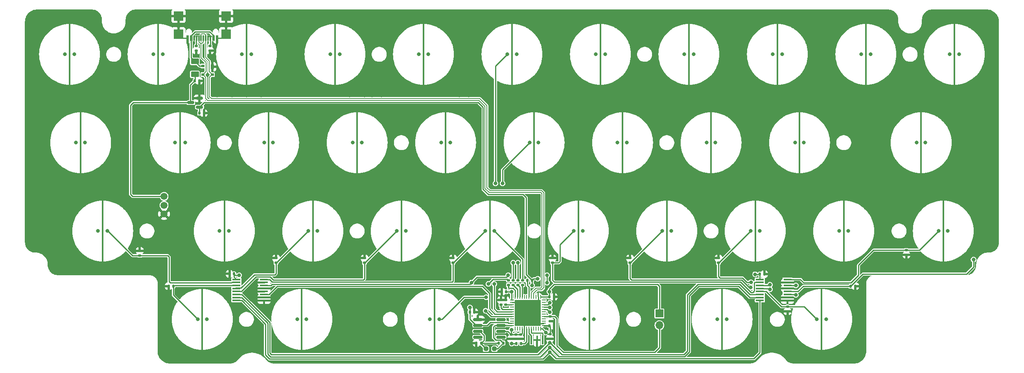
<source format=gbr>
%TF.GenerationSoftware,KiCad,Pcbnew,8.0.8*%
%TF.CreationDate,2025-03-01T19:05:18+01:00*%
%TF.ProjectId,travaulta HHKB,74726176-6175-46c7-9461-2048484b422e,rev?*%
%TF.SameCoordinates,Original*%
%TF.FileFunction,Copper,L4,Bot*%
%TF.FilePolarity,Positive*%
%FSLAX46Y46*%
G04 Gerber Fmt 4.6, Leading zero omitted, Abs format (unit mm)*
G04 Created by KiCad (PCBNEW 8.0.8) date 2025-03-01 19:05:18*
%MOMM*%
%LPD*%
G01*
G04 APERTURE LIST*
G04 Aperture macros list*
%AMRoundRect*
0 Rectangle with rounded corners*
0 $1 Rounding radius*
0 $2 $3 $4 $5 $6 $7 $8 $9 X,Y pos of 4 corners*
0 Add a 4 corners polygon primitive as box body*
4,1,4,$2,$3,$4,$5,$6,$7,$8,$9,$2,$3,0*
0 Add four circle primitives for the rounded corners*
1,1,$1+$1,$2,$3*
1,1,$1+$1,$4,$5*
1,1,$1+$1,$6,$7*
1,1,$1+$1,$8,$9*
0 Add four rect primitives between the rounded corners*
20,1,$1+$1,$2,$3,$4,$5,0*
20,1,$1+$1,$4,$5,$6,$7,0*
20,1,$1+$1,$6,$7,$8,$9,0*
20,1,$1+$1,$8,$9,$2,$3,0*%
%AMFreePoly0*
4,1,21,0.111114,6.666294,0.166294,6.611114,0.196157,6.539018,0.200000,6.500000,0.200000,-6.500000,0.196157,-6.539018,0.166294,-6.611114,0.111114,-6.666294,0.039018,-6.696157,-0.039018,-6.696157,-0.111114,-6.666294,-0.166294,-6.611114,-0.196157,-6.539018,-0.200000,-6.500000,-0.200000,6.500000,-0.196157,6.539018,-0.166294,6.611114,-0.111114,6.666294,-0.039018,6.696157,0.039018,6.696157,
0.111114,6.666294,0.111114,6.666294,$1*%
G04 Aperture macros list end*
%TA.AperFunction,SMDPad,CuDef*%
%ADD10FreePoly0,0.000000*%
%TD*%
%TA.AperFunction,SMDPad,CuDef*%
%ADD11FreePoly0,180.000000*%
%TD*%
%TA.AperFunction,ComponentPad*%
%ADD12C,1.500000*%
%TD*%
%TA.AperFunction,SMDPad,CuDef*%
%ADD13R,0.400000X1.900000*%
%TD*%
%TA.AperFunction,SMDPad,CuDef*%
%ADD14RoundRect,0.140000X0.140000X0.170000X-0.140000X0.170000X-0.140000X-0.170000X0.140000X-0.170000X0*%
%TD*%
%TA.AperFunction,SMDPad,CuDef*%
%ADD15RoundRect,0.140000X-0.140000X-0.170000X0.140000X-0.170000X0.140000X0.170000X-0.140000X0.170000X0*%
%TD*%
%TA.AperFunction,SMDPad,CuDef*%
%ADD16RoundRect,0.140000X-0.170000X0.140000X-0.170000X-0.140000X0.170000X-0.140000X0.170000X0.140000X0*%
%TD*%
%TA.AperFunction,SMDPad,CuDef*%
%ADD17RoundRect,0.150000X-0.825000X-0.150000X0.825000X-0.150000X0.825000X0.150000X-0.825000X0.150000X0*%
%TD*%
%TA.AperFunction,SMDPad,CuDef*%
%ADD18RoundRect,0.135000X-0.185000X0.135000X-0.185000X-0.135000X0.185000X-0.135000X0.185000X0.135000X0*%
%TD*%
%TA.AperFunction,SMDPad,CuDef*%
%ADD19RoundRect,0.135000X0.185000X-0.135000X0.185000X0.135000X-0.185000X0.135000X-0.185000X-0.135000X0*%
%TD*%
%TA.AperFunction,SMDPad,CuDef*%
%ADD20RoundRect,0.135000X-0.135000X-0.185000X0.135000X-0.185000X0.135000X0.185000X-0.135000X0.185000X0*%
%TD*%
%TA.AperFunction,SMDPad,CuDef*%
%ADD21RoundRect,0.062500X0.062500X-0.375000X0.062500X0.375000X-0.062500X0.375000X-0.062500X-0.375000X0*%
%TD*%
%TA.AperFunction,SMDPad,CuDef*%
%ADD22RoundRect,0.062500X0.375000X-0.062500X0.375000X0.062500X-0.375000X0.062500X-0.375000X-0.062500X0*%
%TD*%
%TA.AperFunction,SMDPad,CuDef*%
%ADD23R,5.600000X5.600000*%
%TD*%
%TA.AperFunction,SMDPad,CuDef*%
%ADD24RoundRect,0.135000X0.135000X0.185000X-0.135000X0.185000X-0.135000X-0.185000X0.135000X-0.185000X0*%
%TD*%
%TA.AperFunction,SMDPad,CuDef*%
%ADD25R,1.778000X0.419100*%
%TD*%
%TA.AperFunction,SMDPad,CuDef*%
%ADD26RoundRect,0.250000X-0.625000X0.375000X-0.625000X-0.375000X0.625000X-0.375000X0.625000X0.375000X0*%
%TD*%
%TA.AperFunction,SMDPad,CuDef*%
%ADD27R,0.700000X1.000000*%
%TD*%
%TA.AperFunction,SMDPad,CuDef*%
%ADD28R,0.700000X0.600000*%
%TD*%
%TA.AperFunction,SMDPad,CuDef*%
%ADD29RoundRect,0.140000X0.170000X-0.140000X0.170000X0.140000X-0.170000X0.140000X-0.170000X-0.140000X0*%
%TD*%
%TA.AperFunction,ComponentPad*%
%ADD30R,1.700000X1.700000*%
%TD*%
%TA.AperFunction,ComponentPad*%
%ADD31O,1.700000X1.700000*%
%TD*%
%TA.AperFunction,SMDPad,CuDef*%
%ADD32RoundRect,0.150000X0.587500X0.150000X-0.587500X0.150000X-0.587500X-0.150000X0.587500X-0.150000X0*%
%TD*%
%TA.AperFunction,SMDPad,CuDef*%
%ADD33RoundRect,0.237500X0.250000X0.237500X-0.250000X0.237500X-0.250000X-0.237500X0.250000X-0.237500X0*%
%TD*%
%TA.AperFunction,SMDPad,CuDef*%
%ADD34R,0.600000X1.300000*%
%TD*%
%TA.AperFunction,SMDPad,CuDef*%
%ADD35R,0.300000X1.300000*%
%TD*%
%TA.AperFunction,SMDPad,CuDef*%
%ADD36R,2.000000X2.000000*%
%TD*%
%TA.AperFunction,ViaPad*%
%ADD37C,0.800000*%
%TD*%
%TA.AperFunction,Conductor*%
%ADD38C,0.250000*%
%TD*%
%TA.AperFunction,Conductor*%
%ADD39C,0.200000*%
%TD*%
G04 APERTURE END LIST*
D10*
%TO.P,SW20,3,SG*%
%TO.N,GND*%
X211137500Y-76200000D03*
%TD*%
D11*
%TO.P,SW27,3,SG*%
%TO.N,GND*%
X163512500Y-95250000D03*
%TD*%
D10*
%TO.P,SW15,3,SG*%
%TO.N,GND*%
X115887500Y-76200000D03*
%TD*%
%TO.P,SW18,3,SG*%
%TO.N,GND*%
X173037500Y-76200000D03*
%TD*%
%TO.P,SW1,3,SG*%
%TO.N,GND*%
X53975000Y-57150000D03*
%TD*%
%TO.P,SW9,3,SG*%
%TO.N,GND*%
X206375000Y-57150000D03*
%TD*%
D11*
%TO.P,SW28,3,SG*%
%TO.N,GND*%
X182562500Y-95250000D03*
%TD*%
D12*
%TO.P,J1,1,Pin_1*%
%TO.N,GND*%
X74322402Y-91576772D03*
%TO.P,J1,2,Pin_2*%
%TO.N,RGB*%
X74322402Y-89676772D03*
%TO.P,J1,3,Pin_3*%
%TO.N,+5V*%
X74322402Y-87776772D03*
%TD*%
D10*
%TO.P,SW4,3,SG*%
%TO.N,GND*%
X111125000Y-57150000D03*
%TD*%
%TO.P,SW17,3,SG*%
%TO.N,GND*%
X153987500Y-76200000D03*
%TD*%
%TO.P,SW12,3,SG*%
%TO.N,GND*%
X56358000Y-76200000D03*
%TD*%
D11*
%TO.P,SW23,3,SG*%
%TO.N,GND*%
X87312500Y-95250000D03*
%TD*%
%TO.P,SW34,3,SG*%
%TO.N,GND*%
X132555000Y-114300000D03*
%TD*%
D10*
%TO.P,SW22,3,SG*%
%TO.N,GND*%
X61120000Y-95250000D03*
%TD*%
%TO.P,SW16,3,SG*%
%TO.N,GND*%
X134937500Y-76200000D03*
%TD*%
%TO.P,SW14,3,SG*%
%TO.N,GND*%
X96837500Y-76200000D03*
%TD*%
%TO.P,SW7,3,SG*%
%TO.N,GND*%
X168275000Y-57150000D03*
%TD*%
D11*
%TO.P,SW24,3,SG*%
%TO.N,GND*%
X106362500Y-95250000D03*
%TD*%
D10*
%TO.P,SW11,3,SG*%
%TO.N,GND*%
X244475000Y-57150000D03*
%TD*%
D11*
%TO.P,SW31,3,SG*%
%TO.N,GND*%
X242095000Y-95250000D03*
%TD*%
D10*
%TO.P,SW2,3,SG*%
%TO.N,GND*%
X73025000Y-57150000D03*
%TD*%
%TO.P,SW5,3,SG*%
%TO.N,GND*%
X130175000Y-57150000D03*
%TD*%
%TO.P,SW8,3,SG*%
%TO.N,GND*%
X187325000Y-57150000D03*
%TD*%
%TO.P,SW13,3,SG*%
%TO.N,GND*%
X77787500Y-76200000D03*
%TD*%
D11*
%TO.P,SW21,3,SG*%
%TO.N,GND*%
X237330000Y-76200000D03*
%TD*%
%TO.P,SW36,3,SG*%
%TO.N,GND*%
X194470000Y-114300000D03*
%TD*%
%TO.P,SW35,3,SG*%
%TO.N,GND*%
X165892000Y-114300000D03*
%TD*%
%TO.P,SW25,3,SG*%
%TO.N,GND*%
X125412500Y-95250000D03*
%TD*%
%TO.P,SW33,3,SG*%
%TO.N,GND*%
X103980000Y-114300000D03*
%TD*%
%TO.P,SW32,3,SG*%
%TO.N,GND*%
X82550000Y-114300000D03*
%TD*%
D10*
%TO.P,SW3,3,SG*%
%TO.N,GND*%
X92075000Y-57150000D03*
%TD*%
D11*
%TO.P,SW26,3,SG*%
%TO.N,GND*%
X144462500Y-95250000D03*
%TD*%
D10*
%TO.P,SW6,3,SG*%
%TO.N,GND*%
X149225000Y-57150000D03*
%TD*%
D11*
%TO.P,SW30,3,SG*%
%TO.N,GND*%
X220662500Y-95250000D03*
%TD*%
%TO.P,SW29,3,SG*%
%TO.N,GND*%
X201612500Y-95250000D03*
%TD*%
%TO.P,SW37,3,SG*%
%TO.N,GND*%
X215900000Y-114300000D03*
%TD*%
D10*
%TO.P,SW10,3,SG*%
%TO.N,GND*%
X225425000Y-57150000D03*
%TD*%
%TO.P,SW19,3,SG*%
%TO.N,GND*%
X192087500Y-76200000D03*
%TD*%
D13*
%TO.P,Y1,1,1*%
%TO.N,XTAL1*%
X153416000Y-118745000D03*
%TO.P,Y1,2,2*%
%TO.N,GND*%
X154616000Y-118745000D03*
%TO.P,Y1,3,3*%
%TO.N,XTAL0*%
X155816000Y-118745000D03*
%TD*%
D14*
%TO.P,C7,1*%
%TO.N,VBAT*%
X147984000Y-108331000D03*
%TO.P,C7,2*%
%TO.N,GND*%
X147024000Y-108331000D03*
%TD*%
D15*
%TO.P,C12,1*%
%TO.N,VBAT*%
X202609436Y-104534305D03*
%TO.P,C12,2*%
%TO.N,GND*%
X203569436Y-104534305D03*
%TD*%
D16*
%TO.P,C15,1*%
%TO.N,VBAT*%
X149031000Y-117540000D03*
%TO.P,C15,2*%
%TO.N,GND*%
X149031000Y-118500000D03*
%TD*%
D17*
%TO.P,U5,1*%
%TO.N,N/C*%
X141899097Y-118120501D03*
%TO.P,U5,2,IN-*%
%TO.N,Net-(JP1-B)*%
X141899097Y-116850501D03*
%TO.P,U5,3,IN+*%
%TO.N,APLEX_OUT_PIN_0*%
X141899097Y-115580501D03*
%TO.P,U5,4,V-*%
%TO.N,GND*%
X141899097Y-114310501D03*
%TO.P,U5,5*%
%TO.N,N/C*%
X146849097Y-114310501D03*
%TO.P,U5,6,OUT*%
%TO.N,ADC*%
X146849097Y-115580501D03*
%TO.P,U5,7,V+*%
%TO.N,VBAT*%
X146849097Y-116850501D03*
%TO.P,U5,8*%
%TO.N,N/C*%
X146849097Y-118120501D03*
%TD*%
D18*
%TO.P,R7,1*%
%TO.N,GND*%
X146843750Y-110107000D03*
%TO.P,R7,2*%
%TO.N,BOOT1*%
X146843750Y-111127000D03*
%TD*%
D19*
%TO.P,R11,1*%
%TO.N,COL2*%
X98425000Y-102110000D03*
%TO.P,R11,2*%
%TO.N,GND*%
X98425000Y-101090000D03*
%TD*%
D18*
%TO.P,R2,1*%
%TO.N,ROW2*%
X151511000Y-105877000D03*
%TO.P,R2,2*%
%TO.N,Net-(U1-PB15)*%
X151511000Y-106897000D03*
%TD*%
D15*
%TO.P,C9,1*%
%TO.N,VBAT*%
X157311000Y-115663994D03*
%TO.P,C9,2*%
%TO.N,GND*%
X158271000Y-115663994D03*
%TD*%
D20*
%TO.P,R4,1*%
%TO.N,Net-(U1-PA10)*%
X152525000Y-105918000D03*
%TO.P,R4,2*%
%TO.N,VBAT*%
X153545000Y-105918000D03*
%TD*%
D21*
%TO.P,U1,1,VBAT*%
%TO.N,VBAT*%
X155404000Y-116340500D03*
%TO.P,U1,2,PC13*%
%TO.N,unconnected-(U1-PC13-Pad2)*%
X154904000Y-116340500D03*
%TO.P,U1,3,PC14*%
%TO.N,unconnected-(U1-PC14-Pad3)*%
X154404000Y-116340500D03*
%TO.P,U1,4,PC15*%
%TO.N,unconnected-(U1-PC15-Pad4)*%
X153904000Y-116340500D03*
%TO.P,U1,5,PH0*%
%TO.N,XTAL0*%
X153404000Y-116340500D03*
%TO.P,U1,6,PH1*%
%TO.N,XTAL1*%
X152904000Y-116340500D03*
%TO.P,U1,7,NRST*%
%TO.N,NRST*%
X152404000Y-116340500D03*
%TO.P,U1,8,VSSA*%
%TO.N,GND*%
X151904000Y-116340500D03*
%TO.P,U1,9,VREF+*%
%TO.N,VBAT*%
X151404000Y-116340500D03*
%TO.P,U1,10,PA0*%
%TO.N,unconnected-(U1-PA0-Pad10)*%
X150904000Y-116340500D03*
%TO.P,U1,11,PA1*%
%TO.N,unconnected-(U1-PA1-Pad11)*%
X150404000Y-116340500D03*
%TO.P,U1,12,PA2*%
%TO.N,unconnected-(U1-PA2-Pad12)*%
X149904000Y-116340500D03*
D22*
%TO.P,U1,13,PA3*%
%TO.N,ADC*%
X149216500Y-115653000D03*
%TO.P,U1,14,PA4*%
%TO.N,APLEX_OUT_PIN_0*%
X149216500Y-115153000D03*
%TO.P,U1,15,PA5*%
%TO.N,unconnected-(U1-PA5-Pad15)*%
X149216500Y-114653000D03*
%TO.P,U1,16,PA6*%
%TO.N,unconnected-(U1-PA6-Pad16)*%
X149216500Y-114153000D03*
%TO.P,U1,17,PA7*%
%TO.N,RGB*%
X149216500Y-113653000D03*
%TO.P,U1,18,PB0*%
%TO.N,APLEX_EN_PIN_0*%
X149216500Y-113153000D03*
%TO.P,U1,19,PB1*%
%TO.N,APLEX_EN_PIN_1*%
X149216500Y-112653000D03*
%TO.P,U1,20,PB2*%
%TO.N,BOOT1*%
X149216500Y-112153000D03*
%TO.P,U1,21,PB10*%
%TO.N,unconnected-(U1-PB10-Pad21)*%
X149216500Y-111653000D03*
%TO.P,U1,22,VCAP1*%
%TO.N,Net-(U1-VCAP1)*%
X149216500Y-111153000D03*
%TO.P,U1,23,VSS*%
%TO.N,GND*%
X149216500Y-110653000D03*
%TO.P,U1,24,VDD*%
%TO.N,VBAT*%
X149216500Y-110153000D03*
D21*
%TO.P,U1,25,PB12*%
%TO.N,Net-(U1-PB12)*%
X149904000Y-109465500D03*
%TO.P,U1,26,PB13*%
%TO.N,Net-(U1-PB13)*%
X150404000Y-109465500D03*
%TO.P,U1,27,PB14*%
%TO.N,Net-(U1-PB14)*%
X150904000Y-109465500D03*
%TO.P,U1,28,PB15*%
%TO.N,Net-(U1-PB15)*%
X151404000Y-109465500D03*
%TO.P,U1,29,PA8*%
%TO.N,unconnected-(U1-PA8-Pad29)*%
X151904000Y-109465500D03*
%TO.P,U1,30,PA9*%
%TO.N,unconnected-(U1-PA9-Pad30)*%
X152404000Y-109465500D03*
%TO.P,U1,31,PA10*%
%TO.N,Net-(U1-PA10)*%
X152904000Y-109465500D03*
%TO.P,U1,32,PA11*%
%TO.N,D-*%
X153404000Y-109465500D03*
%TO.P,U1,33,PA12*%
%TO.N,D+*%
X153904000Y-109465500D03*
%TO.P,U1,34,PA13*%
%TO.N,SWDIO*%
X154404000Y-109465500D03*
%TO.P,U1,35,VSS*%
%TO.N,GND*%
X154904000Y-109465500D03*
%TO.P,U1,36,VDD*%
%TO.N,VBAT*%
X155404000Y-109465500D03*
D22*
%TO.P,U1,37,PA14*%
%TO.N,SWCLK*%
X156091500Y-110153000D03*
%TO.P,U1,38,PA15*%
%TO.N,unconnected-(U1-PA15-Pad38)*%
X156091500Y-110653000D03*
%TO.P,U1,39,PB3*%
%TO.N,AMUX_SEL_2*%
X156091500Y-111153000D03*
%TO.P,U1,40,PB4*%
%TO.N,AMUX_SEL_1*%
X156091500Y-111653000D03*
%TO.P,U1,41,PB5*%
%TO.N,AMUX_SEL_0*%
X156091500Y-112153000D03*
%TO.P,U1,42,PB6*%
%TO.N,unconnected-(U1-PB6-Pad42)*%
X156091500Y-112653000D03*
%TO.P,U1,43,PB7*%
%TO.N,unconnected-(U1-PB7-Pad43)*%
X156091500Y-113153000D03*
%TO.P,U1,44,BOOT0*%
%TO.N,BOOT0*%
X156091500Y-113653000D03*
%TO.P,U1,45,PB8*%
%TO.N,unconnected-(U1-PB8-Pad45)*%
X156091500Y-114153000D03*
%TO.P,U1,46,PB9*%
%TO.N,unconnected-(U1-PB9-Pad46)*%
X156091500Y-114653000D03*
%TO.P,U1,47,VSS*%
%TO.N,GND*%
X156091500Y-115153000D03*
%TO.P,U1,48,VDD*%
%TO.N,VBAT*%
X156091500Y-115653000D03*
D23*
%TO.P,U1,49,VSS*%
%TO.N,GND*%
X152654000Y-112903000D03*
%TD*%
D19*
%TO.P,R12,1*%
%TO.N,COL5*%
X157956250Y-102110000D03*
%TO.P,R12,2*%
%TO.N,GND*%
X157956250Y-101090000D03*
%TD*%
%TO.P,R15,1*%
%TO.N,COL0*%
X69088000Y-100522500D03*
%TO.P,R15,2*%
%TO.N,GND*%
X69088000Y-99502500D03*
%TD*%
D16*
%TO.P,C11,1*%
%TO.N,VBAT*%
X151063000Y-117540000D03*
%TO.P,C11,2*%
%TO.N,GND*%
X151063000Y-118500000D03*
%TD*%
D24*
%TO.P,R13,1*%
%TO.N,COL1*%
X76305148Y-107156250D03*
%TO.P,R13,2*%
%TO.N,GND*%
X75285148Y-107156250D03*
%TD*%
D15*
%TO.P,C8,1*%
%TO.N,VBAT*%
X157311000Y-109474000D03*
%TO.P,C8,2*%
%TO.N,GND*%
X158271000Y-109474000D03*
%TD*%
D19*
%TO.P,R10,1*%
%TO.N,COL6*%
X174625000Y-102110000D03*
%TO.P,R10,2*%
%TO.N,GND*%
X174625000Y-101090000D03*
%TD*%
D25*
%TO.P,U3,1,A4*%
%TO.N,COL9*%
X208555590Y-105676700D03*
%TO.P,U3,2,A6*%
%TO.N,GND*%
X208555590Y-106326940D03*
%TO.P,U3,3,A*%
%TO.N,APLEX_OUT_PIN_0*%
X208555590Y-106977180D03*
%TO.P,U3,4,A7*%
%TO.N,GND*%
X208555590Y-107627420D03*
%TO.P,U3,5,A5*%
%TO.N,COL10*%
X208555590Y-108272580D03*
%TO.P,U3,6,~{E}*%
%TO.N,APLEX_EN_PIN_1*%
X208555590Y-108922820D03*
%TO.P,U3,7,VEE*%
%TO.N,GND*%
X208555590Y-109573060D03*
%TO.P,U3,8,GND*%
X208555590Y-110223300D03*
%TO.P,U3,9,S2*%
%TO.N,AMUX_SEL_2*%
X202606910Y-110223300D03*
%TO.P,U3,10,S1*%
%TO.N,AMUX_SEL_1*%
X202606910Y-109573060D03*
%TO.P,U3,11,S0*%
%TO.N,AMUX_SEL_0*%
X202606910Y-108922820D03*
%TO.P,U3,12,A3*%
%TO.N,COL8*%
X202606910Y-108272580D03*
%TO.P,U3,13,A0*%
%TO.N,COL7*%
X202606910Y-107627420D03*
%TO.P,U3,14,A1*%
%TO.N,COL6*%
X202606910Y-106977180D03*
%TO.P,U3,15,A2*%
%TO.N,COL5*%
X202606910Y-106326940D03*
%TO.P,U3,16,VCC*%
%TO.N,VBAT*%
X202606910Y-105676700D03*
%TD*%
D19*
%TO.P,R1,1*%
%TO.N,Net-(U1-PB12)*%
X148463000Y-106897000D03*
%TO.P,R1,2*%
%TO.N,ROW3*%
X148463000Y-105877000D03*
%TD*%
D18*
%TO.P,R16,1*%
%TO.N,COL9*%
X234156250Y-99377387D03*
%TO.P,R16,2*%
%TO.N,GND*%
X234156250Y-100397387D03*
%TD*%
D14*
%TO.P,C14,1*%
%TO.N,GND*%
X141132500Y-112712500D03*
%TO.P,C14,2*%
%TO.N,APLEX_OUT_PIN_0*%
X140172500Y-112712500D03*
%TD*%
D19*
%TO.P,R9,1*%
%TO.N,Net-(U1-PB13)*%
X149479000Y-106897000D03*
%TO.P,R9,2*%
%TO.N,ROW0*%
X149479000Y-105877000D03*
%TD*%
D14*
%TO.P,C13,1*%
%TO.N,VBAT*%
X89380000Y-104485820D03*
%TO.P,C13,2*%
%TO.N,GND*%
X88420000Y-104485820D03*
%TD*%
D20*
%TO.P,R21,1*%
%TO.N,Net-(JP1-B)*%
X146332687Y-119390501D03*
%TO.P,R21,2*%
%TO.N,ADC*%
X147352687Y-119390501D03*
%TD*%
D15*
%TO.P,C5,1*%
%TO.N,VBAT*%
X81943000Y-69850000D03*
%TO.P,C5,2*%
%TO.N,GND*%
X82903000Y-69850000D03*
%TD*%
D19*
%TO.P,R20,1*%
%TO.N,COL7*%
X193675000Y-102110000D03*
%TO.P,R20,2*%
%TO.N,GND*%
X193675000Y-101090000D03*
%TD*%
D24*
%TO.P,R23,1*%
%TO.N,Net-(JP1-B)*%
X142592312Y-119390501D03*
%TO.P,R23,2*%
%TO.N,GND*%
X141572312Y-119390501D03*
%TD*%
D18*
%TO.P,R14,1*%
%TO.N,COL8*%
X208548088Y-111558447D03*
%TO.P,R14,2*%
%TO.N,GND*%
X208548088Y-112578447D03*
%TD*%
D20*
%TO.P,R6,1*%
%TO.N,VBAT*%
X150169000Y-119507000D03*
%TO.P,R6,2*%
%TO.N,NRST*%
X151189000Y-119507000D03*
%TD*%
D26*
%TO.P,F_USBC1,1*%
%TO.N,VCC*%
X80962500Y-58671000D03*
%TO.P,F_USBC1,2*%
%TO.N,+5V*%
X80962500Y-61471000D03*
%TD*%
D27*
%TO.P,D1,1,GND*%
%TO.N,GND*%
X84693000Y-59829000D03*
D28*
%TO.P,D1,2,I/O1*%
%TO.N,D+*%
X84693000Y-61529000D03*
%TO.P,D1,3,I/O2*%
%TO.N,D-*%
X82693000Y-61529000D03*
%TO.P,D1,4,VCC*%
%TO.N,VCC*%
X82693000Y-59629000D03*
%TD*%
D19*
%TO.P,R18,1*%
%TO.N,GND*%
X81280000Y-56356250D03*
%TO.P,R18,2*%
%TO.N,Net-(USB1-CC1)*%
X81280000Y-55336250D03*
%TD*%
D18*
%TO.P,R3,1*%
%TO.N,BOOT0*%
X157410000Y-113663000D03*
%TO.P,R3,2*%
%TO.N,GND*%
X157410000Y-114683000D03*
%TD*%
%TO.P,R8,1*%
%TO.N,ROW1*%
X150495000Y-105877000D03*
%TO.P,R8,2*%
%TO.N,Net-(U1-PB14)*%
X150495000Y-106897000D03*
%TD*%
D20*
%TO.P,R5,1*%
%TO.N,COL10*%
X222146885Y-107164145D03*
%TO.P,R5,2*%
%TO.N,GND*%
X223166885Y-107164145D03*
%TD*%
D29*
%TO.P,C1,1*%
%TO.N,Net-(U1-VCAP1)*%
X147885000Y-111097000D03*
%TO.P,C1,2*%
%TO.N,GND*%
X147885000Y-110137000D03*
%TD*%
D15*
%TO.P,C4,1*%
%TO.N,+5V*%
X80927000Y-62865000D03*
%TO.P,C4,2*%
%TO.N,GND*%
X81887000Y-62865000D03*
%TD*%
D25*
%TO.P,U4,1,A4*%
%TO.N,COL4*%
X95843090Y-105676700D03*
%TO.P,U4,2,A6*%
%TO.N,GND*%
X95843090Y-106326940D03*
%TO.P,U4,3,A*%
%TO.N,APLEX_OUT_PIN_0*%
X95843090Y-106977180D03*
%TO.P,U4,4,A7*%
%TO.N,GND*%
X95843090Y-107627420D03*
%TO.P,U4,5,A5*%
X95843090Y-108272580D03*
%TO.P,U4,6,~{E}*%
%TO.N,APLEX_EN_PIN_0*%
X95843090Y-108922820D03*
%TO.P,U4,7,VEE*%
%TO.N,GND*%
X95843090Y-109573060D03*
%TO.P,U4,8,GND*%
X95843090Y-110223300D03*
%TO.P,U4,9,S2*%
%TO.N,AMUX_SEL_2*%
X89894410Y-110223300D03*
%TO.P,U4,10,S1*%
%TO.N,AMUX_SEL_1*%
X89894410Y-109573060D03*
%TO.P,U4,11,S0*%
%TO.N,AMUX_SEL_0*%
X89894410Y-108922820D03*
%TO.P,U4,12,A3*%
%TO.N,COL3*%
X89894410Y-108272580D03*
%TO.P,U4,13,A0*%
%TO.N,COL2*%
X89894410Y-107627420D03*
%TO.P,U4,14,A1*%
%TO.N,COL1*%
X89894410Y-106977180D03*
%TO.P,U4,15,A2*%
%TO.N,COL0*%
X89894410Y-106326940D03*
%TO.P,U4,16,VCC*%
%TO.N,VBAT*%
X89894410Y-105676700D03*
%TD*%
D30*
%TO.P,SW38,1,A*%
%TO.N,VBAT*%
X180975000Y-113025000D03*
D31*
%TO.P,SW38,2,B*%
%TO.N,BOOT0*%
X180975000Y-115565000D03*
%TD*%
D16*
%TO.P,C6,1*%
%TO.N,VBAT*%
X157410000Y-117503000D03*
%TO.P,C6,2*%
%TO.N,GND*%
X157410000Y-118463000D03*
%TD*%
D32*
%TO.P,U2,1,GND*%
%TO.N,GND*%
X81963500Y-66614000D03*
%TO.P,U2,2,VO*%
%TO.N,VBAT*%
X81963500Y-68514000D03*
%TO.P,U2,3,VI*%
%TO.N,+5V*%
X80088500Y-67564000D03*
%TD*%
D33*
%TO.P,JP1,1,A*%
%TO.N,ADC*%
X145462340Y-120650000D03*
%TO.P,JP1,2,B*%
%TO.N,Net-(JP1-B)*%
X143637340Y-120650000D03*
%TD*%
D34*
%TO.P,USB1,1,GND*%
%TO.N,GND*%
X79350000Y-53631250D03*
%TO.P,USB1,2,VBUS*%
%TO.N,VCC*%
X80150000Y-53631250D03*
D35*
%TO.P,USB1,3,SBU2*%
%TO.N,unconnected-(USB1-SBU2-Pad3)*%
X80800000Y-53631250D03*
%TO.P,USB1,4,CC1*%
%TO.N,Net-(USB1-CC1)*%
X81300000Y-53631250D03*
%TO.P,USB1,5,DN2*%
%TO.N,D-*%
X81800000Y-53631250D03*
%TO.P,USB1,6,DP1*%
%TO.N,D+*%
X82300000Y-53631250D03*
%TO.P,USB1,7,DN1*%
%TO.N,D-*%
X82800000Y-53631250D03*
%TO.P,USB1,8,DP2*%
%TO.N,D+*%
X83300000Y-53631250D03*
%TO.P,USB1,9,SBU1*%
%TO.N,unconnected-(USB1-SBU1-Pad9)*%
X83800000Y-53631250D03*
%TO.P,USB1,10,CC2*%
%TO.N,Net-(USB1-CC2)*%
X84300000Y-53631250D03*
D34*
%TO.P,USB1,11,VBUS*%
%TO.N,VCC*%
X84950000Y-53631250D03*
%TO.P,USB1,12,GND*%
%TO.N,GND*%
X85750000Y-53631250D03*
D36*
%TO.P,USB1,13,SHIELD*%
X77430000Y-48871250D03*
X77430000Y-52771250D03*
X87670000Y-48871250D03*
X87670000Y-52771250D03*
%TD*%
D19*
%TO.P,R19,1*%
%TO.N,COL4*%
X136525000Y-102110000D03*
%TO.P,R19,2*%
%TO.N,GND*%
X136525000Y-101090000D03*
%TD*%
D18*
%TO.P,R24,1*%
%TO.N,Net-(USB1-CC2)*%
X84201000Y-55336250D03*
%TO.P,R24,2*%
%TO.N,GND*%
X84201000Y-56356250D03*
%TD*%
D16*
%TO.P,C10,1*%
%TO.N,VBAT*%
X150047000Y-117540000D03*
%TO.P,C10,2*%
%TO.N,GND*%
X150047000Y-118500000D03*
%TD*%
D19*
%TO.P,R17,1*%
%TO.N,COL3*%
X117475000Y-102110000D03*
%TO.P,R17,2*%
%TO.N,GND*%
X117475000Y-101090000D03*
%TD*%
D37*
%TO.N,GND*%
X114300000Y-68278054D03*
X135597207Y-104261223D03*
X74457450Y-102146851D03*
X151003000Y-99314000D03*
X111125000Y-107950000D03*
X96463710Y-101616045D03*
X153987500Y-92075000D03*
X177165000Y-109855000D03*
X81280000Y-57277000D03*
X79634279Y-102166606D03*
X153988003Y-102068356D03*
X82550000Y-49999000D03*
X177176938Y-83255788D03*
X183356250Y-119062500D03*
X87249000Y-80010000D03*
X117475000Y-68262500D03*
X47117000Y-76200000D03*
X131445000Y-101854000D03*
X207962500Y-104366597D03*
X103187500Y-83125992D03*
X226028066Y-101600000D03*
X119027099Y-64169317D03*
X77430000Y-51094000D03*
X178593750Y-104324688D03*
X175451935Y-104317849D03*
X231534211Y-101576668D03*
X84198075Y-57286253D03*
X107950000Y-68278054D03*
X137577839Y-104298443D03*
X182499000Y-80010000D03*
X92075000Y-117475000D03*
X117445381Y-65971118D03*
X117475491Y-121047612D03*
X65244068Y-83266471D03*
X113284000Y-114300000D03*
X171831000Y-101981000D03*
X120215418Y-83268437D03*
X156464799Y-64146969D03*
X144653000Y-76200000D03*
X233867827Y-64186346D03*
X158602637Y-85060062D03*
X144688580Y-83212362D03*
X88926415Y-65964205D03*
X142113000Y-110617000D03*
X213758720Y-65997413D03*
X194539821Y-104317849D03*
X175816362Y-65997905D03*
X214425221Y-102091428D03*
X101155500Y-83125992D03*
X75819000Y-120777000D03*
X215272292Y-83233441D03*
X173101000Y-95250000D03*
X141859000Y-80010000D03*
X121059099Y-64169317D03*
X152584000Y-112903000D03*
X144374097Y-116215501D03*
X158753070Y-104320989D03*
X137901311Y-64231533D03*
X47371000Y-50800000D03*
X121095883Y-65974574D03*
X192539949Y-102088341D03*
X82558981Y-83268437D03*
X234950000Y-61087000D03*
X60075298Y-64176230D03*
X160918079Y-102299291D03*
X177839421Y-64193631D03*
X139700000Y-57150000D03*
X99867728Y-65952852D03*
X88900000Y-68262500D03*
X215781779Y-64193139D03*
X154003054Y-85382318D03*
X190232918Y-104293450D03*
X122237500Y-118268750D03*
X120650491Y-121047612D03*
X158750000Y-57150000D03*
X139262558Y-85049380D03*
X99815881Y-64231533D03*
X111125000Y-65960003D03*
X141294558Y-85049380D03*
X142081250Y-106362500D03*
X142081250Y-107950000D03*
X197035308Y-64193631D03*
X122986934Y-104249644D03*
X63212068Y-83266471D03*
X215900000Y-57150000D03*
X187325000Y-102108000D03*
X197044249Y-65997905D03*
X117331079Y-107950000D03*
X114272348Y-65964205D03*
X196850000Y-57150000D03*
X106426000Y-76200000D03*
X98422526Y-65950379D03*
X123825000Y-65951243D03*
X92868750Y-107950000D03*
X86288880Y-104214561D03*
X65253009Y-85070745D03*
X231512224Y-97872127D03*
X120506079Y-107950000D03*
X144716101Y-85427602D03*
X143668750Y-104344178D03*
X92075000Y-104154757D03*
X206505152Y-107452269D03*
X159004000Y-110744000D03*
X209550000Y-101508785D03*
X138303000Y-101981000D03*
X120904000Y-101727000D03*
X78607665Y-65964205D03*
X144653000Y-72517000D03*
X125349000Y-80010000D03*
X77600359Y-104245177D03*
X233876768Y-65990620D03*
X177800000Y-53213000D03*
X82189797Y-64153271D03*
X188111837Y-104311833D03*
X251079000Y-50800000D03*
X85751415Y-65964205D03*
X199852839Y-121754293D03*
X127000000Y-68309162D03*
X92075000Y-68262500D03*
X234146640Y-85107708D03*
X101092000Y-101600000D03*
X173573173Y-104293450D03*
X134874000Y-95250000D03*
X67120529Y-102090937D03*
X111125000Y-104214561D03*
X196338366Y-83219809D03*
X77300138Y-108312928D03*
X133985000Y-101727000D03*
X92075000Y-65964205D03*
X51435000Y-95250000D03*
X96774000Y-95250000D03*
X251206000Y-63500000D03*
X140493750Y-104333809D03*
X80962500Y-60071000D03*
X222758000Y-120650000D03*
X231844768Y-65990620D03*
X124474829Y-107950000D03*
X244094000Y-69723000D03*
X158496799Y-64146969D03*
X184221378Y-107343390D03*
X172415783Y-107530039D03*
X130175000Y-68309162D03*
X160911418Y-104281020D03*
X217417014Y-104354056D03*
X164306250Y-104289692D03*
X187216121Y-107327344D03*
X179217879Y-85060062D03*
X98425000Y-68262500D03*
X95250000Y-68262500D03*
X49530000Y-69850000D03*
X60116776Y-66008155D03*
X98425491Y-121047612D03*
X101847881Y-64231533D03*
X104728337Y-104167899D03*
X87249000Y-72644000D03*
X127000000Y-65951243D03*
X75692000Y-48895000D03*
X177848362Y-65997905D03*
X116496665Y-104176446D03*
X133383834Y-65953835D03*
X139933311Y-64231533D03*
X236537500Y-101600000D03*
X111125000Y-68278054D03*
X87312500Y-107950000D03*
X85725000Y-68262500D03*
X175807421Y-64193631D03*
X123825000Y-68309162D03*
X136525000Y-68262500D03*
X192561494Y-104301005D03*
X175418750Y-107530039D03*
X234950000Y-53340000D03*
X181768750Y-104324688D03*
X118375427Y-104200845D03*
X95250000Y-65964205D03*
X103148167Y-85096043D03*
X153987500Y-88900000D03*
X182499000Y-72390000D03*
X234154774Y-83203271D03*
X82567922Y-85072711D03*
X101899728Y-65952852D03*
X107950000Y-104191230D03*
X133350000Y-68309162D03*
X161131250Y-107950000D03*
X232114640Y-85107708D03*
X178593750Y-107530039D03*
X141285617Y-83245106D03*
X101121020Y-104154757D03*
X175895000Y-101981000D03*
X119063883Y-65974574D03*
X207168750Y-101473000D03*
X198361068Y-85095059D03*
X150018750Y-88900000D03*
X115824000Y-99314000D03*
X247015000Y-89027000D03*
X137872571Y-65974082D03*
X84599922Y-85072711D03*
X141859000Y-72517000D03*
X156473740Y-65951243D03*
X217304292Y-83233441D03*
X132556250Y-104249644D03*
X160634637Y-85060062D03*
X68453000Y-76200000D03*
X201676000Y-76200000D03*
X146681488Y-64206158D03*
X192024000Y-91313000D03*
X231835827Y-64186346D03*
X120650000Y-53213000D03*
X77851000Y-95250000D03*
X158593696Y-83255788D03*
X197643750Y-104323931D03*
X224282000Y-80137000D03*
X160625696Y-83255788D03*
X115607034Y-101739495D03*
X124619241Y-121047612D03*
X170676988Y-104308377D03*
X115824000Y-91313000D03*
X146793645Y-104323439D03*
X122247418Y-83268437D03*
X147066000Y-107315000D03*
X77602279Y-102166606D03*
X120650000Y-60960000D03*
X121126329Y-68333618D03*
X220662500Y-104354056D03*
X114298033Y-104219745D03*
X153321343Y-104242074D03*
X215281233Y-85037715D03*
X183356250Y-109855000D03*
X232122774Y-83203271D03*
X158505740Y-65951243D03*
X126206250Y-104261223D03*
X196329068Y-85095059D03*
X130175000Y-65951243D03*
X213749779Y-64193139D03*
X144653000Y-67691000D03*
X229235000Y-95250000D03*
X65659000Y-76200000D03*
X147896567Y-109273002D03*
X62148776Y-66008155D03*
X101600000Y-57150000D03*
X153987500Y-99218750D03*
X78581250Y-68262500D03*
X122256359Y-85072711D03*
X169545000Y-101981000D03*
X99212437Y-104149937D03*
X243967000Y-85725000D03*
X139904571Y-65974082D03*
X89408000Y-48895000D03*
X224282000Y-72390000D03*
X125349000Y-72517000D03*
X148586409Y-83241559D03*
X67120529Y-104050751D03*
X195003308Y-64193631D03*
X185166000Y-114300000D03*
X157162500Y-99314000D03*
X101911437Y-68262500D03*
X104775000Y-65960003D03*
X189144827Y-108929415D03*
X163576000Y-76200000D03*
X195012249Y-65997905D03*
X120888576Y-104225245D03*
X63221009Y-85070745D03*
X211905460Y-101600000D03*
X158750000Y-107950000D03*
X74295000Y-99314000D03*
X144652281Y-64206158D03*
X144653000Y-80010000D03*
X251079000Y-95123000D03*
X148209000Y-101981000D03*
X157956250Y-88900000D03*
X107936174Y-65943466D03*
X114300491Y-121047612D03*
X179208938Y-83255788D03*
X98806000Y-50800000D03*
X211201000Y-95250000D03*
X231521000Y-91186000D03*
X146685000Y-72517000D03*
X98425000Y-108743750D03*
X206375000Y-118268750D03*
X167481250Y-104289692D03*
X62107298Y-64176230D03*
X217313233Y-85037715D03*
X78581250Y-63500000D03*
X146685000Y-80010000D03*
X120224359Y-85072711D03*
X198370366Y-83219809D03*
X181768750Y-107343390D03*
X74441896Y-104246652D03*
X190240765Y-102103407D03*
X214312500Y-104348659D03*
X129381250Y-104261223D03*
X84590981Y-83268437D03*
X188641422Y-121694338D03*
X101116167Y-85096043D03*
X114156079Y-107950000D03*
X84137500Y-68262500D03*
X87312500Y-63500000D03*
X104775000Y-68278054D03*
X136558834Y-65953835D03*
X227965000Y-76200000D03*
X184936837Y-104311833D03*
X246473566Y-101666909D03*
X79653498Y-104245177D03*
X177185879Y-85060062D03*
X70970165Y-102114268D03*
X223043750Y-108743750D03*
X203835000Y-114300000D03*
X204787500Y-104370593D03*
X211681401Y-104370102D03*
X139253617Y-83245106D03*
X246062500Y-76200000D03*
X92075000Y-101600000D03*
X146685000Y-67691000D03*
X228600000Y-101600000D03*
X54356000Y-88900000D03*
X177800000Y-60960000D03*
X215790720Y-65997413D03*
X139953601Y-68350091D03*
X228600000Y-98425000D03*
X87653038Y-51101306D03*
X84074000Y-69850000D03*
X177165000Y-119062500D03*
%TO.N,APLEX_OUT_PIN_0*%
X210352632Y-106976214D03*
X156787000Y-106362500D03*
X156787000Y-104775000D03*
X148431250Y-104775000D03*
X140493750Y-106362500D03*
X140168917Y-111725196D03*
%TO.N,ROW0*%
X243459000Y-57150000D03*
X110109000Y-57150000D03*
X186309000Y-57150000D03*
X148209000Y-57150000D03*
X167259000Y-57150000D03*
X224409000Y-57150000D03*
X129159000Y-57150000D03*
X72009000Y-57150000D03*
X52959000Y-57150000D03*
X91059000Y-57150000D03*
X149495497Y-102108000D03*
X145669000Y-84987000D03*
X205359000Y-57150000D03*
%TO.N,ROW1*%
X55372000Y-76200000D03*
X191135000Y-76200000D03*
X133985000Y-76200000D03*
X147189272Y-84974626D03*
X76708000Y-76200000D03*
X153035000Y-76200000D03*
X210185000Y-76200000D03*
X171958000Y-76200000D03*
X114935000Y-76200000D03*
X150495000Y-102108000D03*
X238252000Y-76200000D03*
X95885000Y-76200000D03*
%TO.N,VBAT*%
X149155000Y-108331000D03*
X201599534Y-104576503D03*
X149158000Y-116524000D03*
X153545858Y-106982709D03*
X156556000Y-117129000D03*
X149189578Y-119489093D03*
X157291782Y-108302925D03*
X90487500Y-104775000D03*
X154781250Y-105533209D03*
%TO.N,COL0*%
X62103000Y-95250000D03*
X54991000Y-57150000D03*
X57277000Y-76200000D03*
%TO.N,COL1*%
X74041000Y-57150000D03*
X81550000Y-114300000D03*
X86233000Y-95250000D03*
X78867000Y-76200000D03*
%TO.N,COL2*%
X93075000Y-57150000D03*
X105362500Y-95250000D03*
X97790000Y-76200000D03*
X102980000Y-114300000D03*
%TO.N,COL3*%
X124412500Y-95250000D03*
X116887500Y-76200000D03*
X131555000Y-114300000D03*
X112125000Y-57150000D03*
%TO.N,COL4*%
X143462500Y-95250000D03*
X135937500Y-76200000D03*
X131175000Y-57150000D03*
%TO.N,COL5*%
X150241000Y-57150000D03*
X162512500Y-95250000D03*
X164846000Y-114300000D03*
X154940000Y-76200000D03*
%TO.N,COL6*%
X169291000Y-57150000D03*
X173990000Y-76200000D03*
X181562500Y-95250000D03*
X204755969Y-106823574D03*
X200668410Y-107440416D03*
%TO.N,COL7*%
X188325000Y-57150000D03*
X200674646Y-106307080D03*
X200612500Y-95250000D03*
X193421000Y-114300000D03*
X204787500Y-107822580D03*
X193040000Y-76200000D03*
%TO.N,COL8*%
X207391000Y-57150000D03*
X214884000Y-114300000D03*
X219662500Y-95250000D03*
X212090000Y-76200000D03*
%TO.N,COL9*%
X241095000Y-95250000D03*
X226441000Y-57150000D03*
X236347000Y-76200000D03*
%TO.N,ROW2*%
X164512500Y-95250000D03*
X221662500Y-95250000D03*
X126412500Y-95250000D03*
X243078000Y-95250000D03*
X202612500Y-95250000D03*
X107362500Y-95250000D03*
X145462500Y-95250000D03*
X60071000Y-95250000D03*
X88312500Y-95250000D03*
X183562500Y-95250000D03*
%TO.N,ROW3*%
X144157368Y-106657415D03*
X104980000Y-114300000D03*
X143668750Y-109537500D03*
X195453000Y-114300000D03*
X216916000Y-114300000D03*
X166878000Y-114300000D03*
X133555000Y-114300000D03*
X83550000Y-114300000D03*
%TO.N,AMUX_SEL_2*%
X157348680Y-121365408D03*
X157353000Y-110744000D03*
%TO.N,AMUX_SEL_1*%
X157357299Y-111755701D03*
X157364941Y-120356364D03*
%TO.N,AMUX_SEL_0*%
X157353500Y-119342500D03*
X157353000Y-112776000D03*
%TO.N,APLEX_EN_PIN_1*%
X145415000Y-106680000D03*
X210343750Y-108997080D03*
%TO.N,RGB*%
X143556286Y-112448643D03*
%TO.N,COL10*%
X245491000Y-57150000D03*
X248602500Y-101409500D03*
%TD*%
D38*
%TO.N,GND*%
X85750000Y-53624000D02*
X86810000Y-53624000D01*
X157410000Y-114683000D02*
X158047000Y-114683000D01*
X86810000Y-53624000D02*
X87670000Y-52764000D01*
X151896000Y-113591000D02*
X152584000Y-112903000D01*
X77430000Y-52764000D02*
X77430000Y-51094000D01*
X151896000Y-116340500D02*
X151896000Y-113591000D01*
X77430000Y-48864000D02*
X75723000Y-48864000D01*
X78290000Y-53624000D02*
X77430000Y-52764000D01*
X149040000Y-118491000D02*
X149031000Y-118500000D01*
X154889279Y-110592899D02*
X154889279Y-109405399D01*
X82903000Y-69850000D02*
X84074000Y-69850000D01*
X152654000Y-112828178D02*
X154889279Y-110592899D01*
X152646000Y-112903000D02*
X152637137Y-112903000D01*
X89377000Y-48864000D02*
X89408000Y-48895000D01*
X81280000Y-56390000D02*
X81280000Y-57277000D01*
X75723000Y-48864000D02*
X75692000Y-48895000D01*
X154908180Y-115157180D02*
X155575000Y-115157180D01*
X84201000Y-56356250D02*
X84201000Y-57283328D01*
X77430000Y-51094000D02*
X77470000Y-51054000D01*
X151896000Y-116340500D02*
X151896000Y-118233000D01*
X87670000Y-48864000D02*
X89377000Y-48864000D01*
X79350000Y-53624000D02*
X78290000Y-53624000D01*
X158299000Y-114935000D02*
X158299000Y-115635994D01*
X87670000Y-52764000D02*
X87670000Y-51118268D01*
X158299000Y-115635994D02*
X158271000Y-115663994D01*
X77430000Y-51094000D02*
X77430000Y-48864000D01*
X152654000Y-112903000D02*
X154908180Y-115157180D01*
X87670000Y-51084344D02*
X87670000Y-48864000D01*
X151896000Y-118233000D02*
X151638000Y-118491000D01*
X152654000Y-112903000D02*
X152654000Y-112828178D01*
X152654000Y-112903000D02*
X150404000Y-110653000D01*
X151638000Y-118491000D02*
X149040000Y-118491000D01*
X158299000Y-114935000D02*
X158047000Y-114683000D01*
X156038686Y-115157180D02*
X155575000Y-115157180D01*
X84201000Y-57283328D02*
X84198075Y-57286253D01*
X150404000Y-110653000D02*
X149216500Y-110653000D01*
D39*
%TO.N,D-*%
X153396000Y-109457500D02*
X153404000Y-109465500D01*
X81800000Y-54474000D02*
X82063000Y-54737000D01*
X83343000Y-58928000D02*
X83343000Y-60879000D01*
X81800000Y-53624000D02*
X81800000Y-54474000D01*
X155687500Y-105678500D02*
X155687500Y-87196936D01*
X144296814Y-86918750D02*
X143427000Y-86048936D01*
X155686125Y-105679875D02*
X155687500Y-105681250D01*
X83343000Y-60879000D02*
X82693000Y-61529000D01*
X155686125Y-105679875D02*
X155687500Y-105678500D01*
X82296000Y-54737000D02*
X82550000Y-54737000D01*
X155687500Y-87196936D02*
X155409314Y-86918750D01*
X155687500Y-107271814D02*
X155409314Y-107550000D01*
X142162040Y-67075000D02*
X83712000Y-67075000D01*
X154387500Y-107550000D02*
X153396000Y-108541500D01*
X143427000Y-68339960D02*
X142162040Y-67075000D01*
X153396000Y-108541500D02*
X153396000Y-109457500D01*
X155409314Y-107550000D02*
X154387500Y-107550000D01*
X155687500Y-105681250D02*
X155687500Y-107271814D01*
X83312000Y-62148000D02*
X82693000Y-61529000D01*
X83712000Y-67075000D02*
X83312000Y-66675000D01*
X82296000Y-57881000D02*
X83343000Y-58928000D01*
X143427000Y-86048936D02*
X143427000Y-68339960D01*
X82296000Y-54737000D02*
X82296000Y-57881000D01*
X82800000Y-54487000D02*
X82800000Y-53624000D01*
X155409314Y-86918750D02*
X144296814Y-86918750D01*
X82550000Y-54737000D02*
X82800000Y-54487000D01*
X82063000Y-54737000D02*
X82296000Y-54737000D01*
X83312000Y-66675000D02*
X83312000Y-62148000D01*
%TO.N,D+*%
X83300000Y-53624000D02*
X83300000Y-57804000D01*
X155575000Y-86518750D02*
X156087500Y-87031251D01*
X84043000Y-58547000D02*
X84043000Y-60879000D01*
X84043000Y-60879000D02*
X84693000Y-61529000D01*
X84519000Y-66675000D02*
X142327725Y-66675000D01*
X153904000Y-108701750D02*
X153904000Y-109465500D01*
X84648000Y-61529000D02*
X84074000Y-62103000D01*
X83300000Y-57804000D02*
X84043000Y-58547000D01*
X82300000Y-53624000D02*
X82300000Y-52828000D01*
X83058000Y-52705000D02*
X83300000Y-52947000D01*
X143827000Y-68174275D02*
X143827000Y-85883250D01*
X154655750Y-107950000D02*
X153904000Y-108701750D01*
X156087500Y-87031251D02*
X156087500Y-107437500D01*
X84074000Y-62103000D02*
X84074000Y-66230000D01*
X143827000Y-85883250D02*
X144462500Y-86518750D01*
X82423000Y-52705000D02*
X83058000Y-52705000D01*
X142327725Y-66675000D02*
X143827000Y-68174275D01*
X84693000Y-61529000D02*
X84648000Y-61529000D01*
X82300000Y-52828000D02*
X82423000Y-52705000D01*
X144462500Y-86518750D02*
X155575000Y-86518750D01*
X84074000Y-66230000D02*
X84519000Y-66675000D01*
X155575000Y-107950000D02*
X154655750Y-107950000D01*
X83300000Y-52947000D02*
X83300000Y-53624000D01*
X156087500Y-107437500D02*
X155575000Y-107950000D01*
D38*
%TO.N,VCC*%
X80994000Y-52280000D02*
X84137500Y-52280000D01*
X84137500Y-52280000D02*
X84950000Y-53092500D01*
X80150000Y-57858500D02*
X80962500Y-58671000D01*
X81920500Y-59629000D02*
X82693000Y-59629000D01*
X80150000Y-53124000D02*
X80994000Y-52280000D01*
X84950000Y-53092500D02*
X84950000Y-53631250D01*
X80150000Y-53624000D02*
X80150000Y-57858500D01*
X80150000Y-53624000D02*
X80150000Y-53124000D01*
X80962500Y-58671000D02*
X81920500Y-59629000D01*
%TO.N,+5V*%
X67091060Y-87312500D02*
X67091060Y-68137096D01*
X80062000Y-67537500D02*
X80088500Y-67564000D01*
X80899000Y-62865000D02*
X80010000Y-63754000D01*
X80962500Y-62829500D02*
X80927000Y-62865000D01*
X67690656Y-67537500D02*
X80062000Y-67537500D01*
X80962500Y-61471000D02*
X80962500Y-62829500D01*
X67091060Y-68137096D02*
X67690656Y-67537500D01*
X80927000Y-62865000D02*
X80899000Y-62865000D01*
X80010000Y-67485500D02*
X80088500Y-67564000D01*
X67555332Y-87776772D02*
X67091060Y-87312500D01*
X74322402Y-87776772D02*
X67555332Y-87776772D01*
X80010000Y-63754000D02*
X80010000Y-67485500D01*
%TO.N,Net-(U1-VCAP1)*%
X147941000Y-111153000D02*
X149216500Y-111153000D01*
X147885000Y-111097000D02*
X147941000Y-111153000D01*
%TO.N,NRST*%
X151954000Y-119507000D02*
X152396000Y-119065000D01*
X152396000Y-117348000D02*
X152396000Y-116348500D01*
X151189000Y-119507000D02*
X151954000Y-119507000D01*
X152396000Y-117348000D02*
X152396000Y-119065000D01*
X152396000Y-116348500D02*
X152404000Y-116340500D01*
X152396000Y-116340500D02*
X152396000Y-117348000D01*
%TO.N,APLEX_OUT_PIN_0*%
X141681250Y-105175000D02*
X148031250Y-105175000D01*
X95843090Y-106977180D02*
X97360320Y-106977180D01*
X140172500Y-112712500D02*
X140172500Y-111728779D01*
X144566200Y-114946646D02*
X148284146Y-114946646D01*
X140493750Y-106362500D02*
X141681250Y-105175000D01*
X210351666Y-106977180D02*
X210352632Y-106976214D01*
X148490500Y-115153000D02*
X149216500Y-115153000D01*
X140150000Y-106706250D02*
X140493750Y-106362500D01*
X148031250Y-105175000D02*
X148431250Y-104775000D01*
X148284146Y-114946646D02*
X148490500Y-115153000D01*
X141899097Y-115580501D02*
X143932346Y-115580501D01*
X140172500Y-111728779D02*
X140168917Y-111725196D01*
X208555590Y-106977180D02*
X210351666Y-106977180D01*
X141899097Y-115580501D02*
X141522346Y-115580501D01*
X97631250Y-106706250D02*
X140150000Y-106706250D01*
X141522346Y-115580501D02*
X140172500Y-114230655D01*
X97360320Y-106977180D02*
X97631250Y-106706250D01*
X156787000Y-106362500D02*
X156787000Y-104775000D01*
X143932346Y-115580501D02*
X144566200Y-114946646D01*
X140172500Y-114230655D02*
X140172500Y-112712500D01*
%TO.N,ROW0*%
X145669000Y-59690000D02*
X145669000Y-84875500D01*
X148209000Y-57150000D02*
X145669000Y-59690000D01*
X149479000Y-102124497D02*
X149479000Y-105877000D01*
X149495497Y-102108000D02*
X149479000Y-102124497D01*
%TO.N,ROW1*%
X147189272Y-82045728D02*
X153035000Y-76200000D01*
X147189272Y-82045728D02*
X147189272Y-84974626D01*
X150495000Y-102108000D02*
X150495000Y-105877000D01*
%TO.N,Net-(JP1-B)*%
X142592312Y-119390501D02*
X146332687Y-119390501D01*
X142592312Y-119390501D02*
X142592312Y-119604972D01*
X142275848Y-116850501D02*
X143199097Y-117773750D01*
X143199097Y-117773750D02*
X143199097Y-118783716D01*
X143199097Y-118783716D02*
X142592312Y-119390501D01*
X141899097Y-116850501D02*
X142275848Y-116850501D01*
X142592312Y-119604972D02*
X143637340Y-120650000D01*
%TO.N,VBAT*%
X143002000Y-86224977D02*
X144120773Y-87343750D01*
X157410000Y-115762994D02*
X157410000Y-117503000D01*
X151150000Y-117540000D02*
X151063000Y-117540000D01*
X202567238Y-104576503D02*
X202609436Y-104534305D01*
X150169000Y-119507000D02*
X149207485Y-119507000D01*
X201599534Y-104576503D02*
X202567238Y-104576503D01*
X157302500Y-109465500D02*
X157311000Y-109474000D01*
X89380000Y-104485820D02*
X89380000Y-105162290D01*
X151396000Y-117294000D02*
X151150000Y-117540000D01*
X151606250Y-87343750D02*
X152262500Y-88000000D01*
X149208500Y-110153000D02*
X149155000Y-110099500D01*
X152262500Y-104637500D02*
X153543000Y-105918000D01*
X156083500Y-115653000D02*
X157300006Y-115653000D01*
X157311000Y-108322143D02*
X157291782Y-108302925D01*
X141986000Y-67500000D02*
X143002000Y-68516000D01*
X157311000Y-115663994D02*
X157410000Y-115762994D01*
X149207485Y-119507000D02*
X149189578Y-119489093D01*
X157311000Y-115663994D02*
X156102494Y-115663994D01*
X141986000Y-67500000D02*
X82977500Y-67500000D01*
X151396000Y-116340500D02*
X151396000Y-116840000D01*
X151396000Y-116840000D02*
X151396000Y-117294000D01*
X151063000Y-117540000D02*
X149031000Y-117540000D01*
X89380000Y-105162290D02*
X89894410Y-105676700D01*
X155767500Y-116340500D02*
X156556000Y-117129000D01*
X149031000Y-116651000D02*
X149158000Y-116524000D01*
X151396000Y-116348500D02*
X151404000Y-116340500D01*
X144120773Y-87343750D02*
X151606250Y-87343750D01*
X152262500Y-88000000D02*
X152262500Y-104637500D01*
X156930000Y-117503000D02*
X157410000Y-117503000D01*
X149155000Y-110099500D02*
X149155000Y-108331000D01*
X143002000Y-68516000D02*
X143002000Y-86224977D01*
X157291782Y-107749218D02*
X157291782Y-108302925D01*
X156556000Y-117129000D02*
X156930000Y-117503000D01*
X155396000Y-109465500D02*
X157302500Y-109465500D01*
X155404000Y-109465500D02*
X157302500Y-109465500D01*
X147984000Y-108331000D02*
X149155000Y-108331000D01*
X156102494Y-115663994D02*
X156091500Y-115653000D01*
X149155000Y-108331000D02*
X149155000Y-110091500D01*
X180975000Y-107156250D02*
X180525000Y-106706250D01*
X149155000Y-110091500D02*
X149216500Y-110153000D01*
X202609436Y-105674174D02*
X202606910Y-105676700D01*
X89669180Y-104775000D02*
X90487500Y-104775000D01*
X153543000Y-105918000D02*
X153545000Y-105918000D01*
X180525000Y-106706250D02*
X158334750Y-106706250D01*
X154781250Y-105533209D02*
X153929791Y-105533209D01*
X153545858Y-106982709D02*
X153545858Y-105918858D01*
X89380000Y-104485820D02*
X89669180Y-104775000D01*
X153545858Y-105918858D02*
X153545000Y-105918000D01*
X180975000Y-113025000D02*
X180975000Y-107156250D01*
X149031000Y-117540000D02*
X148341501Y-116850501D01*
X81943000Y-68534500D02*
X81963500Y-68514000D01*
X151396000Y-116840000D02*
X151396000Y-116348500D01*
X158334750Y-106706250D02*
X157291782Y-107749218D01*
X149031000Y-117540000D02*
X149031000Y-116651000D01*
X82977500Y-67500000D02*
X81963500Y-68514000D01*
X148341501Y-116850501D02*
X146849097Y-116850501D01*
X155396000Y-116340500D02*
X155767500Y-116340500D01*
X155767500Y-116340500D02*
X155404000Y-116340500D01*
X202609436Y-104534305D02*
X202609436Y-105674174D01*
X81943000Y-69850000D02*
X81943000Y-68534500D01*
X153929791Y-105533209D02*
X153545000Y-105918000D01*
X157311000Y-109474000D02*
X157311000Y-108322143D01*
%TO.N,BOOT1*%
X146843750Y-111830768D02*
X147165982Y-112153000D01*
X146843750Y-111127000D02*
X146843750Y-111830768D01*
X147165982Y-112153000D02*
X147637500Y-112153000D01*
X146843750Y-111359250D02*
X146843750Y-111127000D01*
X147637500Y-112153000D02*
X149216500Y-112153000D01*
%TO.N,COL0*%
X62228000Y-95250000D02*
X67500500Y-100522500D01*
X88900000Y-106326940D02*
X88867940Y-106359000D01*
X88867940Y-106359000D02*
X75646923Y-106359000D01*
X62228000Y-95250000D02*
X62103000Y-95250000D01*
X89894410Y-106326940D02*
X88900000Y-106326940D01*
X75646923Y-106359000D02*
X75406250Y-106118327D01*
X67500500Y-100522500D02*
X69088000Y-100522500D01*
X75122500Y-100522500D02*
X69088000Y-100522500D01*
X75406250Y-100806250D02*
X75122500Y-100522500D01*
X75406250Y-106118327D02*
X75406250Y-100806250D01*
%TO.N,COL1*%
X76484218Y-106977180D02*
X89894410Y-106977180D01*
X76305148Y-107156250D02*
X76305148Y-109055148D01*
X76305148Y-109055148D02*
X81550000Y-114300000D01*
X76305148Y-107156250D02*
X76484218Y-106977180D01*
%TO.N,COL2*%
X98425000Y-102110000D02*
X98502500Y-102110000D01*
X90925770Y-107511730D02*
X93745350Y-104692150D01*
X98425000Y-104437275D02*
X98425000Y-102110000D01*
X98502500Y-102110000D02*
X105362500Y-95250000D01*
X93745350Y-104692150D02*
X98170125Y-104692150D01*
X98170125Y-104692150D02*
X98425000Y-104437275D01*
X89693750Y-107511730D02*
X90925770Y-107511730D01*
%TO.N,COL3*%
X89894410Y-108272580D02*
X90958670Y-108272580D01*
X97204650Y-105142150D02*
X97868750Y-105806250D01*
X94089100Y-105142150D02*
X97204650Y-105142150D01*
X97868750Y-105806250D02*
X117237500Y-105806250D01*
X117552500Y-102110000D02*
X124412500Y-95250000D01*
X117475000Y-105568750D02*
X117475000Y-102110000D01*
X117237500Y-105806250D02*
X117475000Y-105568750D01*
X90958670Y-108272580D02*
X94089100Y-105142150D01*
X117475000Y-102110000D02*
X117552500Y-102110000D01*
%TO.N,COL4*%
X97051700Y-105676700D02*
X97631250Y-106256250D01*
X136602500Y-102110000D02*
X143462500Y-95250000D01*
X136525000Y-102110000D02*
X136602500Y-102110000D01*
X136525000Y-106071626D02*
X136525000Y-102110000D01*
X136525236Y-106071862D02*
X136525000Y-106071626D01*
X97631250Y-106256250D02*
X136340848Y-106256250D01*
X95843090Y-105676700D02*
X97051700Y-105676700D01*
X136340848Y-106256250D02*
X136525236Y-106071862D01*
%TO.N,COL5*%
X159260000Y-102110000D02*
X159543750Y-101826250D01*
X201089680Y-108472820D02*
X201392910Y-108169590D01*
X200676216Y-108472820D02*
X201089680Y-108472820D01*
X162512500Y-95250000D02*
X159543750Y-98218750D01*
X198459646Y-106256250D02*
X158369000Y-106256250D01*
X201467910Y-106326940D02*
X202606910Y-106326940D01*
X157956250Y-105843500D02*
X158369000Y-106256250D01*
X198459646Y-106256250D02*
X200676216Y-108472820D01*
X201392910Y-106401940D02*
X201467910Y-106326940D01*
X157956250Y-105843500D02*
X157956250Y-102110000D01*
X159260000Y-102110000D02*
X157956250Y-102110000D01*
X201392910Y-108169590D02*
X201392910Y-106401940D01*
X159543750Y-101826250D02*
X159543750Y-98218750D01*
%TO.N,COL6*%
X174625000Y-102110000D02*
X174625000Y-105439795D01*
X198675000Y-105806250D02*
X200309166Y-107440416D01*
X174991456Y-105806250D02*
X198675000Y-105806250D01*
X204602363Y-106977180D02*
X204755969Y-106823574D01*
X174702500Y-102110000D02*
X181562500Y-95250000D01*
X200309166Y-107440416D02*
X200668410Y-107440416D01*
X202606910Y-106977180D02*
X204602363Y-106977180D01*
X174625000Y-105439795D02*
X174991456Y-105806250D01*
%TO.N,COL7*%
X193752500Y-102110000D02*
X200612500Y-95250000D01*
X193675000Y-102110000D02*
X193675000Y-105043096D01*
X193988154Y-105356250D02*
X198861396Y-105356250D01*
X202606910Y-107627420D02*
X204592340Y-107627420D01*
X193675000Y-105043096D02*
X193988154Y-105356250D01*
X199812226Y-106307080D02*
X200674646Y-106307080D01*
X198861396Y-105356250D02*
X199812226Y-106307080D01*
X204592340Y-107627420D02*
X204787500Y-107822580D01*
%TO.N,COL8*%
X203931520Y-108272580D02*
X202606910Y-108272580D01*
X207217387Y-111558447D02*
X203931520Y-108272580D01*
X212142447Y-111558447D02*
X214884000Y-114300000D01*
X208548088Y-111558447D02*
X207217387Y-111558447D01*
X208548088Y-111558447D02*
X212142447Y-111558447D01*
%TO.N,COL9*%
X234156250Y-99377387D02*
X227047425Y-99377387D01*
X222250000Y-106362500D02*
X212020921Y-106362500D01*
X234156250Y-99377387D02*
X236967613Y-99377387D01*
X236967613Y-99377387D02*
X241095000Y-95250000D01*
X212020921Y-106362500D02*
X211335121Y-105676700D01*
X211335121Y-105676700D02*
X208555590Y-105676700D01*
X223837500Y-102587311D02*
X227047425Y-99377387D01*
X223837500Y-104775000D02*
X222250000Y-106362500D01*
X223837500Y-102587311D02*
X223837500Y-104775000D01*
%TO.N,ROW2*%
X145462500Y-95250000D02*
X151511000Y-101298500D01*
X151511000Y-101298500D02*
X151511000Y-105877000D01*
%TO.N,ROW3*%
X133555000Y-114300000D02*
X134201500Y-114300000D01*
X134201500Y-114300000D02*
X138935125Y-109566375D01*
X143668750Y-109537500D02*
X138964000Y-109537500D01*
X145189783Y-105625000D02*
X148211000Y-105625000D01*
X148211000Y-105625000D02*
X148463000Y-105877000D01*
X145189783Y-105625000D02*
X144157368Y-106657415D01*
%TO.N,Net-(U1-PB12)*%
X148500000Y-107606000D02*
X148463000Y-107569000D01*
X149455305Y-107606000D02*
X148500000Y-107606000D01*
X149896000Y-108204000D02*
X149896000Y-109457500D01*
X149896000Y-109457500D02*
X149904000Y-109465500D01*
X149896000Y-108204000D02*
X149896000Y-108046695D01*
X149896000Y-109465500D02*
X149896000Y-108204000D01*
X149896000Y-108046695D02*
X149455305Y-107606000D01*
X148463000Y-107569000D02*
X148463000Y-106897000D01*
%TO.N,Net-(U1-PB15)*%
X151396000Y-109457500D02*
X151404000Y-109465500D01*
X151396000Y-107012000D02*
X151511000Y-106897000D01*
X151396000Y-107696000D02*
X151396000Y-107012000D01*
X151396000Y-107696000D02*
X151396000Y-109457500D01*
X151396000Y-109465500D02*
X151396000Y-107696000D01*
%TO.N,Net-(U1-PA10)*%
X152896000Y-107950000D02*
X152896000Y-107303000D01*
X152896000Y-109465500D02*
X152896000Y-107950000D01*
X152527000Y-105920000D02*
X152525000Y-105918000D01*
X152896000Y-109457500D02*
X152904000Y-109465500D01*
X152896000Y-107303000D02*
X152527000Y-106934000D01*
X152527000Y-106934000D02*
X152527000Y-105920000D01*
X152896000Y-107950000D02*
X152896000Y-109457500D01*
%TO.N,XTAL0*%
X155759000Y-117221000D02*
X155816000Y-117278000D01*
X153396000Y-116840000D02*
X153396000Y-117144000D01*
X153396000Y-117144000D02*
X153473000Y-117221000D01*
X153473000Y-117221000D02*
X155759000Y-117221000D01*
X155816000Y-117278000D02*
X155816000Y-118745000D01*
X153396000Y-116840000D02*
X153396000Y-116348500D01*
X153396000Y-116348500D02*
X153404000Y-116340500D01*
X153396000Y-116340500D02*
X153396000Y-116840000D01*
%TO.N,XTAL1*%
X153416000Y-117800396D02*
X153416000Y-118745000D01*
X152896000Y-116340500D02*
X152896000Y-117221000D01*
X152896000Y-117221000D02*
X152896000Y-116348500D01*
X152896000Y-116348500D02*
X152904000Y-116340500D01*
X152896000Y-117221000D02*
X152896000Y-117280396D01*
X152896000Y-117280396D02*
X153416000Y-117800396D01*
%TO.N,Net-(U1-PB14)*%
X150896000Y-109465500D02*
X150896000Y-107950000D01*
X150896000Y-107950000D02*
X150896000Y-109457500D01*
X150896000Y-109457500D02*
X150904000Y-109465500D01*
X150896000Y-107298000D02*
X150495000Y-106897000D01*
X150896000Y-107950000D02*
X150896000Y-107298000D01*
%TO.N,Net-(U1-PB13)*%
X149479000Y-106897000D02*
X149499000Y-106897000D01*
X150396000Y-108077000D02*
X150396000Y-107794000D01*
X150396000Y-109465500D02*
X150396000Y-108077000D01*
X149499000Y-106897000D02*
X150396000Y-107794000D01*
X150396000Y-108077000D02*
X150396000Y-109457500D01*
X150396000Y-109457500D02*
X150404000Y-109465500D01*
%TO.N,Net-(USB1-CC1)*%
X81280000Y-53644000D02*
X81300000Y-53624000D01*
X81280000Y-55370000D02*
X81280000Y-53644000D01*
%TO.N,Net-(USB1-CC2)*%
X84300000Y-55237250D02*
X84201000Y-55336250D01*
X84300000Y-53624000D02*
X84300000Y-55237250D01*
%TO.N,ADC*%
X145256250Y-118268750D02*
X145256250Y-115887500D01*
X146849097Y-115580501D02*
X145563249Y-115580501D01*
X145733001Y-118745501D02*
X146707687Y-118745501D01*
X145563249Y-115580501D02*
X145256250Y-115887500D01*
X146093188Y-120650000D02*
X145462340Y-120650000D01*
X145256250Y-118268750D02*
X145733001Y-118745501D01*
X149216500Y-115653000D02*
X146921596Y-115653000D01*
X146707687Y-118745501D02*
X147352687Y-119390501D01*
X147352687Y-119390501D02*
X146093188Y-120650000D01*
X146921596Y-115653000D02*
X146849097Y-115580501D01*
%TO.N,AMUX_SEL_2*%
X157348680Y-121365408D02*
X158745272Y-122762000D01*
X89894410Y-110223300D02*
X91061098Y-110223300D01*
X202606910Y-121497090D02*
X202606910Y-110223300D01*
X156944000Y-111153000D02*
X157353000Y-110744000D01*
X201342000Y-122762000D02*
X202606910Y-121497090D01*
X158745272Y-122762000D02*
X201342000Y-122762000D01*
X96175000Y-121947792D02*
X97039027Y-122811819D01*
X91061098Y-110223300D02*
X96175000Y-115337202D01*
X97039027Y-122811819D02*
X155902269Y-122811819D01*
X156944000Y-111153000D02*
X156091500Y-111153000D01*
X156083500Y-111153000D02*
X156944000Y-111153000D01*
X155902269Y-122811819D02*
X157348680Y-121365408D01*
X96175000Y-115337202D02*
X96175000Y-121947792D01*
%TO.N,AMUX_SEL_1*%
X198019250Y-107156250D02*
X200436060Y-109573060D01*
X96625000Y-121761396D02*
X97225423Y-122361819D01*
X157357299Y-111755701D02*
X157254598Y-111653000D01*
X155326964Y-122361819D02*
X157332419Y-120356364D01*
X189475750Y-107156250D02*
X198019250Y-107156250D01*
X157374502Y-120365925D02*
X159320577Y-122312000D01*
X186425000Y-122312000D02*
X187452000Y-121285000D01*
X97225423Y-122361819D02*
X155326964Y-122361819D01*
X187452000Y-109180000D02*
X189475750Y-107156250D01*
X96625000Y-115150806D02*
X96625000Y-121761396D01*
X157254598Y-111653000D02*
X156091500Y-111653000D01*
X187452000Y-121285000D02*
X187452000Y-109180000D01*
X200436060Y-109573060D02*
X202606910Y-109573060D01*
X159320577Y-122312000D02*
X186425000Y-122312000D01*
X157332419Y-120356364D02*
X157364941Y-120356364D01*
X91047254Y-109573060D02*
X96625000Y-115150806D01*
X89894410Y-109573060D02*
X91047254Y-109573060D01*
X156083500Y-111653000D02*
X157254598Y-111653000D01*
%TO.N,AMUX_SEL_0*%
X91033410Y-108922820D02*
X89894410Y-108922820D01*
X156083500Y-112153000D02*
X156730000Y-112153000D01*
X187002000Y-108993604D02*
X189289354Y-106706250D01*
X97411819Y-121911819D02*
X154784181Y-121911819D01*
X189289354Y-106706250D02*
X198273250Y-106706250D01*
X186238604Y-121862000D02*
X187002000Y-121098604D01*
X157442500Y-119342500D02*
X159962000Y-121862000D01*
X157353500Y-119342500D02*
X154784181Y-121911819D01*
X157353500Y-119342500D02*
X157442500Y-119342500D01*
X159962000Y-121862000D02*
X186238604Y-121862000D01*
X97075000Y-114964410D02*
X91033410Y-108922820D01*
X97075000Y-121575000D02*
X97075000Y-114964410D01*
X97411819Y-121911819D02*
X97075000Y-121575000D01*
X187002000Y-121098604D02*
X187002000Y-108993604D01*
X157353000Y-112776000D02*
X156730000Y-112153000D01*
X198273250Y-106706250D02*
X200489820Y-108922820D01*
X200489820Y-108922820D02*
X202606910Y-108922820D01*
X156730000Y-112153000D02*
X156091500Y-112153000D01*
%TO.N,BOOT0*%
X158877000Y-119983250D02*
X160305750Y-121412000D01*
X157537000Y-113663000D02*
X158424000Y-113663000D01*
X160305750Y-121412000D02*
X179959000Y-121412000D01*
X180975000Y-120396000D02*
X180975000Y-115565000D01*
X158424000Y-113663000D02*
X158877000Y-114116000D01*
X156101500Y-113663000D02*
X156091500Y-113653000D01*
X156083500Y-113653000D02*
X157527000Y-113653000D01*
X179959000Y-121412000D02*
X180975000Y-120396000D01*
X157527000Y-113653000D02*
X157537000Y-113663000D01*
X158424000Y-113663000D02*
X156101500Y-113663000D01*
X158877000Y-114116000D02*
X158877000Y-119983250D01*
%TO.N,APLEX_EN_PIN_1*%
X146054000Y-112653000D02*
X149216500Y-112653000D01*
X146054000Y-112653000D02*
X145405000Y-112004000D01*
X210269490Y-108922820D02*
X210343750Y-108997080D01*
X208555590Y-108922820D02*
X210269490Y-108922820D01*
X145405000Y-106690000D02*
X145415000Y-106680000D01*
X145405000Y-112004000D02*
X145405000Y-106690000D01*
%TO.N,APLEX_EN_PIN_0*%
X145542000Y-113157000D02*
X144399000Y-112014000D01*
X149212500Y-113157000D02*
X149216500Y-113153000D01*
X149204500Y-113157000D02*
X148463000Y-113157000D01*
X148463000Y-113157000D02*
X149212500Y-113157000D01*
X96941400Y-108922820D02*
X95843090Y-108922820D01*
X144399000Y-112014000D02*
X144399000Y-108680250D01*
X149208500Y-113153000D02*
X149204500Y-113157000D01*
X148463000Y-113157000D02*
X145542000Y-113157000D01*
X142875000Y-107156250D02*
X98707970Y-107156250D01*
X98707970Y-107156250D02*
X96941400Y-108922820D01*
X144399000Y-108680250D02*
X142875000Y-107156250D01*
%TO.N,RGB*%
X149216500Y-113653000D02*
X144760643Y-113653000D01*
X144760643Y-113653000D02*
X143556286Y-112448643D01*
%TO.N,COL10*%
X227456459Y-104520459D02*
X227457000Y-104521000D01*
X211939145Y-107164145D02*
X210830710Y-108272580D01*
X210830710Y-108272580D02*
X208555590Y-108272580D01*
X227457000Y-104521000D02*
X247110250Y-104521000D01*
X224790571Y-104520459D02*
X227456459Y-104520459D01*
X247110250Y-104521000D02*
X248602500Y-103028750D01*
X222146885Y-107164145D02*
X224790571Y-104520459D01*
X222146885Y-107164145D02*
X211939145Y-107164145D01*
X248602500Y-101409500D02*
X248602500Y-103028750D01*
%TD*%
%TA.AperFunction,Conductor*%
%TO.N,GND*%
G36*
X197887850Y-107485177D02*
G01*
X200175594Y-109772921D01*
X200175595Y-109772922D01*
X200236198Y-109833525D01*
X200236199Y-109833526D01*
X200236201Y-109833527D01*
X200310419Y-109876377D01*
X200310423Y-109876379D01*
X200367530Y-109891680D01*
X200393204Y-109898559D01*
X200393206Y-109898560D01*
X200393207Y-109898560D01*
X201531850Y-109898560D01*
X201540123Y-109901987D01*
X201543550Y-109910260D01*
X201541578Y-109916760D01*
X201529043Y-109935518D01*
X201520599Y-109977971D01*
X201517410Y-109994002D01*
X201517410Y-110452598D01*
X201524429Y-110487883D01*
X201529043Y-110511081D01*
X201567174Y-110568148D01*
X201573358Y-110577402D01*
X201639679Y-110621717D01*
X201698162Y-110633350D01*
X202269710Y-110633350D01*
X202277983Y-110636777D01*
X202281410Y-110645050D01*
X202281410Y-121357417D01*
X202277983Y-121365690D01*
X201210600Y-122433073D01*
X201202327Y-122436500D01*
X186789073Y-122436500D01*
X186780800Y-122433073D01*
X186777373Y-122424800D01*
X186780800Y-122416527D01*
X187243148Y-121954179D01*
X187712465Y-121484862D01*
X187727929Y-121458078D01*
X187750980Y-121418152D01*
X187755317Y-121410640D01*
X187755319Y-121410636D01*
X187777499Y-121327855D01*
X187777500Y-121327854D01*
X187777500Y-114299999D01*
X187911744Y-114299999D01*
X187911744Y-114300000D01*
X187931960Y-114814554D01*
X187992485Y-115325925D01*
X187992489Y-115325949D01*
X188092946Y-115830982D01*
X188092951Y-115831002D01*
X188143752Y-116011127D01*
X188232728Y-116326613D01*
X188410961Y-116809733D01*
X188410970Y-116809755D01*
X188626539Y-117277361D01*
X188626551Y-117277386D01*
X188743604Y-117486399D01*
X188878169Y-117726682D01*
X189164248Y-118154831D01*
X189164263Y-118154851D01*
X189471831Y-118545000D01*
X189483063Y-118559247D01*
X189569095Y-118652316D01*
X189832612Y-118937387D01*
X190048012Y-119136500D01*
X190210753Y-119286937D01*
X190210757Y-119286940D01*
X190210759Y-119286942D01*
X190349578Y-119396378D01*
X190615154Y-119605741D01*
X190615160Y-119605745D01*
X190615168Y-119605751D01*
X191043317Y-119891830D01*
X191083669Y-119914428D01*
X191492614Y-120143449D01*
X191492638Y-120143460D01*
X191956771Y-120357428D01*
X191960264Y-120359038D01*
X192443387Y-120537272D01*
X192939006Y-120677051D01*
X193444063Y-120777513D01*
X193955445Y-120838039D01*
X194470000Y-120858256D01*
X194984555Y-120838039D01*
X195495937Y-120777513D01*
X196000994Y-120677051D01*
X196496613Y-120537272D01*
X196979736Y-120359038D01*
X197447386Y-120143449D01*
X197896679Y-119891832D01*
X198324846Y-119605741D01*
X198729247Y-119286937D01*
X199107387Y-118937387D01*
X199456937Y-118559247D01*
X199775741Y-118154846D01*
X200061832Y-117726679D01*
X200313449Y-117277386D01*
X200529038Y-116809736D01*
X200707272Y-116326613D01*
X200847051Y-115830994D01*
X200947513Y-115325937D01*
X201008039Y-114814555D01*
X201028256Y-114300000D01*
X201008039Y-113785445D01*
X200947513Y-113274063D01*
X200847051Y-112769006D01*
X200707272Y-112273387D01*
X200529038Y-111790264D01*
X200506511Y-111741400D01*
X200313460Y-111322638D01*
X200313449Y-111322614D01*
X200086349Y-110917099D01*
X200061830Y-110873317D01*
X199775751Y-110445168D01*
X199775736Y-110445148D01*
X199774844Y-110444017D01*
X199532812Y-110137000D01*
X199456942Y-110040759D01*
X199456940Y-110040757D01*
X199456937Y-110040753D01*
X199293591Y-109864047D01*
X199107387Y-109662612D01*
X198820664Y-109397568D01*
X198729247Y-109313063D01*
X198729243Y-109313060D01*
X198729240Y-109313057D01*
X198347725Y-109012295D01*
X198324846Y-108994259D01*
X198324842Y-108994256D01*
X198324831Y-108994248D01*
X197896682Y-108708169D01*
X197632751Y-108560361D01*
X197447386Y-108456551D01*
X197447369Y-108456543D01*
X197447361Y-108456539D01*
X196979755Y-108240970D01*
X196979740Y-108240964D01*
X196979736Y-108240962D01*
X196496613Y-108062728D01*
X196149940Y-107964956D01*
X196001002Y-107922951D01*
X196000982Y-107922946D01*
X195495949Y-107822489D01*
X195495925Y-107822485D01*
X194984554Y-107761960D01*
X194470000Y-107741744D01*
X193955445Y-107761960D01*
X193444074Y-107822485D01*
X193444050Y-107822489D01*
X192939017Y-107922946D01*
X192938997Y-107922951D01*
X192443387Y-108062728D01*
X191960266Y-108240961D01*
X191960244Y-108240970D01*
X191492638Y-108456539D01*
X191492621Y-108456547D01*
X191492614Y-108456551D01*
X191492607Y-108456555D01*
X191043317Y-108708169D01*
X190615168Y-108994248D01*
X190615148Y-108994263D01*
X190210759Y-109313057D01*
X189832612Y-109662612D01*
X189483057Y-110040759D01*
X189164263Y-110445148D01*
X189164248Y-110445168D01*
X188878169Y-110873317D01*
X188668224Y-111248201D01*
X188629070Y-111318117D01*
X188626555Y-111322607D01*
X188626539Y-111322638D01*
X188410970Y-111790244D01*
X188410961Y-111790266D01*
X188232728Y-112273387D01*
X188092951Y-112768997D01*
X188092946Y-112769017D01*
X187992489Y-113274050D01*
X187992485Y-113274074D01*
X187931960Y-113785445D01*
X187911744Y-114299999D01*
X187777500Y-114299999D01*
X187777500Y-109319672D01*
X187780927Y-109311399D01*
X189607149Y-107485177D01*
X189615422Y-107481750D01*
X197879577Y-107481750D01*
X197887850Y-107485177D01*
G37*
%TD.AperFunction*%
%TA.AperFunction,Conductor*%
G36*
X94750163Y-105471077D02*
G01*
X94753590Y-105479350D01*
X94753590Y-105641863D01*
X94750163Y-105650136D01*
X94745979Y-105652825D01*
X94708127Y-105666943D01*
X94591186Y-105754486D01*
X94503643Y-105871427D01*
X94452595Y-106008294D01*
X94452594Y-106008297D01*
X94446090Y-106068800D01*
X94446090Y-106117390D01*
X95831390Y-106117390D01*
X95839663Y-106120817D01*
X95843090Y-106129090D01*
X95843090Y-106326940D01*
X96040940Y-106326940D01*
X96049213Y-106330367D01*
X96052640Y-106338640D01*
X96052640Y-106555430D01*
X96049213Y-106563703D01*
X96040940Y-106567130D01*
X95645240Y-106567130D01*
X95636967Y-106563703D01*
X95633540Y-106555430D01*
X95633540Y-106536490D01*
X94446090Y-106536490D01*
X94446090Y-106585079D01*
X94452594Y-106645582D01*
X94452595Y-106645585D01*
X94503643Y-106782452D01*
X94591186Y-106899393D01*
X94682583Y-106967814D01*
X94687152Y-106975515D01*
X94684937Y-106984192D01*
X94682583Y-106986546D01*
X94591186Y-107054966D01*
X94503643Y-107171907D01*
X94452595Y-107308774D01*
X94452594Y-107308777D01*
X94446090Y-107369280D01*
X94446090Y-107417870D01*
X95633540Y-107417870D01*
X95633540Y-107398930D01*
X95636967Y-107390657D01*
X95645240Y-107387230D01*
X96040940Y-107387230D01*
X96049213Y-107390657D01*
X96052640Y-107398930D01*
X96052640Y-107417870D01*
X97240090Y-107417870D01*
X97240090Y-107369289D01*
X97240089Y-107369280D01*
X97234322Y-107315631D01*
X97236845Y-107307039D01*
X97244704Y-107302747D01*
X97245955Y-107302680D01*
X97403174Y-107302680D01*
X97403174Y-107302679D01*
X97459267Y-107287650D01*
X97485957Y-107280499D01*
X97485961Y-107280497D01*
X97516100Y-107263096D01*
X97560182Y-107237645D01*
X97762650Y-107035177D01*
X97770923Y-107031750D01*
X98343897Y-107031750D01*
X98352170Y-107035177D01*
X98355597Y-107043450D01*
X98352170Y-107051723D01*
X97260063Y-108143829D01*
X97251790Y-108147256D01*
X97243517Y-108143829D01*
X97240090Y-108135556D01*
X97240090Y-108014449D01*
X97240089Y-108014440D01*
X97233584Y-107953932D01*
X97233417Y-107953222D01*
X97233648Y-107953167D01*
X97233648Y-107946832D01*
X97233417Y-107946778D01*
X97233584Y-107946067D01*
X97240089Y-107885559D01*
X97240090Y-107885551D01*
X97240090Y-107836970D01*
X94446090Y-107836970D01*
X94446090Y-107885559D01*
X94452594Y-107946062D01*
X94452763Y-107946774D01*
X94452543Y-107946826D01*
X94452543Y-107953173D01*
X94452763Y-107953226D01*
X94452594Y-107953937D01*
X94446090Y-108014440D01*
X94446090Y-108063030D01*
X95831390Y-108063030D01*
X95839663Y-108066457D01*
X95843090Y-108074730D01*
X95843090Y-108272580D01*
X96040940Y-108272580D01*
X96049213Y-108276007D01*
X96052640Y-108284280D01*
X96052640Y-108501070D01*
X96049213Y-108509343D01*
X96040940Y-108512770D01*
X95645240Y-108512770D01*
X95636967Y-108509343D01*
X95633540Y-108501070D01*
X95633540Y-108482130D01*
X94446090Y-108482130D01*
X94446090Y-108530719D01*
X94452594Y-108591222D01*
X94452595Y-108591225D01*
X94503643Y-108728092D01*
X94591186Y-108845033D01*
X94682583Y-108913454D01*
X94687152Y-108921155D01*
X94684937Y-108929832D01*
X94682583Y-108932186D01*
X94591186Y-109000606D01*
X94503643Y-109117547D01*
X94452595Y-109254414D01*
X94452594Y-109254417D01*
X94446090Y-109314920D01*
X94446090Y-109363510D01*
X95633540Y-109363510D01*
X95633540Y-109344570D01*
X95636967Y-109336297D01*
X95645240Y-109332870D01*
X96040940Y-109332870D01*
X96049213Y-109336297D01*
X96052640Y-109344570D01*
X96052640Y-109363510D01*
X97240090Y-109363510D01*
X97240090Y-109314929D01*
X97240089Y-109314920D01*
X97233585Y-109254417D01*
X97233584Y-109254414D01*
X97191808Y-109142410D01*
X97192127Y-109133461D01*
X97194492Y-109130054D01*
X98839370Y-107485177D01*
X98847643Y-107481750D01*
X142735327Y-107481750D01*
X142743600Y-107485177D01*
X144070073Y-108811650D01*
X144073500Y-108819923D01*
X144073500Y-109067436D01*
X144070073Y-109075709D01*
X144061800Y-109079136D01*
X144054678Y-109076718D01*
X143971596Y-109012968D01*
X143971597Y-109012968D01*
X143971591Y-109012964D01*
X143971587Y-109012962D01*
X143971582Y-109012959D01*
X143825518Y-108952458D01*
X143825509Y-108952455D01*
X143668750Y-108931818D01*
X143511990Y-108952455D01*
X143511981Y-108952458D01*
X143365917Y-109012959D01*
X143365907Y-109012965D01*
X143240466Y-109109219D01*
X143165114Y-109207422D01*
X143157359Y-109211900D01*
X143155832Y-109212000D01*
X138921144Y-109212000D01*
X138838363Y-109234180D01*
X138838359Y-109234182D01*
X138764141Y-109277032D01*
X138764136Y-109277036D01*
X138703533Y-109337640D01*
X137753355Y-110287817D01*
X137745082Y-110291244D01*
X137736809Y-110287817D01*
X137735899Y-110286792D01*
X137579373Y-110088240D01*
X137541942Y-110040759D01*
X137541940Y-110040757D01*
X137541937Y-110040753D01*
X137378591Y-109864047D01*
X137192387Y-109662612D01*
X136905664Y-109397568D01*
X136814247Y-109313063D01*
X136814243Y-109313060D01*
X136814240Y-109313057D01*
X136432725Y-109012295D01*
X136409846Y-108994259D01*
X136409842Y-108994256D01*
X136409831Y-108994248D01*
X135981682Y-108708169D01*
X135717751Y-108560361D01*
X135532386Y-108456551D01*
X135532369Y-108456543D01*
X135532361Y-108456539D01*
X135064755Y-108240970D01*
X135064740Y-108240964D01*
X135064736Y-108240962D01*
X134581613Y-108062728D01*
X134234940Y-107964956D01*
X134086002Y-107922951D01*
X134085982Y-107922946D01*
X133580949Y-107822489D01*
X133580925Y-107822485D01*
X133069554Y-107761960D01*
X132555000Y-107741744D01*
X132040445Y-107761960D01*
X131529074Y-107822485D01*
X131529050Y-107822489D01*
X131024017Y-107922946D01*
X131023997Y-107922951D01*
X130528387Y-108062728D01*
X130045266Y-108240961D01*
X130045244Y-108240970D01*
X129577638Y-108456539D01*
X129577621Y-108456547D01*
X129577614Y-108456551D01*
X129577607Y-108456555D01*
X129128317Y-108708169D01*
X128700168Y-108994248D01*
X128700148Y-108994263D01*
X128295759Y-109313057D01*
X127917612Y-109662612D01*
X127568057Y-110040759D01*
X127249263Y-110445148D01*
X127249248Y-110445168D01*
X126963169Y-110873317D01*
X126753224Y-111248201D01*
X126714070Y-111318117D01*
X126711555Y-111322607D01*
X126711539Y-111322638D01*
X126495970Y-111790244D01*
X126495961Y-111790266D01*
X126317728Y-112273387D01*
X126177951Y-112768997D01*
X126177946Y-112769017D01*
X126077489Y-113274050D01*
X126077485Y-113274074D01*
X126016960Y-113785445D01*
X125996744Y-114299999D01*
X125996744Y-114300000D01*
X126016960Y-114814554D01*
X126077485Y-115325925D01*
X126077489Y-115325949D01*
X126177946Y-115830982D01*
X126177951Y-115831002D01*
X126228752Y-116011127D01*
X126317728Y-116326613D01*
X126495961Y-116809733D01*
X126495970Y-116809755D01*
X126711539Y-117277361D01*
X126711551Y-117277386D01*
X126828604Y-117486399D01*
X126963169Y-117726682D01*
X127249248Y-118154831D01*
X127249263Y-118154851D01*
X127556831Y-118545000D01*
X127568063Y-118559247D01*
X127654095Y-118652316D01*
X127917612Y-118937387D01*
X128133012Y-119136500D01*
X128295753Y-119286937D01*
X128295757Y-119286940D01*
X128295759Y-119286942D01*
X128434578Y-119396378D01*
X128700154Y-119605741D01*
X128700160Y-119605745D01*
X128700168Y-119605751D01*
X129128317Y-119891830D01*
X129168669Y-119914428D01*
X129577614Y-120143449D01*
X129577638Y-120143460D01*
X130041771Y-120357428D01*
X130045264Y-120359038D01*
X130528387Y-120537272D01*
X131024006Y-120677051D01*
X131529063Y-120777513D01*
X132040445Y-120838039D01*
X132555000Y-120858256D01*
X133069555Y-120838039D01*
X133580937Y-120777513D01*
X134085994Y-120677051D01*
X134581613Y-120537272D01*
X135064736Y-120359038D01*
X135532386Y-120143449D01*
X135981679Y-119891832D01*
X136351837Y-119644501D01*
X140794631Y-119644501D01*
X140797180Y-119676889D01*
X140842502Y-119832890D01*
X140842504Y-119832894D01*
X140925207Y-119972737D01*
X141040075Y-120087605D01*
X141179918Y-120170308D01*
X141179922Y-120170310D01*
X141318311Y-120210515D01*
X141318312Y-120210515D01*
X141318312Y-119644501D01*
X140794631Y-119644501D01*
X136351837Y-119644501D01*
X136409846Y-119605741D01*
X136814247Y-119286937D01*
X137192387Y-118937387D01*
X137541937Y-118559247D01*
X137860741Y-118154846D01*
X138146832Y-117726679D01*
X138398449Y-117277386D01*
X138614038Y-116809736D01*
X138792272Y-116326613D01*
X138932051Y-115830994D01*
X139032513Y-115325937D01*
X139093039Y-114814555D01*
X139113256Y-114300000D01*
X139093039Y-113785445D01*
X139032513Y-113274063D01*
X138932051Y-112769006D01*
X138792272Y-112273387D01*
X138614038Y-111790264D01*
X138591511Y-111741400D01*
X138398460Y-111322638D01*
X138398449Y-111322614D01*
X138171349Y-110917099D01*
X138146830Y-110873317D01*
X138128803Y-110846339D01*
X138127056Y-110837557D01*
X138130256Y-110831568D01*
X139095399Y-109866427D01*
X139103672Y-109863000D01*
X143155832Y-109863000D01*
X143164105Y-109866427D01*
X143165112Y-109867576D01*
X143183629Y-109891707D01*
X143239997Y-109965169D01*
X143240468Y-109965782D01*
X143365909Y-110062036D01*
X143365913Y-110062037D01*
X143365917Y-110062040D01*
X143493323Y-110114812D01*
X143511988Y-110122544D01*
X143668750Y-110143182D01*
X143825512Y-110122544D01*
X143921072Y-110082961D01*
X143971582Y-110062040D01*
X143971583Y-110062039D01*
X143971591Y-110062036D01*
X144054677Y-109998280D01*
X144063327Y-109995963D01*
X144071082Y-110000440D01*
X144073500Y-110007563D01*
X144073500Y-112056855D01*
X144090968Y-112122050D01*
X144089799Y-112130928D01*
X144082695Y-112136379D01*
X144073817Y-112135210D01*
X144070385Y-112132200D01*
X143984569Y-112020362D01*
X143942242Y-111987883D01*
X143859127Y-111924107D01*
X143859124Y-111924106D01*
X143859118Y-111924102D01*
X143713054Y-111863601D01*
X143713045Y-111863598D01*
X143556286Y-111842961D01*
X143399526Y-111863598D01*
X143399517Y-111863601D01*
X143253453Y-111924102D01*
X143253443Y-111924108D01*
X143128004Y-112020361D01*
X143031751Y-112145800D01*
X143031745Y-112145810D01*
X142971244Y-112291874D01*
X142971241Y-112291883D01*
X142950604Y-112448643D01*
X142971241Y-112605402D01*
X142971244Y-112605411D01*
X143031745Y-112751475D01*
X143031749Y-112751481D01*
X143031750Y-112751484D01*
X143128004Y-112876925D01*
X143253445Y-112973179D01*
X143253449Y-112973180D01*
X143253453Y-112973183D01*
X143380859Y-113025955D01*
X143399524Y-113033687D01*
X143556286Y-113054325D01*
X143679010Y-113038167D01*
X143687659Y-113040485D01*
X143688810Y-113041494D01*
X144560781Y-113913465D01*
X144560782Y-113913466D01*
X144560784Y-113913467D01*
X144635001Y-113956317D01*
X144635005Y-113956319D01*
X144700292Y-113973811D01*
X144717787Y-113978499D01*
X144717789Y-113978500D01*
X144717790Y-113978500D01*
X144803496Y-113978500D01*
X145704188Y-113978500D01*
X145712461Y-113981927D01*
X145715888Y-113990200D01*
X145714699Y-113995338D01*
X145711207Y-114002482D01*
X145683523Y-114059109D01*
X145673597Y-114127238D01*
X145673597Y-114493763D01*
X145683524Y-114561894D01*
X145704258Y-114604308D01*
X145704813Y-114613245D01*
X145698885Y-114619957D01*
X145693747Y-114621146D01*
X144609778Y-114621146D01*
X144609762Y-114621145D01*
X144609053Y-114621145D01*
X144523347Y-114621145D01*
X144523344Y-114621145D01*
X144440562Y-114643326D01*
X144440558Y-114643328D01*
X144366341Y-114686178D01*
X144366336Y-114686182D01*
X143800947Y-115251574D01*
X143792674Y-115255001D01*
X143035745Y-115255001D01*
X143027472Y-115251574D01*
X143025234Y-115248440D01*
X143013294Y-115224016D01*
X142930581Y-115141303D01*
X142886465Y-115119736D01*
X142880538Y-115113024D01*
X142881093Y-115104086D01*
X142887805Y-115098159D01*
X142888340Y-115097990D01*
X142987490Y-115069185D01*
X142987494Y-115069183D01*
X143130599Y-114984552D01*
X143248148Y-114867003D01*
X143332779Y-114723898D01*
X143332781Y-114723894D01*
X143379090Y-114564501D01*
X141910797Y-114564501D01*
X141902524Y-114561074D01*
X141899097Y-114552801D01*
X141899097Y-114310501D01*
X141656797Y-114310501D01*
X141648524Y-114307074D01*
X141645097Y-114298801D01*
X141645097Y-114056501D01*
X142153097Y-114056501D01*
X143379089Y-114056501D01*
X143332781Y-113897107D01*
X143332779Y-113897103D01*
X143248148Y-113753998D01*
X143130599Y-113636449D01*
X142987494Y-113551818D01*
X142987490Y-113551816D01*
X142827849Y-113505436D01*
X142827851Y-113505436D01*
X142790554Y-113502501D01*
X142153097Y-113502501D01*
X142153097Y-114056501D01*
X141645097Y-114056501D01*
X141645097Y-113502501D01*
X141539882Y-113502501D01*
X141531609Y-113499074D01*
X141528182Y-113490801D01*
X141531609Y-113482528D01*
X141533926Y-113480730D01*
X141672824Y-113398586D01*
X141788586Y-113282824D01*
X141871931Y-113141894D01*
X141871933Y-113141890D01*
X141917608Y-112984676D01*
X141919038Y-112966500D01*
X141144200Y-112966500D01*
X141135927Y-112963073D01*
X141132500Y-112954800D01*
X141132500Y-112712500D01*
X140890200Y-112712500D01*
X140881927Y-112709073D01*
X140878500Y-112700800D01*
X140878500Y-112458500D01*
X141386500Y-112458500D01*
X141919039Y-112458500D01*
X141919038Y-112458499D01*
X141917608Y-112440323D01*
X141871933Y-112283109D01*
X141871931Y-112283105D01*
X141788586Y-112142175D01*
X141672824Y-112026413D01*
X141531894Y-111943068D01*
X141531890Y-111943066D01*
X141386500Y-111900826D01*
X141386500Y-112458500D01*
X140878500Y-112458500D01*
X140878500Y-111900826D01*
X140751435Y-111937742D01*
X140742534Y-111936760D01*
X140736936Y-111929771D01*
X140737361Y-111922031D01*
X140753961Y-111881958D01*
X140774599Y-111725196D01*
X140753961Y-111568434D01*
X140733991Y-111520223D01*
X140693457Y-111422363D01*
X140693454Y-111422359D01*
X140693453Y-111422355D01*
X140597199Y-111296914D01*
X140471758Y-111200660D01*
X140471755Y-111200659D01*
X140471749Y-111200655D01*
X140325685Y-111140154D01*
X140325676Y-111140151D01*
X140168917Y-111119514D01*
X140012157Y-111140151D01*
X140012148Y-111140154D01*
X139866084Y-111200655D01*
X139866074Y-111200661D01*
X139740635Y-111296914D01*
X139644382Y-111422353D01*
X139644376Y-111422363D01*
X139583875Y-111568427D01*
X139583872Y-111568436D01*
X139563235Y-111725196D01*
X139583872Y-111881955D01*
X139583875Y-111881964D01*
X139644376Y-112028028D01*
X139644380Y-112028034D01*
X139644381Y-112028037D01*
X139734744Y-112145800D01*
X139740636Y-112153479D01*
X139783088Y-112186053D01*
X139839833Y-112229595D01*
X139842422Y-112231581D01*
X139846900Y-112239336D01*
X139847000Y-112240863D01*
X139847000Y-112245845D01*
X139843573Y-112254118D01*
X139840246Y-112256448D01*
X139834187Y-112259274D01*
X139834182Y-112259277D01*
X139749276Y-112344183D01*
X139698527Y-112453014D01*
X139692000Y-112502599D01*
X139692000Y-112922399D01*
X139698527Y-112971984D01*
X139698528Y-112971987D01*
X139749276Y-113080816D01*
X139834184Y-113165724D01*
X139840245Y-113168550D01*
X139846294Y-113175151D01*
X139847000Y-113179153D01*
X139847000Y-114273510D01*
X139869180Y-114356292D01*
X139869182Y-114356296D01*
X139912032Y-114430513D01*
X139912034Y-114430516D01*
X139912035Y-114430517D01*
X140334227Y-114852709D01*
X140752933Y-115271414D01*
X140756360Y-115279687D01*
X140755171Y-115284825D01*
X140733524Y-115329107D01*
X140723597Y-115397238D01*
X140723597Y-115763763D01*
X140733523Y-115831892D01*
X140784899Y-115936985D01*
X140867612Y-116019698D01*
X140867613Y-116019698D01*
X140867614Y-116019699D01*
X140972704Y-116071074D01*
X141040837Y-116081001D01*
X141040840Y-116081001D01*
X142757354Y-116081001D01*
X142757357Y-116081001D01*
X142825490Y-116071074D01*
X142930580Y-116019699D01*
X142930581Y-116019698D01*
X142930583Y-116019697D01*
X143013293Y-115936987D01*
X143013294Y-115936985D01*
X143013295Y-115936984D01*
X143025234Y-115912561D01*
X143031946Y-115906635D01*
X143035745Y-115906001D01*
X143975200Y-115906001D01*
X143975200Y-115906000D01*
X144016592Y-115894910D01*
X144057983Y-115883820D01*
X144057987Y-115883818D01*
X144125832Y-115844647D01*
X144132208Y-115840966D01*
X144697599Y-115275572D01*
X144705872Y-115272146D01*
X145402670Y-115272146D01*
X145410943Y-115275573D01*
X145414370Y-115283846D01*
X145410943Y-115292119D01*
X145408520Y-115293978D01*
X145363390Y-115320033D01*
X145363385Y-115320037D01*
X144995786Y-115687636D01*
X144995782Y-115687641D01*
X144952932Y-115761858D01*
X144952931Y-115761862D01*
X144947023Y-115783913D01*
X144930750Y-115844644D01*
X144930750Y-118311605D01*
X144952930Y-118394387D01*
X144952932Y-118394391D01*
X144995782Y-118468608D01*
X144995786Y-118468613D01*
X145472117Y-118944943D01*
X145472138Y-118944966D01*
X145510747Y-118983574D01*
X145533139Y-119005966D01*
X145533140Y-119005967D01*
X145533142Y-119005968D01*
X145570247Y-119027391D01*
X145570251Y-119027392D01*
X145597576Y-119043169D01*
X145603027Y-119050273D01*
X145601858Y-119059151D01*
X145594754Y-119064602D01*
X145591726Y-119065001D01*
X143406385Y-119065001D01*
X143398112Y-119061574D01*
X143394685Y-119053301D01*
X143398112Y-119045028D01*
X143415749Y-119027391D01*
X143459562Y-118983578D01*
X143502415Y-118909354D01*
X143502969Y-118907290D01*
X143524597Y-118826570D01*
X143524598Y-118826570D01*
X143524598Y-118740146D01*
X143524597Y-118740137D01*
X143524597Y-117730896D01*
X143524596Y-117730894D01*
X143523467Y-117726682D01*
X143511736Y-117682900D01*
X143502415Y-117648111D01*
X143502414Y-117648110D01*
X143502414Y-117648108D01*
X143459564Y-117573891D01*
X143459560Y-117573886D01*
X143045260Y-117159586D01*
X143041833Y-117151313D01*
X143043022Y-117146174D01*
X143057394Y-117116776D01*
X143064670Y-117101894D01*
X143074597Y-117033761D01*
X143074597Y-116667241D01*
X143064670Y-116599108D01*
X143013295Y-116494018D01*
X143013294Y-116494017D01*
X143013294Y-116494016D01*
X142930581Y-116411303D01*
X142825488Y-116359927D01*
X142757359Y-116350001D01*
X142757357Y-116350001D01*
X141040837Y-116350001D01*
X141040834Y-116350001D01*
X140972705Y-116359927D01*
X140867612Y-116411303D01*
X140867611Y-116411305D01*
X140784901Y-116494015D01*
X140784899Y-116494016D01*
X140733523Y-116599109D01*
X140723597Y-116667238D01*
X140723597Y-117033763D01*
X140733523Y-117101892D01*
X140784899Y-117206985D01*
X140867612Y-117289698D01*
X140867613Y-117289698D01*
X140867614Y-117289699D01*
X140972704Y-117341074D01*
X141040837Y-117351001D01*
X142311175Y-117351001D01*
X142319448Y-117354428D01*
X142565048Y-117600028D01*
X142568475Y-117608301D01*
X142565048Y-117616574D01*
X142556775Y-117620001D01*
X141040834Y-117620001D01*
X140972705Y-117629927D01*
X140867612Y-117681303D01*
X140867611Y-117681305D01*
X140784901Y-117764015D01*
X140784899Y-117764016D01*
X140733523Y-117869109D01*
X140723597Y-117937238D01*
X140723597Y-118303763D01*
X140733523Y-118371892D01*
X140784899Y-118476985D01*
X140867612Y-118559698D01*
X140867613Y-118559698D01*
X140867614Y-118559699D01*
X140972704Y-118611074D01*
X141040837Y-118621001D01*
X141040840Y-118621001D01*
X141119720Y-118621001D01*
X141127993Y-118624428D01*
X141131420Y-118632701D01*
X141127993Y-118640974D01*
X141125676Y-118642772D01*
X141040075Y-118693396D01*
X140925207Y-118808264D01*
X140842504Y-118948107D01*
X140842502Y-118948111D01*
X140797180Y-119104112D01*
X140794631Y-119136500D01*
X140794631Y-119136501D01*
X141560612Y-119136501D01*
X141568885Y-119139928D01*
X141572312Y-119148201D01*
X141572312Y-119390501D01*
X141814612Y-119390501D01*
X141822885Y-119393928D01*
X141826312Y-119402201D01*
X141826312Y-120210515D01*
X141964701Y-120170310D01*
X141964705Y-120170308D01*
X142104548Y-120087605D01*
X142219416Y-119972737D01*
X142277980Y-119873710D01*
X142285141Y-119868334D01*
X142292994Y-119869061D01*
X142369139Y-119904569D01*
X142417996Y-119911001D01*
X142433168Y-119911001D01*
X142441441Y-119914428D01*
X142945913Y-120418899D01*
X142949340Y-120427172D01*
X142949340Y-120940255D01*
X142952115Y-120969852D01*
X142952116Y-120969856D01*
X142995721Y-121094470D01*
X142995723Y-121094473D01*
X142995724Y-121094475D01*
X143074129Y-121200711D01*
X143180365Y-121279116D01*
X143180367Y-121279116D01*
X143180369Y-121279118D01*
X143304983Y-121322723D01*
X143304987Y-121322724D01*
X143304988Y-121322724D01*
X143304991Y-121322725D01*
X143334584Y-121325500D01*
X143334594Y-121325500D01*
X143940086Y-121325500D01*
X143940096Y-121325500D01*
X143969689Y-121322725D01*
X143969692Y-121322724D01*
X143969696Y-121322723D01*
X144094310Y-121279118D01*
X144094310Y-121279117D01*
X144094315Y-121279116D01*
X144200551Y-121200711D01*
X144278956Y-121094475D01*
X144282946Y-121083073D01*
X144322563Y-120969856D01*
X144322564Y-120969852D01*
X144322564Y-120969851D01*
X144322565Y-120969849D01*
X144325340Y-120940256D01*
X144325340Y-120359744D01*
X144322565Y-120330151D01*
X144322564Y-120330147D01*
X144322563Y-120330143D01*
X144278958Y-120205529D01*
X144278956Y-120205527D01*
X144278956Y-120205525D01*
X144200551Y-120099289D01*
X144094315Y-120020884D01*
X144094313Y-120020883D01*
X144094310Y-120020881D01*
X143969696Y-119977276D01*
X143969692Y-119977275D01*
X143941450Y-119974627D01*
X143940096Y-119974500D01*
X143940095Y-119974500D01*
X143427012Y-119974500D01*
X143418739Y-119971073D01*
X143183641Y-119735974D01*
X143180214Y-119727701D01*
X143183641Y-119719428D01*
X143191914Y-119716001D01*
X145885566Y-119716001D01*
X145893839Y-119719428D01*
X145896169Y-119722755D01*
X145918622Y-119770905D01*
X146002283Y-119854566D01*
X146109514Y-119904569D01*
X146158371Y-119911001D01*
X146343614Y-119911001D01*
X146351887Y-119914428D01*
X146355314Y-119922701D01*
X146351887Y-119930974D01*
X146102265Y-120180594D01*
X146093992Y-120184021D01*
X146085719Y-120180594D01*
X146084582Y-120179274D01*
X146025551Y-120099289D01*
X145919315Y-120020884D01*
X145919313Y-120020883D01*
X145919310Y-120020881D01*
X145794696Y-119977276D01*
X145794692Y-119977275D01*
X145766450Y-119974627D01*
X145765096Y-119974500D01*
X145159584Y-119974500D01*
X145129987Y-119977275D01*
X145129983Y-119977276D01*
X145005369Y-120020881D01*
X144899129Y-120099289D01*
X144820721Y-120205529D01*
X144777116Y-120330143D01*
X144777115Y-120330147D01*
X144774340Y-120359744D01*
X144774340Y-120940255D01*
X144777115Y-120969852D01*
X144777116Y-120969856D01*
X144820721Y-121094470D01*
X144820723Y-121094473D01*
X144820724Y-121094475D01*
X144899129Y-121200711D01*
X145005365Y-121279116D01*
X145005367Y-121279116D01*
X145005369Y-121279118D01*
X145129983Y-121322723D01*
X145129987Y-121322724D01*
X145129988Y-121322724D01*
X145129991Y-121322725D01*
X145159584Y-121325500D01*
X145159594Y-121325500D01*
X145765086Y-121325500D01*
X145765096Y-121325500D01*
X145794689Y-121322725D01*
X145794692Y-121322724D01*
X145794696Y-121322723D01*
X145919310Y-121279118D01*
X145919310Y-121279117D01*
X145919315Y-121279116D01*
X146025551Y-121200711D01*
X146103956Y-121094475D01*
X146144533Y-120978511D01*
X146150498Y-120971836D01*
X146152538Y-120971079D01*
X146218827Y-120953318D01*
X146293050Y-120910465D01*
X147289086Y-119914427D01*
X147297359Y-119911001D01*
X147527003Y-119911001D01*
X147575860Y-119904569D01*
X147683091Y-119854566D01*
X147766752Y-119770905D01*
X147816755Y-119663674D01*
X147823187Y-119614817D01*
X147823187Y-119166185D01*
X147816755Y-119117328D01*
X147766752Y-119010097D01*
X147683091Y-118926436D01*
X147575860Y-118876433D01*
X147575858Y-118876432D01*
X147527003Y-118870001D01*
X147297359Y-118870001D01*
X147289086Y-118866574D01*
X147063487Y-118640974D01*
X147060060Y-118632701D01*
X147063487Y-118624428D01*
X147071760Y-118621001D01*
X147707354Y-118621001D01*
X147707357Y-118621001D01*
X147775490Y-118611074D01*
X147880580Y-118559699D01*
X147880581Y-118559698D01*
X147880583Y-118559697D01*
X147963293Y-118476987D01*
X147963294Y-118476985D01*
X147963295Y-118476984D01*
X148014670Y-118371894D01*
X148024597Y-118303761D01*
X148024597Y-117937241D01*
X148014670Y-117869108D01*
X147963295Y-117764018D01*
X147963294Y-117764017D01*
X147963294Y-117764016D01*
X147880581Y-117681303D01*
X147775488Y-117629927D01*
X147707359Y-117620001D01*
X147707357Y-117620001D01*
X145990837Y-117620001D01*
X145990834Y-117620001D01*
X145922705Y-117629927D01*
X145817612Y-117681303D01*
X145817611Y-117681305D01*
X145734901Y-117764015D01*
X145734899Y-117764016D01*
X145683523Y-117869109D01*
X145673597Y-117937238D01*
X145673597Y-118197524D01*
X145670170Y-118205797D01*
X145661897Y-118209224D01*
X145653624Y-118205797D01*
X145585177Y-118137350D01*
X145581750Y-118129077D01*
X145581750Y-116027173D01*
X145585177Y-116018900D01*
X145694649Y-115909428D01*
X145702922Y-115906001D01*
X145712449Y-115906001D01*
X145720722Y-115909428D01*
X145722960Y-115912562D01*
X145734899Y-115936985D01*
X145817612Y-116019698D01*
X145817613Y-116019698D01*
X145817614Y-116019699D01*
X145922704Y-116071074D01*
X145990837Y-116081001D01*
X145990840Y-116081001D01*
X147707354Y-116081001D01*
X147707357Y-116081001D01*
X147775490Y-116071074D01*
X147880580Y-116019699D01*
X147918352Y-115981927D01*
X147926625Y-115978500D01*
X148815599Y-115978500D01*
X148848013Y-115978500D01*
X148856286Y-115981927D01*
X148859713Y-115990200D01*
X148856286Y-115998473D01*
X148855139Y-115999479D01*
X148750157Y-116080035D01*
X148729718Y-116095718D01*
X148633465Y-116221157D01*
X148633459Y-116221167D01*
X148572958Y-116367231D01*
X148572955Y-116367240D01*
X148552318Y-116524000D01*
X148559532Y-116578802D01*
X148557214Y-116587452D01*
X148549459Y-116591929D01*
X148542263Y-116590009D01*
X148542027Y-116590419D01*
X148467142Y-116547183D01*
X148467138Y-116547181D01*
X148384356Y-116525001D01*
X148384354Y-116525001D01*
X147985745Y-116525001D01*
X147977472Y-116521574D01*
X147975234Y-116518440D01*
X147963294Y-116494016D01*
X147880581Y-116411303D01*
X147775488Y-116359927D01*
X147707359Y-116350001D01*
X147707357Y-116350001D01*
X145990837Y-116350001D01*
X145990834Y-116350001D01*
X145922705Y-116359927D01*
X145817612Y-116411303D01*
X145817611Y-116411305D01*
X145734901Y-116494015D01*
X145734899Y-116494016D01*
X145683523Y-116599109D01*
X145673597Y-116667238D01*
X145673597Y-117033763D01*
X145683523Y-117101892D01*
X145734899Y-117206985D01*
X145817612Y-117289698D01*
X145817613Y-117289698D01*
X145817614Y-117289699D01*
X145922704Y-117341074D01*
X145990837Y-117351001D01*
X145990840Y-117351001D01*
X147707354Y-117351001D01*
X147707357Y-117351001D01*
X147775490Y-117341074D01*
X147880580Y-117289699D01*
X147880581Y-117289698D01*
X147880583Y-117289697D01*
X147963293Y-117206987D01*
X147963294Y-117206985D01*
X147963295Y-117206984D01*
X147975234Y-117182561D01*
X147981946Y-117176635D01*
X147985745Y-117176001D01*
X148201828Y-117176001D01*
X148210101Y-117179428D01*
X148517073Y-117486399D01*
X148520500Y-117494672D01*
X148520500Y-117719899D01*
X148527027Y-117769484D01*
X148527029Y-117769489D01*
X148535404Y-117787451D01*
X148535794Y-117796397D01*
X148530756Y-117802466D01*
X148460676Y-117843912D01*
X148460676Y-117843913D01*
X148344913Y-117959675D01*
X148261568Y-118100605D01*
X148261566Y-118100609D01*
X148219327Y-118246000D01*
X151874672Y-118246000D01*
X151832433Y-118100609D01*
X151832431Y-118100605D01*
X151749086Y-117959675D01*
X151633324Y-117843913D01*
X151563242Y-117802466D01*
X151557866Y-117795305D01*
X151558594Y-117787451D01*
X151566972Y-117769487D01*
X151573500Y-117719901D01*
X151573499Y-117581671D01*
X151576926Y-117573399D01*
X151584102Y-117566223D01*
X151595860Y-117554466D01*
X151595862Y-117554465D01*
X151656465Y-117493862D01*
X151699318Y-117419638D01*
X151711262Y-117375063D01*
X151721500Y-117336854D01*
X151721501Y-117336854D01*
X151721501Y-117288465D01*
X151724928Y-117280192D01*
X151733201Y-117276765D01*
X151734728Y-117276865D01*
X151779000Y-117282693D01*
X151779000Y-116352200D01*
X151782427Y-116343927D01*
X151790700Y-116340500D01*
X152017300Y-116340500D01*
X152025573Y-116343927D01*
X152029000Y-116352200D01*
X152029000Y-117282694D01*
X152057273Y-117278972D01*
X152065923Y-117281290D01*
X152070400Y-117289045D01*
X152070500Y-117290572D01*
X152070500Y-118925327D01*
X152067073Y-118933600D01*
X151822600Y-119178073D01*
X151814327Y-119181500D01*
X151636121Y-119181500D01*
X151627848Y-119178073D01*
X151625518Y-119174747D01*
X151624869Y-119173356D01*
X151624477Y-119164410D01*
X151629518Y-119158337D01*
X151633323Y-119156087D01*
X151633324Y-119156087D01*
X151749086Y-119040324D01*
X151832431Y-118899394D01*
X151832433Y-118899390D01*
X151874673Y-118754000D01*
X148219327Y-118754000D01*
X148261566Y-118899390D01*
X148261568Y-118899394D01*
X148344913Y-119040324D01*
X148460675Y-119156086D01*
X148601604Y-119239430D01*
X148626022Y-119246524D01*
X148633011Y-119252123D01*
X148633994Y-119261024D01*
X148633567Y-119262237D01*
X148604536Y-119332324D01*
X148604533Y-119332333D01*
X148583896Y-119489093D01*
X148604533Y-119645852D01*
X148604536Y-119645861D01*
X148665037Y-119791925D01*
X148665041Y-119791931D01*
X148665042Y-119791934D01*
X148761296Y-119917375D01*
X148886737Y-120013629D01*
X148886741Y-120013630D01*
X148886745Y-120013633D01*
X149014151Y-120066405D01*
X149032816Y-120074137D01*
X149189578Y-120094775D01*
X149346340Y-120074137D01*
X149441900Y-120034554D01*
X149492410Y-120013633D01*
X149492411Y-120013632D01*
X149492419Y-120013629D01*
X149617860Y-119917375D01*
X149679475Y-119837077D01*
X149687230Y-119832600D01*
X149688757Y-119832500D01*
X149721879Y-119832500D01*
X149730152Y-119835927D01*
X149732482Y-119839254D01*
X149754935Y-119887404D01*
X149838596Y-119971065D01*
X149945827Y-120021068D01*
X149994684Y-120027500D01*
X150343316Y-120027500D01*
X150392173Y-120021068D01*
X150499404Y-119971065D01*
X150583065Y-119887404D01*
X150633068Y-119780173D01*
X150639500Y-119731316D01*
X150639500Y-119282684D01*
X150636151Y-119257249D01*
X150638469Y-119248602D01*
X150646223Y-119244124D01*
X150651015Y-119244489D01*
X150711209Y-119261978D01*
X150718198Y-119267577D01*
X150719545Y-119274739D01*
X150718500Y-119282682D01*
X150718500Y-119731315D01*
X150724931Y-119780171D01*
X150749516Y-119832894D01*
X150774935Y-119887404D01*
X150858596Y-119971065D01*
X150965827Y-120021068D01*
X151014684Y-120027500D01*
X151363316Y-120027500D01*
X151412173Y-120021068D01*
X151519404Y-119971065D01*
X151603065Y-119887404D01*
X151625517Y-119839254D01*
X151632119Y-119833206D01*
X151636121Y-119832500D01*
X151996854Y-119832500D01*
X151996854Y-119832499D01*
X152038246Y-119821409D01*
X152079637Y-119810319D01*
X152079641Y-119810317D01*
X152131851Y-119780173D01*
X152153862Y-119767465D01*
X152656465Y-119264862D01*
X152674383Y-119233827D01*
X152699318Y-119190638D01*
X152700631Y-119185740D01*
X152711043Y-119146880D01*
X152721500Y-119107853D01*
X152721500Y-117594469D01*
X152724927Y-117586196D01*
X152733200Y-117582769D01*
X152741473Y-117586196D01*
X153012073Y-117856796D01*
X153015500Y-117865069D01*
X153015500Y-119714748D01*
X153018796Y-119731316D01*
X153027133Y-119773231D01*
X153071249Y-119839255D01*
X153071448Y-119839552D01*
X153137769Y-119883867D01*
X153196252Y-119895500D01*
X153196253Y-119895500D01*
X153635747Y-119895500D01*
X153635748Y-119895500D01*
X153694231Y-119883867D01*
X153760552Y-119839552D01*
X153804867Y-119773231D01*
X153810763Y-119743589D01*
X153908000Y-119743589D01*
X153914504Y-119804092D01*
X153914505Y-119804095D01*
X153965553Y-119940962D01*
X154053096Y-120057903D01*
X154170037Y-120145446D01*
X154306904Y-120196494D01*
X154306907Y-120196495D01*
X154367410Y-120202999D01*
X154367419Y-120203000D01*
X154416000Y-120203000D01*
X154816000Y-120203000D01*
X154864581Y-120203000D01*
X154864589Y-120202999D01*
X154925092Y-120196495D01*
X154925095Y-120196494D01*
X155061962Y-120145446D01*
X155178903Y-120057903D01*
X155266446Y-119940962D01*
X155317494Y-119804095D01*
X155317495Y-119804092D01*
X155323999Y-119743589D01*
X155324000Y-119743581D01*
X155324000Y-118945000D01*
X154816000Y-118945000D01*
X154816000Y-120203000D01*
X154416000Y-120203000D01*
X154416000Y-118945000D01*
X153908000Y-118945000D01*
X153908000Y-119743589D01*
X153810763Y-119743589D01*
X153816500Y-119714748D01*
X153816500Y-117775252D01*
X153804867Y-117716769D01*
X153760552Y-117650448D01*
X153760546Y-117650444D01*
X153694231Y-117606133D01*
X153682523Y-117603804D01*
X153676533Y-117600602D01*
X153642404Y-117566473D01*
X153638977Y-117558200D01*
X153642404Y-117549927D01*
X153650677Y-117546500D01*
X153949649Y-117546500D01*
X153957922Y-117549927D01*
X153961349Y-117558200D01*
X153960611Y-117562289D01*
X153914505Y-117685904D01*
X153914504Y-117685907D01*
X153908000Y-117746410D01*
X153908000Y-118545000D01*
X155324000Y-118545000D01*
X155324000Y-117746419D01*
X155323999Y-117746410D01*
X155317495Y-117685907D01*
X155317494Y-117685904D01*
X155271389Y-117562289D01*
X155271708Y-117553340D01*
X155278262Y-117547238D01*
X155282351Y-117546500D01*
X155478800Y-117546500D01*
X155487073Y-117549927D01*
X155490500Y-117558200D01*
X155490500Y-117631463D01*
X155487073Y-117639736D01*
X155485300Y-117641191D01*
X155471451Y-117650444D01*
X155471446Y-117650449D01*
X155427133Y-117716768D01*
X155426784Y-117718524D01*
X155415500Y-117775252D01*
X155415500Y-119714748D01*
X155418796Y-119731316D01*
X155427133Y-119773231D01*
X155471249Y-119839255D01*
X155471448Y-119839552D01*
X155537769Y-119883867D01*
X155596252Y-119895500D01*
X155596253Y-119895500D01*
X156035747Y-119895500D01*
X156035748Y-119895500D01*
X156094231Y-119883867D01*
X156160552Y-119839552D01*
X156204867Y-119773231D01*
X156216500Y-119714748D01*
X156216500Y-117775252D01*
X156204867Y-117716769D01*
X156162618Y-117653540D01*
X156160553Y-117650449D01*
X156160548Y-117650444D01*
X156146700Y-117641191D01*
X156141725Y-117633745D01*
X156141500Y-117631463D01*
X156141500Y-117591582D01*
X156144927Y-117583309D01*
X156153200Y-117579882D01*
X156160322Y-117582299D01*
X156253159Y-117653536D01*
X156253163Y-117653537D01*
X156253167Y-117653540D01*
X156331309Y-117685907D01*
X156399238Y-117714044D01*
X156556000Y-117734682D01*
X156678724Y-117718524D01*
X156687373Y-117720842D01*
X156688524Y-117721851D01*
X156730138Y-117763465D01*
X156730139Y-117763466D01*
X156730141Y-117763467D01*
X156767249Y-117784891D01*
X156804361Y-117806318D01*
X156813109Y-117808662D01*
X156820212Y-117814111D01*
X156821382Y-117822989D01*
X156818353Y-117828235D01*
X156723913Y-117922675D01*
X156640568Y-118063605D01*
X156640566Y-118063609D01*
X156598327Y-118209000D01*
X158221672Y-118209000D01*
X158179433Y-118063609D01*
X158179431Y-118063605D01*
X158096086Y-117922675D01*
X157980324Y-117806913D01*
X157910242Y-117765466D01*
X157904866Y-117758305D01*
X157905594Y-117750451D01*
X157913972Y-117732487D01*
X157920500Y-117682901D01*
X157920499Y-117323100D01*
X157913972Y-117273513D01*
X157863224Y-117164684D01*
X157778316Y-117079776D01*
X157742254Y-117062959D01*
X157736205Y-117056357D01*
X157735500Y-117052356D01*
X157735500Y-116373446D01*
X157738927Y-116365173D01*
X157747200Y-116361746D01*
X157753156Y-116363375D01*
X157871605Y-116433425D01*
X157871609Y-116433427D01*
X158017000Y-116475666D01*
X158017000Y-114937000D01*
X157421700Y-114937000D01*
X157413427Y-114933573D01*
X157410000Y-114925300D01*
X157410000Y-114440700D01*
X157413427Y-114432427D01*
X157421700Y-114429000D01*
X158230014Y-114429000D01*
X158189809Y-114290610D01*
X158189807Y-114290606D01*
X158107104Y-114150763D01*
X157992236Y-114035895D01*
X157948909Y-114010271D01*
X157943533Y-114003110D01*
X157944794Y-113994244D01*
X157951955Y-113988868D01*
X157954865Y-113988500D01*
X158284327Y-113988500D01*
X158292600Y-113991927D01*
X158548073Y-114247399D01*
X158551500Y-114255672D01*
X158551500Y-114844436D01*
X158548073Y-114852709D01*
X158539800Y-114856136D01*
X158536536Y-114855672D01*
X158525000Y-114852320D01*
X158525000Y-116475666D01*
X158536536Y-116472315D01*
X158545436Y-116473297D01*
X158551035Y-116480286D01*
X158551500Y-116483550D01*
X158551500Y-119962927D01*
X158548073Y-119971200D01*
X158539800Y-119974627D01*
X158531527Y-119971200D01*
X157956705Y-119396378D01*
X157953278Y-119388105D01*
X157953378Y-119386578D01*
X157954652Y-119376900D01*
X157959182Y-119342500D01*
X157938544Y-119185738D01*
X157928473Y-119161426D01*
X157928473Y-119152474D01*
X157933327Y-119146880D01*
X157980324Y-119119086D01*
X158096086Y-119003324D01*
X158179431Y-118862394D01*
X158179433Y-118862390D01*
X158221673Y-118717000D01*
X156598327Y-118717000D01*
X156640566Y-118862390D01*
X156640568Y-118862394D01*
X156723913Y-119003324D01*
X156803309Y-119082719D01*
X156806736Y-119090992D01*
X156805845Y-119095469D01*
X156768458Y-119185731D01*
X156768455Y-119185740D01*
X156747818Y-119342500D01*
X156763974Y-119465225D01*
X156761656Y-119473875D01*
X156760647Y-119475025D01*
X154652781Y-121582892D01*
X154644508Y-121586319D01*
X97551492Y-121586319D01*
X97543219Y-121582892D01*
X97403927Y-121443600D01*
X97400500Y-121435327D01*
X97400500Y-115008212D01*
X97400501Y-115008199D01*
X97400501Y-114921555D01*
X97378319Y-114838773D01*
X97378317Y-114838770D01*
X97364336Y-114814555D01*
X97364335Y-114814552D01*
X97335467Y-114764551D01*
X97335463Y-114764546D01*
X97274465Y-114703547D01*
X97274442Y-114703526D01*
X96870915Y-114299999D01*
X97421744Y-114299999D01*
X97421744Y-114300000D01*
X97441960Y-114814554D01*
X97502485Y-115325925D01*
X97502489Y-115325949D01*
X97602946Y-115830982D01*
X97602951Y-115831002D01*
X97653752Y-116011127D01*
X97742728Y-116326613D01*
X97920961Y-116809733D01*
X97920970Y-116809755D01*
X98136539Y-117277361D01*
X98136551Y-117277386D01*
X98253604Y-117486399D01*
X98388169Y-117726682D01*
X98674248Y-118154831D01*
X98674263Y-118154851D01*
X98981831Y-118545000D01*
X98993063Y-118559247D01*
X99079095Y-118652316D01*
X99342612Y-118937387D01*
X99558012Y-119136500D01*
X99720753Y-119286937D01*
X99720757Y-119286940D01*
X99720759Y-119286942D01*
X99859578Y-119396378D01*
X100125154Y-119605741D01*
X100125160Y-119605745D01*
X100125168Y-119605751D01*
X100553317Y-119891830D01*
X100593669Y-119914428D01*
X101002614Y-120143449D01*
X101002638Y-120143460D01*
X101466771Y-120357428D01*
X101470264Y-120359038D01*
X101953387Y-120537272D01*
X102449006Y-120677051D01*
X102954063Y-120777513D01*
X103465445Y-120838039D01*
X103980000Y-120858256D01*
X104494555Y-120838039D01*
X105005937Y-120777513D01*
X105510994Y-120677051D01*
X106006613Y-120537272D01*
X106489736Y-120359038D01*
X106957386Y-120143449D01*
X107406679Y-119891832D01*
X107834846Y-119605741D01*
X108239247Y-119286937D01*
X108617387Y-118937387D01*
X108966937Y-118559247D01*
X109285741Y-118154846D01*
X109571832Y-117726679D01*
X109823449Y-117277386D01*
X110039038Y-116809736D01*
X110217272Y-116326613D01*
X110357051Y-115830994D01*
X110457513Y-115325937D01*
X110518039Y-114814555D01*
X110538256Y-114300000D01*
X110533307Y-114174037D01*
X121430750Y-114174037D01*
X121430750Y-114425962D01*
X121470158Y-114674777D01*
X121470162Y-114674793D01*
X121548005Y-114914370D01*
X121548007Y-114914374D01*
X121548009Y-114914379D01*
X121644669Y-115104086D01*
X121662383Y-115138851D01*
X121810449Y-115342646D01*
X121810453Y-115342650D01*
X121810457Y-115342656D01*
X121988594Y-115520793D01*
X121988599Y-115520797D01*
X121988603Y-115520800D01*
X122192398Y-115668866D01*
X122192403Y-115668868D01*
X122192405Y-115668870D01*
X122416871Y-115783241D01*
X122416876Y-115783242D01*
X122416879Y-115783244D01*
X122605859Y-115844647D01*
X122656465Y-115861090D01*
X122737312Y-115873895D01*
X122905287Y-115900500D01*
X122905288Y-115900500D01*
X123157212Y-115900500D01*
X123406035Y-115861090D01*
X123645629Y-115783241D01*
X123870095Y-115668870D01*
X124073906Y-115520793D01*
X124252043Y-115342656D01*
X124389477Y-115153494D01*
X124400116Y-115138851D01*
X124400116Y-115138849D01*
X124400120Y-115138845D01*
X124514491Y-114914379D01*
X124592340Y-114674785D01*
X124631750Y-114425962D01*
X124631750Y-114174038D01*
X124629345Y-114158856D01*
X124592341Y-113925222D01*
X124592340Y-113925215D01*
X124553341Y-113805189D01*
X124514494Y-113685629D01*
X124514492Y-113685625D01*
X124514491Y-113685621D01*
X124400120Y-113461155D01*
X124400118Y-113461153D01*
X124400116Y-113461148D01*
X124252050Y-113257353D01*
X124252047Y-113257349D01*
X124252043Y-113257344D01*
X124073906Y-113079207D01*
X124073900Y-113079203D01*
X124073896Y-113079199D01*
X123870101Y-112931133D01*
X123810406Y-112900717D01*
X123645629Y-112816759D01*
X123645626Y-112816758D01*
X123645624Y-112816757D01*
X123645620Y-112816755D01*
X123406043Y-112738912D01*
X123406027Y-112738908D01*
X123157213Y-112699500D01*
X123157212Y-112699500D01*
X122905288Y-112699500D01*
X122905287Y-112699500D01*
X122656472Y-112738908D01*
X122656456Y-112738912D01*
X122416879Y-112816755D01*
X122416875Y-112816757D01*
X122192398Y-112931133D01*
X121988603Y-113079199D01*
X121988587Y-113079213D01*
X121810463Y-113257337D01*
X121810449Y-113257353D01*
X121662383Y-113461148D01*
X121548007Y-113685625D01*
X121548005Y-113685629D01*
X121470162Y-113925206D01*
X121470158Y-113925222D01*
X121430750Y-114174037D01*
X110533307Y-114174037D01*
X110518039Y-113785445D01*
X110457513Y-113274063D01*
X110357051Y-112769006D01*
X110217272Y-112273387D01*
X110039038Y-111790264D01*
X110016511Y-111741400D01*
X109823460Y-111322638D01*
X109823449Y-111322614D01*
X109596349Y-110917099D01*
X109571830Y-110873317D01*
X109285751Y-110445168D01*
X109285736Y-110445148D01*
X109284844Y-110444017D01*
X109042812Y-110137000D01*
X108966942Y-110040759D01*
X108966940Y-110040757D01*
X108966937Y-110040753D01*
X108803591Y-109864047D01*
X108617387Y-109662612D01*
X108330664Y-109397568D01*
X108239247Y-109313063D01*
X108239243Y-109313060D01*
X108239240Y-109313057D01*
X107857725Y-109012295D01*
X107834846Y-108994259D01*
X107834842Y-108994256D01*
X107834831Y-108994248D01*
X107406682Y-108708169D01*
X107142751Y-108560361D01*
X106957386Y-108456551D01*
X106957369Y-108456543D01*
X106957361Y-108456539D01*
X106489755Y-108240970D01*
X106489740Y-108240964D01*
X106489736Y-108240962D01*
X106006613Y-108062728D01*
X105659940Y-107964956D01*
X105511002Y-107922951D01*
X105510982Y-107922946D01*
X105005949Y-107822489D01*
X105005925Y-107822485D01*
X104494554Y-107761960D01*
X103980000Y-107741744D01*
X103465445Y-107761960D01*
X102954074Y-107822485D01*
X102954050Y-107822489D01*
X102449017Y-107922946D01*
X102448997Y-107922951D01*
X101953387Y-108062728D01*
X101470266Y-108240961D01*
X101470244Y-108240970D01*
X101002638Y-108456539D01*
X101002621Y-108456547D01*
X101002614Y-108456551D01*
X101002607Y-108456555D01*
X100553317Y-108708169D01*
X100125168Y-108994248D01*
X100125148Y-108994263D01*
X99720759Y-109313057D01*
X99342612Y-109662612D01*
X98993057Y-110040759D01*
X98674263Y-110445148D01*
X98674248Y-110445168D01*
X98388169Y-110873317D01*
X98178224Y-111248201D01*
X98139070Y-111318117D01*
X98136555Y-111322607D01*
X98136539Y-111322638D01*
X97920970Y-111790244D01*
X97920961Y-111790266D01*
X97742728Y-112273387D01*
X97602951Y-112768997D01*
X97602946Y-112769017D01*
X97502489Y-113274050D01*
X97502485Y-113274074D01*
X97441960Y-113785445D01*
X97421744Y-114299999D01*
X96870915Y-114299999D01*
X93052356Y-110481439D01*
X94446090Y-110481439D01*
X94452594Y-110541942D01*
X94452595Y-110541945D01*
X94503643Y-110678812D01*
X94591186Y-110795753D01*
X94708127Y-110883296D01*
X94844994Y-110934344D01*
X94844997Y-110934345D01*
X94905500Y-110940849D01*
X94905509Y-110940850D01*
X95633540Y-110940850D01*
X96052640Y-110940850D01*
X96780671Y-110940850D01*
X96780679Y-110940849D01*
X96841182Y-110934345D01*
X96841185Y-110934344D01*
X96978052Y-110883296D01*
X97094993Y-110795753D01*
X97182536Y-110678812D01*
X97233584Y-110541945D01*
X97233585Y-110541942D01*
X97240089Y-110481439D01*
X97240090Y-110481431D01*
X97240090Y-110432850D01*
X96052640Y-110432850D01*
X96052640Y-110940850D01*
X95633540Y-110940850D01*
X95633540Y-110432850D01*
X94446090Y-110432850D01*
X94446090Y-110481439D01*
X93052356Y-110481439D01*
X92402116Y-109831199D01*
X94446090Y-109831199D01*
X94452594Y-109891699D01*
X94452596Y-109891707D01*
X94453486Y-109894096D01*
X94453486Y-109902264D01*
X94452596Y-109904652D01*
X94452594Y-109904660D01*
X94446090Y-109965160D01*
X94446090Y-110013750D01*
X97240090Y-110013750D01*
X97240090Y-109965169D01*
X97240089Y-109965160D01*
X97233585Y-109904656D01*
X97232695Y-109902272D01*
X97232695Y-109894088D01*
X97233585Y-109891703D01*
X97240089Y-109831199D01*
X97240090Y-109831191D01*
X97240090Y-109782610D01*
X94446090Y-109782610D01*
X94446090Y-109831199D01*
X92402116Y-109831199D01*
X91233273Y-108662356D01*
X91233268Y-108662352D01*
X91159051Y-108619502D01*
X91159047Y-108619500D01*
X91082489Y-108598987D01*
X91075384Y-108593536D01*
X91074216Y-108584658D01*
X91079667Y-108577553D01*
X91082484Y-108576386D01*
X91084309Y-108575898D01*
X91158532Y-108533045D01*
X94220499Y-105471076D01*
X94228772Y-105467650D01*
X94741890Y-105467650D01*
X94750163Y-105471077D01*
G37*
%TD.AperFunction*%
%TA.AperFunction,Conductor*%
G36*
X188933554Y-106585177D02*
G01*
X188936981Y-106593450D01*
X188933554Y-106601723D01*
X186741536Y-108793740D01*
X186741532Y-108793745D01*
X186698682Y-108867962D01*
X186698681Y-108867966D01*
X186687792Y-108908607D01*
X186676500Y-108950748D01*
X186676500Y-120958931D01*
X186673073Y-120967204D01*
X186107204Y-121533073D01*
X186098931Y-121536500D01*
X180323073Y-121536500D01*
X180314800Y-121533073D01*
X180311373Y-121524800D01*
X180314800Y-121516527D01*
X180748254Y-121083073D01*
X181235465Y-120595862D01*
X181278318Y-120521639D01*
X181300500Y-120438853D01*
X181300500Y-120353147D01*
X181300500Y-116572707D01*
X181303927Y-116564434D01*
X181308804Y-116561511D01*
X181378954Y-116540232D01*
X181499747Y-116475666D01*
X181561443Y-116442689D01*
X181561453Y-116442683D01*
X181721408Y-116311412D01*
X181721412Y-116311408D01*
X181852683Y-116151453D01*
X181852689Y-116151443D01*
X181923108Y-116019699D01*
X181950232Y-115968954D01*
X182010300Y-115770934D01*
X182030583Y-115565000D01*
X182010300Y-115359066D01*
X181950232Y-115161046D01*
X181946196Y-115153495D01*
X181852689Y-114978556D01*
X181852683Y-114978546D01*
X181721412Y-114818591D01*
X181721408Y-114818587D01*
X181561453Y-114687316D01*
X181561443Y-114687310D01*
X181378957Y-114589769D01*
X181378951Y-114589767D01*
X181180942Y-114529702D01*
X181180936Y-114529700D01*
X181180934Y-114529700D01*
X180975000Y-114509417D01*
X180769066Y-114529700D01*
X180769057Y-114529702D01*
X180571048Y-114589767D01*
X180571042Y-114589769D01*
X180388556Y-114687310D01*
X180388546Y-114687316D01*
X180228591Y-114818587D01*
X180228587Y-114818591D01*
X180097316Y-114978546D01*
X180097310Y-114978556D01*
X179999769Y-115161042D01*
X179999767Y-115161048D01*
X179939702Y-115359057D01*
X179939700Y-115359066D01*
X179919417Y-115565000D01*
X179938806Y-115761862D01*
X179939700Y-115770933D01*
X179939702Y-115770942D01*
X179999767Y-115968951D01*
X179999769Y-115968957D01*
X180097310Y-116151443D01*
X180097316Y-116151453D01*
X180228587Y-116311408D01*
X180228591Y-116311412D01*
X180388546Y-116442683D01*
X180388556Y-116442689D01*
X180571042Y-116540230D01*
X180571046Y-116540232D01*
X180641196Y-116561511D01*
X180648118Y-116567192D01*
X180649500Y-116572707D01*
X180649500Y-120256327D01*
X180646073Y-120264600D01*
X179827600Y-121083073D01*
X179819327Y-121086500D01*
X160445422Y-121086500D01*
X160437149Y-121083073D01*
X159205927Y-119851850D01*
X159202500Y-119843577D01*
X159202500Y-114299999D01*
X159333744Y-114299999D01*
X159333744Y-114300000D01*
X159353960Y-114814554D01*
X159414485Y-115325925D01*
X159414489Y-115325949D01*
X159514946Y-115830982D01*
X159514951Y-115831002D01*
X159565752Y-116011127D01*
X159654728Y-116326613D01*
X159832961Y-116809733D01*
X159832970Y-116809755D01*
X160048539Y-117277361D01*
X160048551Y-117277386D01*
X160165604Y-117486399D01*
X160300169Y-117726682D01*
X160586248Y-118154831D01*
X160586263Y-118154851D01*
X160893831Y-118545000D01*
X160905063Y-118559247D01*
X160991095Y-118652316D01*
X161254612Y-118937387D01*
X161470012Y-119136500D01*
X161632753Y-119286937D01*
X161632757Y-119286940D01*
X161632759Y-119286942D01*
X161771578Y-119396378D01*
X162037154Y-119605741D01*
X162037160Y-119605745D01*
X162037168Y-119605751D01*
X162465317Y-119891830D01*
X162505669Y-119914428D01*
X162914614Y-120143449D01*
X162914638Y-120143460D01*
X163378771Y-120357428D01*
X163382264Y-120359038D01*
X163865387Y-120537272D01*
X164361006Y-120677051D01*
X164866063Y-120777513D01*
X165377445Y-120838039D01*
X165892000Y-120858256D01*
X166406555Y-120838039D01*
X166917937Y-120777513D01*
X167422994Y-120677051D01*
X167918613Y-120537272D01*
X168401736Y-120359038D01*
X168869386Y-120143449D01*
X169318679Y-119891832D01*
X169746846Y-119605741D01*
X170151247Y-119286937D01*
X170529387Y-118937387D01*
X170878937Y-118559247D01*
X171197741Y-118154846D01*
X171483832Y-117726679D01*
X171735449Y-117277386D01*
X171951038Y-116809736D01*
X172129272Y-116326613D01*
X172269051Y-115830994D01*
X172369513Y-115325937D01*
X172430039Y-114814555D01*
X172450256Y-114300000D01*
X172445307Y-114174037D01*
X173818250Y-114174037D01*
X173818250Y-114425962D01*
X173857658Y-114674777D01*
X173857662Y-114674793D01*
X173935505Y-114914370D01*
X173935507Y-114914374D01*
X173935509Y-114914379D01*
X174032169Y-115104086D01*
X174049883Y-115138851D01*
X174197949Y-115342646D01*
X174197953Y-115342650D01*
X174197957Y-115342656D01*
X174376094Y-115520793D01*
X174376099Y-115520797D01*
X174376103Y-115520800D01*
X174579898Y-115668866D01*
X174579903Y-115668868D01*
X174579905Y-115668870D01*
X174804371Y-115783241D01*
X174804376Y-115783242D01*
X174804379Y-115783244D01*
X174993359Y-115844647D01*
X175043965Y-115861090D01*
X175124812Y-115873895D01*
X175292787Y-115900500D01*
X175292788Y-115900500D01*
X175544712Y-115900500D01*
X175793535Y-115861090D01*
X176033129Y-115783241D01*
X176257595Y-115668870D01*
X176461406Y-115520793D01*
X176639543Y-115342656D01*
X176776977Y-115153494D01*
X176787616Y-115138851D01*
X176787616Y-115138849D01*
X176787620Y-115138845D01*
X176901991Y-114914379D01*
X176979840Y-114674785D01*
X177019250Y-114425962D01*
X177019250Y-114174038D01*
X177016845Y-114158856D01*
X176979841Y-113925222D01*
X176979840Y-113925215D01*
X176940841Y-113805189D01*
X176901994Y-113685629D01*
X176901992Y-113685625D01*
X176901991Y-113685621D01*
X176787620Y-113461155D01*
X176787618Y-113461153D01*
X176787616Y-113461148D01*
X176639550Y-113257353D01*
X176639547Y-113257349D01*
X176639543Y-113257344D01*
X176461406Y-113079207D01*
X176461400Y-113079203D01*
X176461396Y-113079199D01*
X176257601Y-112931133D01*
X176197906Y-112900717D01*
X176033129Y-112816759D01*
X176033126Y-112816758D01*
X176033124Y-112816757D01*
X176033120Y-112816755D01*
X175793543Y-112738912D01*
X175793527Y-112738908D01*
X175544713Y-112699500D01*
X175544712Y-112699500D01*
X175292788Y-112699500D01*
X175292787Y-112699500D01*
X175043972Y-112738908D01*
X175043956Y-112738912D01*
X174804379Y-112816755D01*
X174804375Y-112816757D01*
X174579898Y-112931133D01*
X174376103Y-113079199D01*
X174376087Y-113079213D01*
X174197963Y-113257337D01*
X174197949Y-113257353D01*
X174049883Y-113461148D01*
X173935507Y-113685625D01*
X173935505Y-113685629D01*
X173857662Y-113925206D01*
X173857658Y-113925222D01*
X173818250Y-114174037D01*
X172445307Y-114174037D01*
X172430039Y-113785445D01*
X172369513Y-113274063D01*
X172269051Y-112769006D01*
X172129272Y-112273387D01*
X171951038Y-111790264D01*
X171928511Y-111741400D01*
X171735460Y-111322638D01*
X171735449Y-111322614D01*
X171508349Y-110917099D01*
X171483830Y-110873317D01*
X171197751Y-110445168D01*
X171197736Y-110445148D01*
X171196844Y-110444017D01*
X170954812Y-110137000D01*
X170878942Y-110040759D01*
X170878940Y-110040757D01*
X170878937Y-110040753D01*
X170715591Y-109864047D01*
X170529387Y-109662612D01*
X170242664Y-109397568D01*
X170151247Y-109313063D01*
X170151243Y-109313060D01*
X170151240Y-109313057D01*
X169769725Y-109012295D01*
X169746846Y-108994259D01*
X169746842Y-108994256D01*
X169746831Y-108994248D01*
X169318682Y-108708169D01*
X169054751Y-108560361D01*
X168869386Y-108456551D01*
X168869369Y-108456543D01*
X168869361Y-108456539D01*
X168401755Y-108240970D01*
X168401740Y-108240964D01*
X168401736Y-108240962D01*
X167918613Y-108062728D01*
X167571940Y-107964956D01*
X167423002Y-107922951D01*
X167422982Y-107922946D01*
X166917949Y-107822489D01*
X166917925Y-107822485D01*
X166406554Y-107761960D01*
X165892000Y-107741744D01*
X165377445Y-107761960D01*
X164866074Y-107822485D01*
X164866050Y-107822489D01*
X164361017Y-107922946D01*
X164360997Y-107922951D01*
X163865387Y-108062728D01*
X163382266Y-108240961D01*
X163382244Y-108240970D01*
X162914638Y-108456539D01*
X162914621Y-108456547D01*
X162914614Y-108456551D01*
X162914607Y-108456555D01*
X162465317Y-108708169D01*
X162037168Y-108994248D01*
X162037148Y-108994263D01*
X161632759Y-109313057D01*
X161254612Y-109662612D01*
X160905057Y-110040759D01*
X160586263Y-110445148D01*
X160586248Y-110445168D01*
X160300169Y-110873317D01*
X160090224Y-111248201D01*
X160051070Y-111318117D01*
X160048555Y-111322607D01*
X160048539Y-111322638D01*
X159832970Y-111790244D01*
X159832961Y-111790266D01*
X159654728Y-112273387D01*
X159514951Y-112768997D01*
X159514946Y-112769017D01*
X159414489Y-113274050D01*
X159414485Y-113274074D01*
X159353960Y-113785445D01*
X159333744Y-114299999D01*
X159202500Y-114299999D01*
X159202500Y-114159802D01*
X159202501Y-114159789D01*
X159202501Y-114073144D01*
X159180319Y-113990362D01*
X159180317Y-113990358D01*
X159158881Y-113953231D01*
X159137467Y-113916141D01*
X159137463Y-113916136D01*
X159076465Y-113855137D01*
X159076442Y-113855116D01*
X158623863Y-113402536D01*
X158623858Y-113402532D01*
X158549641Y-113359682D01*
X158549637Y-113359680D01*
X158466855Y-113337500D01*
X158466853Y-113337500D01*
X157883589Y-113337500D01*
X157875316Y-113334073D01*
X157874133Y-113332664D01*
X157790404Y-113248935D01*
X157766007Y-113237558D01*
X157759957Y-113230955D01*
X157760348Y-113222009D01*
X157763826Y-113217675D01*
X157781282Y-113204282D01*
X157877536Y-113078841D01*
X157938044Y-112932762D01*
X157958682Y-112776000D01*
X157938044Y-112619238D01*
X157930312Y-112600573D01*
X157877540Y-112473167D01*
X157877537Y-112473163D01*
X157877536Y-112473159D01*
X157781282Y-112347718D01*
X157708517Y-112291883D01*
X157688835Y-112276780D01*
X157684358Y-112269025D01*
X157686676Y-112260375D01*
X157688832Y-112258219D01*
X157785581Y-112183983D01*
X157881835Y-112058542D01*
X157942343Y-111912463D01*
X157962981Y-111755701D01*
X157942343Y-111598939D01*
X157929707Y-111568434D01*
X157881839Y-111452868D01*
X157881836Y-111452864D01*
X157881835Y-111452860D01*
X157785581Y-111327419D01*
X157785579Y-111327418D01*
X157785579Y-111327417D01*
X157742136Y-111294083D01*
X157694436Y-111257482D01*
X157689959Y-111249728D01*
X157692277Y-111241079D01*
X157694434Y-111238921D01*
X157781282Y-111172282D01*
X157877536Y-111046841D01*
X157938044Y-110900762D01*
X157958682Y-110744000D01*
X157938044Y-110587238D01*
X157906499Y-110511081D01*
X157877540Y-110441167D01*
X157877537Y-110441163D01*
X157877536Y-110441159D01*
X157781282Y-110315718D01*
X157655841Y-110219464D01*
X157655838Y-110219463D01*
X157655832Y-110219459D01*
X157509768Y-110158958D01*
X157509759Y-110158955D01*
X157353000Y-110138318D01*
X157196240Y-110158955D01*
X157196231Y-110158958D01*
X157050167Y-110219459D01*
X157050157Y-110219465D01*
X156924718Y-110315718D01*
X156828465Y-110441157D01*
X156828459Y-110441167D01*
X156767958Y-110587231D01*
X156767955Y-110587240D01*
X156752799Y-110702361D01*
X156748321Y-110710116D01*
X156739672Y-110712434D01*
X156731917Y-110707956D01*
X156729499Y-110700836D01*
X156729499Y-110564600D01*
X156714240Y-110487883D01*
X156661865Y-110409499D01*
X156660119Y-110400717D01*
X156661866Y-110396500D01*
X156667831Y-110387573D01*
X156714240Y-110318117D01*
X156729500Y-110241401D01*
X156729499Y-110064600D01*
X156714240Y-109987883D01*
X156656112Y-109900888D01*
X156652626Y-109898559D01*
X156569117Y-109842760D01*
X156522680Y-109833523D01*
X156492401Y-109827500D01*
X156492400Y-109827500D01*
X155888191Y-109827500D01*
X155879918Y-109824073D01*
X155878825Y-109822812D01*
X155869018Y-109809712D01*
X155866803Y-109801035D01*
X155871372Y-109793334D01*
X155878384Y-109791000D01*
X156856393Y-109791000D01*
X156864666Y-109794427D01*
X156866996Y-109797754D01*
X156887776Y-109842316D01*
X156972684Y-109927224D01*
X157081513Y-109977972D01*
X157131099Y-109984500D01*
X157490900Y-109984499D01*
X157540487Y-109977972D01*
X157558453Y-109969593D01*
X157567396Y-109969203D01*
X157573466Y-109974242D01*
X157614913Y-110044324D01*
X157730675Y-110160086D01*
X157871605Y-110243431D01*
X157871609Y-110243433D01*
X158017000Y-110285672D01*
X158525000Y-110285672D01*
X158670390Y-110243433D01*
X158670394Y-110243431D01*
X158811324Y-110160086D01*
X158927086Y-110044324D01*
X159010431Y-109903394D01*
X159010433Y-109903390D01*
X159056108Y-109746176D01*
X159057538Y-109728000D01*
X158525000Y-109728000D01*
X158525000Y-110285672D01*
X158017000Y-110285672D01*
X158017000Y-109220000D01*
X158525000Y-109220000D01*
X159057539Y-109220000D01*
X159057538Y-109219999D01*
X159056108Y-109201823D01*
X159010433Y-109044609D01*
X159010431Y-109044605D01*
X158927086Y-108903675D01*
X158811324Y-108787913D01*
X158670394Y-108704568D01*
X158670390Y-108704566D01*
X158525000Y-108662326D01*
X158525000Y-109220000D01*
X158017000Y-109220000D01*
X158017000Y-108662326D01*
X157871609Y-108704566D01*
X157871605Y-108704568D01*
X157730675Y-108787913D01*
X157656473Y-108862116D01*
X157648200Y-108865543D01*
X157639927Y-108862116D01*
X157636500Y-108853843D01*
X157636500Y-108801096D01*
X157639927Y-108792823D01*
X157641078Y-108791814D01*
X157650971Y-108784223D01*
X157720064Y-108731207D01*
X157816318Y-108605766D01*
X157818714Y-108599983D01*
X157845760Y-108534686D01*
X157876826Y-108459687D01*
X157897464Y-108302925D01*
X157876826Y-108146163D01*
X157864980Y-108117564D01*
X157816322Y-108000092D01*
X157816319Y-108000088D01*
X157816318Y-108000084D01*
X157720064Y-107874643D01*
X157677809Y-107842219D01*
X157673333Y-107834465D01*
X157675651Y-107825815D01*
X157676652Y-107824673D01*
X158466150Y-107035177D01*
X158474423Y-107031750D01*
X180385327Y-107031750D01*
X180393600Y-107035177D01*
X180646073Y-107287650D01*
X180649500Y-107295923D01*
X180649500Y-111962800D01*
X180646073Y-111971073D01*
X180637800Y-111974500D01*
X180105252Y-111974500D01*
X180076010Y-111980316D01*
X180046768Y-111986133D01*
X179980448Y-112030447D01*
X179980447Y-112030448D01*
X179936133Y-112096768D01*
X179936133Y-112096769D01*
X179924500Y-112155252D01*
X179924500Y-113894748D01*
X179930560Y-113925215D01*
X179936133Y-113953231D01*
X179974246Y-114010271D01*
X179980448Y-114019552D01*
X180046769Y-114063867D01*
X180105252Y-114075500D01*
X180105253Y-114075500D01*
X181844747Y-114075500D01*
X181844748Y-114075500D01*
X181903231Y-114063867D01*
X181969552Y-114019552D01*
X182013867Y-113953231D01*
X182025500Y-113894748D01*
X182025500Y-112155252D01*
X182013867Y-112096769D01*
X181969552Y-112030448D01*
X181965945Y-112028038D01*
X181903231Y-111986133D01*
X181844748Y-111974500D01*
X181844747Y-111974500D01*
X181312200Y-111974500D01*
X181303927Y-111971073D01*
X181300500Y-111962800D01*
X181300500Y-107113395D01*
X181296411Y-107098139D01*
X181296411Y-107098138D01*
X181286095Y-107059637D01*
X181278318Y-107030611D01*
X181278317Y-107030610D01*
X181278317Y-107030608D01*
X181235467Y-106956391D01*
X181235463Y-106956386D01*
X180880800Y-106601723D01*
X180877373Y-106593450D01*
X180880800Y-106585177D01*
X180889073Y-106581750D01*
X188925281Y-106581750D01*
X188933554Y-106585177D01*
G37*
%TD.AperFunction*%
%TA.AperFunction,Conductor*%
G36*
X144833983Y-105503927D02*
G01*
X144837410Y-105512200D01*
X144833983Y-105520473D01*
X144289892Y-106064562D01*
X144281619Y-106067989D01*
X144280092Y-106067889D01*
X144157368Y-106051733D01*
X144000608Y-106072370D01*
X144000599Y-106072373D01*
X143854535Y-106132874D01*
X143854525Y-106132880D01*
X143729086Y-106229133D01*
X143632833Y-106354572D01*
X143632827Y-106354582D01*
X143572326Y-106500646D01*
X143572323Y-106500655D01*
X143551686Y-106657415D01*
X143572323Y-106814174D01*
X143572326Y-106814183D01*
X143632827Y-106960247D01*
X143632831Y-106960253D01*
X143632832Y-106960256D01*
X143729086Y-107085697D01*
X143854527Y-107181951D01*
X143854531Y-107181952D01*
X143854535Y-107181955D01*
X143964260Y-107227404D01*
X144000606Y-107242459D01*
X144157368Y-107263097D01*
X144314130Y-107242459D01*
X144437617Y-107191309D01*
X144460200Y-107181955D01*
X144460201Y-107181954D01*
X144460209Y-107181951D01*
X144585650Y-107085697D01*
X144681904Y-106960256D01*
X144687170Y-106947544D01*
X144712233Y-106887036D01*
X144742412Y-106814177D01*
X144763050Y-106657415D01*
X144746892Y-106534689D01*
X144749210Y-106526040D01*
X144750211Y-106524897D01*
X144843579Y-106431529D01*
X144851851Y-106428103D01*
X144860124Y-106431530D01*
X144863551Y-106439803D01*
X144862660Y-106444280D01*
X144829958Y-106523231D01*
X144829955Y-106523240D01*
X144809318Y-106680000D01*
X144829955Y-106836759D01*
X144829958Y-106836768D01*
X144890459Y-106982832D01*
X144890463Y-106982838D01*
X144890464Y-106982841D01*
X144986718Y-107108282D01*
X145074769Y-107175845D01*
X145074922Y-107175962D01*
X145079400Y-107183717D01*
X145079500Y-107185244D01*
X145079500Y-112046855D01*
X145101680Y-112129637D01*
X145101682Y-112129641D01*
X145144532Y-112203858D01*
X145144536Y-112203863D01*
X145752201Y-112811527D01*
X145755628Y-112819800D01*
X145752201Y-112828073D01*
X145743928Y-112831500D01*
X145681673Y-112831500D01*
X145673400Y-112828073D01*
X144727927Y-111882600D01*
X144724500Y-111874327D01*
X144724500Y-108637396D01*
X144724499Y-108637394D01*
X144702319Y-108554613D01*
X144702317Y-108554609D01*
X144659467Y-108480391D01*
X144659463Y-108480386D01*
X143074863Y-106895786D01*
X143074858Y-106895782D01*
X143000641Y-106852932D01*
X143000637Y-106852930D01*
X142917855Y-106830750D01*
X142917853Y-106830750D01*
X140904412Y-106830750D01*
X140896139Y-106827323D01*
X140892712Y-106819050D01*
X140896139Y-106810777D01*
X140897289Y-106809768D01*
X140922032Y-106790782D01*
X141018286Y-106665341D01*
X141024733Y-106649778D01*
X141052845Y-106581908D01*
X141078794Y-106519262D01*
X141099432Y-106362500D01*
X141083274Y-106239773D01*
X141085592Y-106231124D01*
X141086593Y-106229981D01*
X141812649Y-105503927D01*
X141820922Y-105500500D01*
X144825710Y-105500500D01*
X144833983Y-105503927D01*
G37*
%TD.AperFunction*%
%TA.AperFunction,Conductor*%
G36*
X147939073Y-105953927D02*
G01*
X147942500Y-105962200D01*
X147942500Y-106051315D01*
X147948931Y-106100171D01*
X147958797Y-106121328D01*
X147998935Y-106207404D01*
X148082596Y-106291065D01*
X148189827Y-106341068D01*
X148238684Y-106347500D01*
X148687316Y-106347500D01*
X148736173Y-106341068D01*
X148843404Y-106291065D01*
X148927065Y-106207404D01*
X148960397Y-106135922D01*
X148966998Y-106129875D01*
X148975945Y-106130265D01*
X148981602Y-106135922D01*
X149014935Y-106207404D01*
X149098596Y-106291065D01*
X149205827Y-106341068D01*
X149254684Y-106347500D01*
X149703316Y-106347500D01*
X149752173Y-106341068D01*
X149859404Y-106291065D01*
X149943065Y-106207404D01*
X149976397Y-106135922D01*
X149982998Y-106129875D01*
X149991945Y-106130265D01*
X149997602Y-106135922D01*
X150030935Y-106207404D01*
X150114596Y-106291065D01*
X150221827Y-106341068D01*
X150270684Y-106347500D01*
X150719316Y-106347500D01*
X150768173Y-106341068D01*
X150875404Y-106291065D01*
X150959065Y-106207404D01*
X150992397Y-106135922D01*
X150998998Y-106129875D01*
X151007945Y-106130265D01*
X151013602Y-106135922D01*
X151046935Y-106207404D01*
X151130596Y-106291065D01*
X151237827Y-106341068D01*
X151286684Y-106347500D01*
X151735316Y-106347500D01*
X151784173Y-106341068D01*
X151891404Y-106291065D01*
X151975065Y-106207404D01*
X152025068Y-106100173D01*
X152031200Y-106053593D01*
X152035677Y-106045839D01*
X152044327Y-106043521D01*
X152052082Y-106047998D01*
X152054500Y-106055121D01*
X152054500Y-106142315D01*
X152060931Y-106191171D01*
X152067724Y-106205738D01*
X152110935Y-106298404D01*
X152194596Y-106382065D01*
X152194741Y-106382132D01*
X152194827Y-106382226D01*
X152195434Y-106382651D01*
X152195340Y-106382785D01*
X152200792Y-106388729D01*
X152201500Y-106392737D01*
X152201500Y-106976855D01*
X152223680Y-107059637D01*
X152223682Y-107059641D01*
X152266532Y-107133858D01*
X152266534Y-107133861D01*
X152266535Y-107133862D01*
X152418224Y-107285551D01*
X152567073Y-107434399D01*
X152570500Y-107442672D01*
X152570500Y-108828778D01*
X152567073Y-108837051D01*
X152558800Y-108840478D01*
X152556518Y-108840253D01*
X152492401Y-108827500D01*
X152315599Y-108827500D01*
X152238883Y-108842759D01*
X152238882Y-108842760D01*
X152160500Y-108895132D01*
X152151717Y-108896879D01*
X152147500Y-108895132D01*
X152069117Y-108842760D01*
X152056805Y-108840311D01*
X151992401Y-108827500D01*
X151992400Y-108827500D01*
X151815599Y-108827500D01*
X151738883Y-108842760D01*
X151737815Y-108843202D01*
X151737581Y-108842637D01*
X151730905Y-108843958D01*
X151723465Y-108838975D01*
X151721500Y-108832485D01*
X151721500Y-107379200D01*
X151724927Y-107370927D01*
X151733200Y-107367500D01*
X151735316Y-107367500D01*
X151784173Y-107361068D01*
X151891404Y-107311065D01*
X151975065Y-107227404D01*
X152025068Y-107120173D01*
X152031500Y-107071316D01*
X152031500Y-106722684D01*
X152025068Y-106673827D01*
X151975065Y-106566596D01*
X151891404Y-106482935D01*
X151870047Y-106472976D01*
X151784171Y-106432931D01*
X151735316Y-106426500D01*
X151286684Y-106426500D01*
X151237828Y-106432931D01*
X151130595Y-106482935D01*
X151046935Y-106566595D01*
X151013604Y-106638074D01*
X151007002Y-106644123D01*
X150998055Y-106643733D01*
X150992396Y-106638074D01*
X150985351Y-106622967D01*
X150959065Y-106566596D01*
X150875404Y-106482935D01*
X150854047Y-106472976D01*
X150768171Y-106432931D01*
X150719316Y-106426500D01*
X150270684Y-106426500D01*
X150221828Y-106432931D01*
X150114595Y-106482935D01*
X150030935Y-106566595D01*
X149997604Y-106638074D01*
X149991002Y-106644123D01*
X149982055Y-106643733D01*
X149976396Y-106638074D01*
X149969351Y-106622967D01*
X149943065Y-106566596D01*
X149859404Y-106482935D01*
X149838047Y-106472976D01*
X149752171Y-106432931D01*
X149703316Y-106426500D01*
X149254684Y-106426500D01*
X149205828Y-106432931D01*
X149098595Y-106482935D01*
X149014935Y-106566595D01*
X148981604Y-106638074D01*
X148975002Y-106644123D01*
X148966055Y-106643733D01*
X148960396Y-106638074D01*
X148953351Y-106622967D01*
X148927065Y-106566596D01*
X148843404Y-106482935D01*
X148822047Y-106472976D01*
X148736171Y-106432931D01*
X148687316Y-106426500D01*
X148238684Y-106426500D01*
X148189828Y-106432931D01*
X148082595Y-106482935D01*
X147998935Y-106566595D01*
X147948931Y-106673828D01*
X147942500Y-106722684D01*
X147942500Y-107071315D01*
X147948931Y-107120171D01*
X147982574Y-107192318D01*
X147998935Y-107227404D01*
X148082596Y-107311065D01*
X148125952Y-107331282D01*
X148130745Y-107333517D01*
X148136794Y-107340119D01*
X148137500Y-107344121D01*
X148137500Y-107611855D01*
X148159680Y-107694637D01*
X148159682Y-107694641D01*
X148202532Y-107768858D01*
X148202536Y-107768863D01*
X148255035Y-107821362D01*
X148258462Y-107829635D01*
X148255035Y-107837908D01*
X148246762Y-107841335D01*
X148241818Y-107840239D01*
X148213487Y-107827028D01*
X148213485Y-107827027D01*
X148170449Y-107821362D01*
X148163901Y-107820500D01*
X148163900Y-107820500D01*
X147804100Y-107820500D01*
X147754515Y-107827027D01*
X147754509Y-107827029D01*
X147736547Y-107835404D01*
X147727600Y-107835794D01*
X147721532Y-107830756D01*
X147680086Y-107760675D01*
X147564324Y-107644913D01*
X147423394Y-107561568D01*
X147423390Y-107561566D01*
X147278000Y-107519326D01*
X147278000Y-109142672D01*
X147423390Y-109100433D01*
X147423394Y-109100431D01*
X147564324Y-109017086D01*
X147680086Y-108901324D01*
X147721532Y-108831242D01*
X147728693Y-108825866D01*
X147736545Y-108826593D01*
X147754513Y-108834972D01*
X147804099Y-108841500D01*
X148163900Y-108841499D01*
X148213487Y-108834972D01*
X148322316Y-108784224D01*
X148407224Y-108699316D01*
X148424040Y-108663254D01*
X148430643Y-108657205D01*
X148434644Y-108656500D01*
X148642082Y-108656500D01*
X148650355Y-108659927D01*
X148651362Y-108661076D01*
X148726718Y-108759282D01*
X148822118Y-108832485D01*
X148824922Y-108834636D01*
X148829400Y-108842391D01*
X148829500Y-108843918D01*
X148829500Y-109815800D01*
X148826073Y-109824073D01*
X148817804Y-109827500D01*
X148815600Y-109827500D01*
X148738883Y-109842759D01*
X148738882Y-109842760D01*
X148707023Y-109864047D01*
X148698240Y-109865794D01*
X148690795Y-109860819D01*
X148689288Y-109857583D01*
X148654433Y-109737609D01*
X148654431Y-109737605D01*
X148571086Y-109596675D01*
X148455324Y-109480913D01*
X148314394Y-109397568D01*
X148314390Y-109397566D01*
X148157175Y-109351891D01*
X148157177Y-109351891D01*
X148139000Y-109350459D01*
X148139000Y-110125300D01*
X148135573Y-110133573D01*
X148127300Y-110137000D01*
X147885000Y-110137000D01*
X147885000Y-110379300D01*
X147881573Y-110387573D01*
X147873300Y-110391000D01*
X147061000Y-110391000D01*
X147052727Y-110387573D01*
X147049300Y-110379300D01*
X147049300Y-110361000D01*
X146023735Y-110361000D01*
X146063940Y-110499389D01*
X146063942Y-110499393D01*
X146146645Y-110639236D01*
X146261513Y-110754104D01*
X146360539Y-110812668D01*
X146365915Y-110819829D01*
X146365187Y-110827683D01*
X146329682Y-110903827D01*
X146323250Y-110952684D01*
X146323250Y-111301315D01*
X146329681Y-111350171D01*
X146329682Y-111350173D01*
X146379685Y-111457404D01*
X146463346Y-111541065D01*
X146511495Y-111563517D01*
X146517544Y-111570119D01*
X146518250Y-111574121D01*
X146518250Y-111873623D01*
X146540430Y-111956405D01*
X146540432Y-111956409D01*
X146583282Y-112030626D01*
X146583286Y-112030631D01*
X146860182Y-112307527D01*
X146863609Y-112315800D01*
X146860182Y-112324073D01*
X146851909Y-112327500D01*
X146193672Y-112327500D01*
X146185399Y-112324073D01*
X145733927Y-111872600D01*
X145730500Y-111864327D01*
X145730500Y-109853000D01*
X146023735Y-109853000D01*
X146589750Y-109853000D01*
X147097750Y-109853000D01*
X147631000Y-109853000D01*
X147631000Y-109350459D01*
X147612823Y-109351891D01*
X147455609Y-109397566D01*
X147455605Y-109397568D01*
X147394057Y-109433966D01*
X147385191Y-109435227D01*
X147382145Y-109433966D01*
X147286143Y-109377192D01*
X147286139Y-109377190D01*
X147130137Y-109331868D01*
X147130139Y-109331868D01*
X147097750Y-109329319D01*
X147097750Y-109853000D01*
X146589750Y-109853000D01*
X146589750Y-109329319D01*
X146589749Y-109329319D01*
X146557361Y-109331868D01*
X146401360Y-109377190D01*
X146401356Y-109377192D01*
X146261513Y-109459895D01*
X146146645Y-109574763D01*
X146063942Y-109714606D01*
X146063940Y-109714610D01*
X146023735Y-109853000D01*
X145730500Y-109853000D01*
X145730500Y-108585000D01*
X146237461Y-108585000D01*
X146238891Y-108603176D01*
X146284566Y-108760390D01*
X146284568Y-108760394D01*
X146367913Y-108901324D01*
X146483675Y-109017086D01*
X146624605Y-109100431D01*
X146624609Y-109100433D01*
X146770000Y-109142672D01*
X146770000Y-108585000D01*
X146237461Y-108585000D01*
X145730500Y-108585000D01*
X145730500Y-108076999D01*
X146237461Y-108076999D01*
X146237461Y-108077000D01*
X146770000Y-108077000D01*
X146770000Y-107519326D01*
X146624609Y-107561566D01*
X146624605Y-107561568D01*
X146483675Y-107644913D01*
X146367913Y-107760675D01*
X146284568Y-107901605D01*
X146284566Y-107901609D01*
X146238891Y-108058823D01*
X146237461Y-108076999D01*
X145730500Y-108076999D01*
X145730500Y-107200591D01*
X145733927Y-107192318D01*
X145735078Y-107191309D01*
X145744972Y-107183717D01*
X145843282Y-107108282D01*
X145939536Y-106982841D01*
X145941691Y-106977640D01*
X145964801Y-106921845D01*
X146000044Y-106836762D01*
X146020682Y-106680000D01*
X146000044Y-106523238D01*
X145982652Y-106481249D01*
X145939540Y-106377167D01*
X145939537Y-106377163D01*
X145939536Y-106377159D01*
X145843282Y-106251718D01*
X145717841Y-106155464D01*
X145717838Y-106155463D01*
X145717832Y-106155459D01*
X145571768Y-106094958D01*
X145571759Y-106094955D01*
X145415000Y-106074318D01*
X145258240Y-106094955D01*
X145258231Y-106094958D01*
X145179280Y-106127660D01*
X145170326Y-106127660D01*
X145163994Y-106121328D01*
X145163994Y-106112374D01*
X145166527Y-106108581D01*
X145321183Y-105953927D01*
X145329456Y-105950500D01*
X147930800Y-105950500D01*
X147939073Y-105953927D01*
G37*
%TD.AperFunction*%
%TA.AperFunction,Conductor*%
G36*
X139573819Y-99615552D02*
G01*
X139574123Y-99615868D01*
X139634058Y-99680705D01*
X139825112Y-99887387D01*
X140003190Y-100052000D01*
X140203253Y-100236937D01*
X140203257Y-100236940D01*
X140203259Y-100236942D01*
X140302108Y-100314868D01*
X140607654Y-100555741D01*
X140607660Y-100555745D01*
X140607668Y-100555751D01*
X141035817Y-100841830D01*
X141068135Y-100859929D01*
X141485114Y-101093449D01*
X141513769Y-101106659D01*
X141836949Y-101255647D01*
X141952764Y-101309038D01*
X142435887Y-101487272D01*
X142931506Y-101627051D01*
X143436563Y-101727513D01*
X143947945Y-101788039D01*
X144462500Y-101808256D01*
X144977055Y-101788039D01*
X145488437Y-101727513D01*
X145993494Y-101627051D01*
X146489113Y-101487272D01*
X146972236Y-101309038D01*
X147439886Y-101093449D01*
X147889179Y-100841832D01*
X148317346Y-100555741D01*
X148721747Y-100236937D01*
X149099887Y-99887387D01*
X149350863Y-99615881D01*
X149358994Y-99612134D01*
X149367395Y-99615233D01*
X149367726Y-99615552D01*
X151182073Y-101429899D01*
X151185500Y-101438172D01*
X151185500Y-105429878D01*
X151182073Y-105438151D01*
X151178745Y-105440482D01*
X151130595Y-105462935D01*
X151046935Y-105546595D01*
X151013604Y-105618074D01*
X151007002Y-105624123D01*
X150998055Y-105623733D01*
X150992396Y-105618074D01*
X150989379Y-105611605D01*
X150959065Y-105546596D01*
X150875404Y-105462935D01*
X150827255Y-105440482D01*
X150821205Y-105433879D01*
X150820500Y-105429878D01*
X150820500Y-102620918D01*
X150823927Y-102612645D01*
X150825078Y-102611636D01*
X150831469Y-102606732D01*
X150923282Y-102536282D01*
X151019536Y-102410841D01*
X151036260Y-102370467D01*
X151071944Y-102284316D01*
X151080044Y-102264762D01*
X151100682Y-102108000D01*
X151080044Y-101951238D01*
X151053364Y-101886827D01*
X151019540Y-101805167D01*
X151019537Y-101805163D01*
X151019536Y-101805159D01*
X150923282Y-101679718D01*
X150797841Y-101583464D01*
X150797838Y-101583463D01*
X150797832Y-101583459D01*
X150651768Y-101522958D01*
X150651759Y-101522955D01*
X150495000Y-101502318D01*
X150338240Y-101522955D01*
X150338231Y-101522958D01*
X150192167Y-101583459D01*
X150192157Y-101583465D01*
X150066718Y-101679718D01*
X150004529Y-101760762D01*
X149996774Y-101765239D01*
X149988124Y-101762921D01*
X149985965Y-101760761D01*
X149923780Y-101679719D01*
X149871366Y-101639500D01*
X149798338Y-101583464D01*
X149798335Y-101583463D01*
X149798329Y-101583459D01*
X149652265Y-101522958D01*
X149652256Y-101522955D01*
X149495497Y-101502318D01*
X149338737Y-101522955D01*
X149338728Y-101522958D01*
X149192664Y-101583459D01*
X149192654Y-101583465D01*
X149067215Y-101679718D01*
X148970962Y-101805157D01*
X148970956Y-101805167D01*
X148910455Y-101951231D01*
X148910452Y-101951240D01*
X148889815Y-102108000D01*
X148910452Y-102264759D01*
X148910455Y-102264768D01*
X148970956Y-102410832D01*
X148970960Y-102410838D01*
X148970961Y-102410841D01*
X149067214Y-102536280D01*
X149067216Y-102536283D01*
X149148922Y-102598977D01*
X149153400Y-102606732D01*
X149153500Y-102608259D01*
X149153500Y-105429878D01*
X149150073Y-105438151D01*
X149146745Y-105440482D01*
X149098595Y-105462935D01*
X149014935Y-105546595D01*
X148981604Y-105618074D01*
X148975002Y-105624123D01*
X148966055Y-105623733D01*
X148960396Y-105618074D01*
X148957379Y-105611605D01*
X148927065Y-105546596D01*
X148843404Y-105462935D01*
X148770796Y-105429077D01*
X148736171Y-105412931D01*
X148687316Y-105406500D01*
X148457673Y-105406500D01*
X148449400Y-105403073D01*
X148444278Y-105397951D01*
X148440851Y-105389678D01*
X148444278Y-105381405D01*
X148451022Y-105378078D01*
X148588012Y-105360044D01*
X148720977Y-105304968D01*
X148734082Y-105299540D01*
X148734083Y-105299539D01*
X148734091Y-105299536D01*
X148859532Y-105203282D01*
X148955786Y-105077841D01*
X148966105Y-105052930D01*
X148989290Y-104996956D01*
X149016294Y-104931762D01*
X149036932Y-104775000D01*
X149036623Y-104772654D01*
X149022810Y-104667730D01*
X149016294Y-104618238D01*
X148999007Y-104576503D01*
X148955790Y-104472167D01*
X148955787Y-104472163D01*
X148955786Y-104472159D01*
X148859532Y-104346718D01*
X148734091Y-104250464D01*
X148734088Y-104250463D01*
X148734082Y-104250459D01*
X148588018Y-104189958D01*
X148588009Y-104189955D01*
X148431250Y-104169318D01*
X148274490Y-104189955D01*
X148274481Y-104189958D01*
X148128417Y-104250459D01*
X148128407Y-104250465D01*
X148002968Y-104346718D01*
X147906715Y-104472157D01*
X147906709Y-104472167D01*
X147846208Y-104618231D01*
X147846205Y-104618240D01*
X147825568Y-104774997D01*
X147825568Y-104775000D01*
X147827320Y-104788305D01*
X147833635Y-104836273D01*
X147831317Y-104844922D01*
X147823562Y-104849400D01*
X147822035Y-104849500D01*
X141724828Y-104849500D01*
X141724812Y-104849499D01*
X141724103Y-104849499D01*
X141638397Y-104849499D01*
X141638394Y-104849499D01*
X141555613Y-104871680D01*
X141555609Y-104871682D01*
X141481391Y-104914532D01*
X141481386Y-104914536D01*
X141420783Y-104975140D01*
X140626275Y-105769647D01*
X140618002Y-105773074D01*
X140616475Y-105772974D01*
X140493750Y-105756818D01*
X140336990Y-105777455D01*
X140336981Y-105777458D01*
X140190917Y-105837959D01*
X140190907Y-105837965D01*
X140065468Y-105934218D01*
X139969215Y-106059657D01*
X139969209Y-106059667D01*
X139908708Y-106205731D01*
X139908705Y-106205740D01*
X139888068Y-106362500D01*
X139888729Y-106367524D01*
X139886411Y-106376173D01*
X139878655Y-106380650D01*
X139877129Y-106380750D01*
X136704921Y-106380750D01*
X136696648Y-106377323D01*
X136693221Y-106369050D01*
X136696648Y-106360777D01*
X136739236Y-106318189D01*
X136785701Y-106271724D01*
X136816781Y-106217892D01*
X136828553Y-106197503D01*
X136828553Y-106197502D01*
X136828554Y-106197501D01*
X136833425Y-106179323D01*
X136850737Y-106114715D01*
X136850737Y-106029009D01*
X136850637Y-106028249D01*
X136850716Y-106028238D01*
X136850500Y-106026584D01*
X136850500Y-102557121D01*
X136853927Y-102548848D01*
X136857255Y-102546517D01*
X136905404Y-102524065D01*
X136989065Y-102440404D01*
X137039068Y-102333173D01*
X137045500Y-102284316D01*
X137045500Y-102132172D01*
X137048926Y-102123900D01*
X139557274Y-99615551D01*
X139565546Y-99612125D01*
X139573819Y-99615552D01*
G37*
%TD.AperFunction*%
%TA.AperFunction,Conductor*%
G36*
X152607973Y-96069191D02*
G01*
X152610123Y-96072149D01*
X152612831Y-96077464D01*
X152618633Y-96088851D01*
X152766699Y-96292646D01*
X152766703Y-96292650D01*
X152766707Y-96292656D01*
X152944844Y-96470793D01*
X152944849Y-96470797D01*
X152944853Y-96470800D01*
X153148648Y-96618866D01*
X153148653Y-96618868D01*
X153148655Y-96618870D01*
X153373121Y-96733241D01*
X153373126Y-96733242D01*
X153373129Y-96733244D01*
X153520052Y-96780982D01*
X153612715Y-96811090D01*
X153713985Y-96827129D01*
X153861537Y-96850500D01*
X153861538Y-96850500D01*
X154113462Y-96850500D01*
X154362285Y-96811090D01*
X154601879Y-96733241D01*
X154826345Y-96618870D01*
X155030156Y-96470793D01*
X155208293Y-96292656D01*
X155356370Y-96088845D01*
X155364875Y-96072151D01*
X155371685Y-96066337D01*
X155380612Y-96067039D01*
X155386427Y-96073849D01*
X155387000Y-96077464D01*
X155387000Y-105367615D01*
X155383573Y-105375888D01*
X155375300Y-105379315D01*
X155367027Y-105375888D01*
X155364491Y-105372092D01*
X155305790Y-105230376D01*
X155305787Y-105230372D01*
X155305786Y-105230368D01*
X155209532Y-105104927D01*
X155084091Y-105008673D01*
X155084088Y-105008672D01*
X155084082Y-105008668D01*
X154938018Y-104948167D01*
X154938009Y-104948164D01*
X154781250Y-104927527D01*
X154624490Y-104948164D01*
X154624481Y-104948167D01*
X154478417Y-105008668D01*
X154478407Y-105008674D01*
X154352966Y-105104928D01*
X154277614Y-105203131D01*
X154269859Y-105207609D01*
X154268332Y-105207709D01*
X153973369Y-105207709D01*
X153973353Y-105207708D01*
X153972644Y-105207708D01*
X153886938Y-105207708D01*
X153886935Y-105207708D01*
X153804154Y-105229889D01*
X153804150Y-105229891D01*
X153729932Y-105272741D01*
X153729927Y-105272745D01*
X153669324Y-105333349D01*
X153608601Y-105394073D01*
X153600328Y-105397500D01*
X153487673Y-105397500D01*
X153479400Y-105394073D01*
X152591427Y-104506100D01*
X152588000Y-104497827D01*
X152588000Y-96077464D01*
X152591427Y-96069191D01*
X152599700Y-96065764D01*
X152607973Y-96069191D01*
G37*
%TD.AperFunction*%
%TA.AperFunction,Conductor*%
G36*
X155288270Y-87222677D02*
G01*
X155383573Y-87317980D01*
X155387000Y-87326253D01*
X155387000Y-94422535D01*
X155383573Y-94430808D01*
X155375300Y-94434235D01*
X155367027Y-94430808D01*
X155364875Y-94427847D01*
X155356366Y-94411148D01*
X155208300Y-94207353D01*
X155208297Y-94207349D01*
X155208293Y-94207344D01*
X155030156Y-94029207D01*
X155030150Y-94029203D01*
X155030146Y-94029199D01*
X154826351Y-93881133D01*
X154805138Y-93870324D01*
X154601879Y-93766759D01*
X154601876Y-93766758D01*
X154601874Y-93766757D01*
X154601870Y-93766755D01*
X154362293Y-93688912D01*
X154362277Y-93688908D01*
X154113463Y-93649500D01*
X154113462Y-93649500D01*
X153861538Y-93649500D01*
X153861537Y-93649500D01*
X153612722Y-93688908D01*
X153612706Y-93688912D01*
X153373129Y-93766755D01*
X153373125Y-93766757D01*
X153148648Y-93881133D01*
X152944853Y-94029199D01*
X152944837Y-94029213D01*
X152766713Y-94207337D01*
X152766699Y-94207353D01*
X152618633Y-94411148D01*
X152610125Y-94427847D01*
X152603315Y-94433662D01*
X152594388Y-94432960D01*
X152588573Y-94426150D01*
X152588000Y-94422535D01*
X152588000Y-88043802D01*
X152588001Y-88043789D01*
X152588001Y-87957144D01*
X152565819Y-87874363D01*
X152565817Y-87874359D01*
X152522967Y-87800141D01*
X152522963Y-87800136D01*
X152461965Y-87739137D01*
X152461942Y-87739116D01*
X151962050Y-87239223D01*
X151958623Y-87230950D01*
X151962050Y-87222677D01*
X151970323Y-87219250D01*
X155279997Y-87219250D01*
X155288270Y-87222677D01*
G37*
%TD.AperFunction*%
%TA.AperFunction,Conductor*%
G36*
X81530573Y-56359677D02*
G01*
X81534000Y-56367950D01*
X81534000Y-57133929D01*
X81566388Y-57131381D01*
X81722389Y-57086059D01*
X81722393Y-57086057D01*
X81862236Y-57003354D01*
X81975527Y-56890064D01*
X81983800Y-56886637D01*
X81992073Y-56890064D01*
X81995500Y-56898337D01*
X81995500Y-57920564D01*
X82015977Y-57996987D01*
X82015979Y-57996991D01*
X82043386Y-58044460D01*
X82055540Y-58065511D01*
X82055541Y-58065512D01*
X83039073Y-59049044D01*
X83042500Y-59057317D01*
X83042500Y-59116800D01*
X83039073Y-59125073D01*
X83030800Y-59128500D01*
X82323252Y-59128500D01*
X82312182Y-59130702D01*
X82264768Y-59140133D01*
X82198448Y-59184447D01*
X82198447Y-59184448D01*
X82154133Y-59250768D01*
X82145517Y-59294083D01*
X82140542Y-59301528D01*
X82134042Y-59303500D01*
X82060172Y-59303500D01*
X82051899Y-59300073D01*
X82000782Y-59248956D01*
X81997355Y-59240683D01*
X81998012Y-59236819D01*
X82035144Y-59130706D01*
X82035145Y-59130702D01*
X82035145Y-59130701D01*
X82035146Y-59130699D01*
X82038000Y-59100266D01*
X82038000Y-58241734D01*
X82035146Y-58211301D01*
X82035145Y-58211297D01*
X82035144Y-58211293D01*
X81990295Y-58083122D01*
X81990293Y-58083120D01*
X81990293Y-58083118D01*
X81909650Y-57973850D01*
X81800382Y-57893207D01*
X81800380Y-57893206D01*
X81800377Y-57893204D01*
X81672206Y-57848355D01*
X81672202Y-57848354D01*
X81649374Y-57846213D01*
X81641766Y-57845500D01*
X81641765Y-57845500D01*
X80602173Y-57845500D01*
X80593900Y-57842073D01*
X80478927Y-57727100D01*
X80475500Y-57718827D01*
X80475500Y-56745860D01*
X80478927Y-56737587D01*
X80487200Y-56734160D01*
X80495473Y-56737587D01*
X80498435Y-56742596D01*
X80500190Y-56748639D01*
X80500192Y-56748643D01*
X80582895Y-56888486D01*
X80697763Y-57003354D01*
X80837606Y-57086057D01*
X80837610Y-57086059D01*
X80993612Y-57131381D01*
X80993610Y-57131381D01*
X81025999Y-57133929D01*
X81026000Y-57133929D01*
X81026000Y-56367950D01*
X81029427Y-56359677D01*
X81037700Y-56356250D01*
X81522300Y-56356250D01*
X81530573Y-56359677D01*
G37*
%TD.AperFunction*%
%TA.AperFunction,Conductor*%
G36*
X58750000Y-47475001D02*
G01*
X58893381Y-47477345D01*
X58894685Y-47477440D01*
X59178904Y-47514859D01*
X59180400Y-47515157D01*
X59457195Y-47589324D01*
X59458624Y-47589809D01*
X59723367Y-47699469D01*
X59724731Y-47700141D01*
X59972900Y-47843421D01*
X59972902Y-47843422D01*
X59974172Y-47844271D01*
X60201507Y-48018712D01*
X60201509Y-48018713D01*
X60202659Y-48019722D01*
X60405277Y-48222340D01*
X60406286Y-48223490D01*
X60580726Y-48450824D01*
X60581577Y-48452097D01*
X60724856Y-48700264D01*
X60725532Y-48701637D01*
X60795737Y-48871128D01*
X60835185Y-48966364D01*
X60835186Y-48966365D01*
X60835678Y-48967814D01*
X60909841Y-49244597D01*
X60910140Y-49246098D01*
X60947557Y-49530298D01*
X60947655Y-49531634D01*
X60949997Y-49674877D01*
X60949999Y-49675068D01*
X60949999Y-50074999D01*
X60950662Y-50117212D01*
X60952516Y-50235268D01*
X60992693Y-50553284D01*
X60992696Y-50553304D01*
X61072411Y-50863760D01*
X61072415Y-50863775D01*
X61190412Y-51161794D01*
X61190414Y-51161798D01*
X61190416Y-51161803D01*
X61269995Y-51306555D01*
X61344845Y-51442705D01*
X61533248Y-51702017D01*
X61533260Y-51702032D01*
X61678389Y-51856577D01*
X61752686Y-51935694D01*
X61999672Y-52140017D01*
X62270319Y-52311774D01*
X62320353Y-52335318D01*
X62560358Y-52448256D01*
X62560363Y-52448258D01*
X62865203Y-52547306D01*
X62865205Y-52547306D01*
X62865216Y-52547310D01*
X63117111Y-52595361D01*
X63180084Y-52607374D01*
X63199019Y-52608565D01*
X63499999Y-52627501D01*
X63819914Y-52607374D01*
X64134783Y-52547310D01*
X64346024Y-52478674D01*
X64439635Y-52448258D01*
X64439635Y-52448257D01*
X64439641Y-52448256D01*
X64729680Y-52311774D01*
X65000327Y-52140018D01*
X65247314Y-51935694D01*
X65466744Y-51702027D01*
X65655155Y-51442705D01*
X65655155Y-51442703D01*
X65655158Y-51442700D01*
X65809584Y-51161804D01*
X65927570Y-50863812D01*
X65927584Y-50863776D01*
X65927584Y-50863774D01*
X65927587Y-50863768D01*
X66007297Y-50553327D01*
X66007303Y-50553305D01*
X66007303Y-50553301D01*
X66007306Y-50553292D01*
X66047483Y-50235273D01*
X66050000Y-50075000D01*
X66050000Y-49919839D01*
X75922000Y-49919839D01*
X75928504Y-49980342D01*
X75928505Y-49980345D01*
X75979553Y-50117212D01*
X76067096Y-50234153D01*
X76184037Y-50321696D01*
X76320904Y-50372744D01*
X76320907Y-50372745D01*
X76381410Y-50379249D01*
X76381419Y-50379250D01*
X77176000Y-50379250D01*
X77684000Y-50379250D01*
X78478581Y-50379250D01*
X78478589Y-50379249D01*
X78539092Y-50372745D01*
X78539095Y-50372744D01*
X78675962Y-50321696D01*
X78792903Y-50234153D01*
X78880446Y-50117212D01*
X78931494Y-49980345D01*
X78931495Y-49980342D01*
X78937999Y-49919839D01*
X86162000Y-49919839D01*
X86168504Y-49980342D01*
X86168505Y-49980345D01*
X86219553Y-50117212D01*
X86307096Y-50234153D01*
X86424037Y-50321696D01*
X86560904Y-50372744D01*
X86560907Y-50372745D01*
X86621410Y-50379249D01*
X86621419Y-50379250D01*
X87416000Y-50379250D01*
X87924000Y-50379250D01*
X88718581Y-50379250D01*
X88718589Y-50379249D01*
X88779092Y-50372745D01*
X88779095Y-50372744D01*
X88915962Y-50321696D01*
X89032903Y-50234153D01*
X89120446Y-50117212D01*
X89171494Y-49980345D01*
X89171495Y-49980342D01*
X89177999Y-49919839D01*
X89178000Y-49919831D01*
X89178000Y-49125250D01*
X87924000Y-49125250D01*
X87924000Y-50379250D01*
X87416000Y-50379250D01*
X87416000Y-49125250D01*
X86162000Y-49125250D01*
X86162000Y-49919839D01*
X78937999Y-49919839D01*
X78938000Y-49919831D01*
X78938000Y-49125250D01*
X77684000Y-49125250D01*
X77684000Y-50379250D01*
X77176000Y-50379250D01*
X77176000Y-49125250D01*
X75922000Y-49125250D01*
X75922000Y-49919839D01*
X66050000Y-49919839D01*
X66050000Y-49675068D01*
X66050002Y-49674877D01*
X66052343Y-49531617D01*
X66052438Y-49530315D01*
X66089857Y-49246093D01*
X66090156Y-49244597D01*
X66164323Y-48967799D01*
X66164806Y-48966378D01*
X66274470Y-48701625D01*
X66275141Y-48700264D01*
X66418435Y-48452072D01*
X66419256Y-48450844D01*
X66593721Y-48223476D01*
X66594709Y-48222350D01*
X66797346Y-48019713D01*
X66798478Y-48018719D01*
X67025830Y-47844266D01*
X67027086Y-47843426D01*
X67275272Y-47700136D01*
X67276627Y-47699470D01*
X67541378Y-47589806D01*
X67542799Y-47589323D01*
X67819601Y-47515154D01*
X67821092Y-47514857D01*
X68105314Y-47477438D01*
X68106616Y-47477343D01*
X68249877Y-47475001D01*
X68250068Y-47474999D01*
X76076490Y-47474999D01*
X76084763Y-47478426D01*
X76088190Y-47486699D01*
X76084763Y-47494972D01*
X76083501Y-47496065D01*
X76067098Y-47508343D01*
X76067096Y-47508345D01*
X75979553Y-47625287D01*
X75928505Y-47762154D01*
X75928504Y-47762157D01*
X75922000Y-47822660D01*
X75922000Y-48617250D01*
X78938000Y-48617250D01*
X78938000Y-47822669D01*
X78937999Y-47822660D01*
X78931495Y-47762157D01*
X78931494Y-47762154D01*
X78880446Y-47625287D01*
X78792903Y-47508345D01*
X78792901Y-47508343D01*
X78776499Y-47496065D01*
X78771929Y-47488364D01*
X78774144Y-47479688D01*
X78781845Y-47475118D01*
X78783510Y-47474999D01*
X86316490Y-47474999D01*
X86324763Y-47478426D01*
X86328190Y-47486699D01*
X86324763Y-47494972D01*
X86323501Y-47496065D01*
X86307098Y-47508343D01*
X86307096Y-47508345D01*
X86219553Y-47625287D01*
X86168505Y-47762154D01*
X86168504Y-47762157D01*
X86162000Y-47822660D01*
X86162000Y-48617250D01*
X89178000Y-48617250D01*
X89178000Y-47822669D01*
X89177999Y-47822660D01*
X89171495Y-47762157D01*
X89171494Y-47762154D01*
X89120446Y-47625287D01*
X89032903Y-47508345D01*
X89032901Y-47508343D01*
X89016499Y-47496065D01*
X89011929Y-47488364D01*
X89014144Y-47479688D01*
X89021845Y-47475118D01*
X89023510Y-47474999D01*
X230199932Y-47474999D01*
X230200123Y-47475001D01*
X230343382Y-47477344D01*
X230344686Y-47477439D01*
X230628905Y-47514858D01*
X230630401Y-47515156D01*
X230907196Y-47589323D01*
X230908625Y-47589808D01*
X231141546Y-47686287D01*
X231173370Y-47699470D01*
X231174733Y-47700141D01*
X231422919Y-47843432D01*
X231424161Y-47844262D01*
X231651515Y-48018716D01*
X231652657Y-48019718D01*
X231855277Y-48222338D01*
X231856286Y-48223488D01*
X232030731Y-48450829D01*
X232031575Y-48452092D01*
X232174854Y-48700257D01*
X232175530Y-48701630D01*
X232272295Y-48935241D01*
X232285186Y-48966364D01*
X232285187Y-48966365D01*
X232285679Y-48967814D01*
X232359842Y-49244597D01*
X232360141Y-49246098D01*
X232397558Y-49530298D01*
X232397656Y-49531634D01*
X232399998Y-49674877D01*
X232400000Y-49675068D01*
X232400000Y-50075000D01*
X232402411Y-50235281D01*
X232420599Y-50379250D01*
X232442587Y-50553307D01*
X232442590Y-50553327D01*
X232522306Y-50863798D01*
X232522310Y-50863813D01*
X232640311Y-51161846D01*
X232640316Y-51161857D01*
X232794748Y-51442769D01*
X232983161Y-51702096D01*
X232983173Y-51702111D01*
X233202522Y-51935694D01*
X233202607Y-51935784D01*
X233449604Y-52140118D01*
X233449606Y-52140119D01*
X233720089Y-52311773D01*
X233720263Y-52311883D01*
X234010069Y-52448256D01*
X234010316Y-52448372D01*
X234010321Y-52448374D01*
X234315175Y-52547427D01*
X234315177Y-52547427D01*
X234315188Y-52547431D01*
X234567095Y-52595484D01*
X234630071Y-52607498D01*
X234650199Y-52608764D01*
X234950001Y-52627626D01*
X235269929Y-52607498D01*
X235584813Y-52547430D01*
X235829119Y-52468050D01*
X235889679Y-52448373D01*
X235889679Y-52448372D01*
X235889685Y-52448371D01*
X236179738Y-52311883D01*
X236450396Y-52140117D01*
X236697393Y-51935784D01*
X236916833Y-51702104D01*
X237105254Y-51442765D01*
X237259685Y-51161855D01*
X237358322Y-50912728D01*
X237377689Y-50863812D01*
X237377689Y-50863810D01*
X237377692Y-50863804D01*
X237447545Y-50591744D01*
X237457409Y-50553326D01*
X237457409Y-50553322D01*
X237457412Y-50553313D01*
X237497589Y-50235280D01*
X237500001Y-50074999D01*
X237500001Y-49675068D01*
X237500003Y-49674877D01*
X237501119Y-49606591D01*
X237502345Y-49531617D01*
X237502440Y-49530315D01*
X237539859Y-49246093D01*
X237540158Y-49244597D01*
X237572137Y-49125250D01*
X237614325Y-48967800D01*
X237614808Y-48966379D01*
X237724472Y-48701626D01*
X237725137Y-48700274D01*
X237868427Y-48452088D01*
X237869270Y-48450829D01*
X238043720Y-48223480D01*
X238044714Y-48222348D01*
X238247348Y-48019714D01*
X238248480Y-48018720D01*
X238475832Y-47844267D01*
X238477088Y-47843427D01*
X238725274Y-47700137D01*
X238726626Y-47699472D01*
X238991379Y-47589808D01*
X238992800Y-47589325D01*
X239269602Y-47515156D01*
X239271093Y-47514859D01*
X239555315Y-47477440D01*
X239556617Y-47477345D01*
X239700000Y-47475001D01*
X251474897Y-47474999D01*
X251475067Y-47475000D01*
X251477266Y-47475031D01*
X251631527Y-47477269D01*
X251632731Y-47477350D01*
X251943421Y-47515074D01*
X251944783Y-47515324D01*
X252248566Y-47590200D01*
X252249887Y-47590611D01*
X252542436Y-47701560D01*
X252543706Y-47702132D01*
X252820735Y-47847528D01*
X252821934Y-47848253D01*
X253070348Y-48019721D01*
X253079404Y-48025972D01*
X253080515Y-48026842D01*
X253314698Y-48234309D01*
X253315693Y-48235304D01*
X253523156Y-48469481D01*
X253524027Y-48470594D01*
X253682556Y-48700264D01*
X253701742Y-48728059D01*
X253702473Y-48729268D01*
X253827283Y-48967075D01*
X253847862Y-49006284D01*
X253848441Y-49007570D01*
X253938903Y-49246098D01*
X253959383Y-49300097D01*
X253959803Y-49301446D01*
X254034672Y-49605201D01*
X254034927Y-49606591D01*
X254072647Y-49917249D01*
X254072731Y-49918489D01*
X254074999Y-50074917D01*
X254075000Y-50075087D01*
X254075000Y-97683931D01*
X254074998Y-97684122D01*
X254072656Y-97827365D01*
X254072558Y-97828701D01*
X254035141Y-98112901D01*
X254034842Y-98114402D01*
X253960679Y-98391185D01*
X253960187Y-98392634D01*
X253850530Y-98657369D01*
X253849854Y-98658742D01*
X253813714Y-98721337D01*
X253706574Y-98906908D01*
X253705730Y-98908171D01*
X253596967Y-99049915D01*
X253531290Y-99135507D01*
X253530281Y-99136657D01*
X253327657Y-99339281D01*
X253326506Y-99340290D01*
X253099183Y-99514722D01*
X253099175Y-99514728D01*
X253097908Y-99515574D01*
X252925296Y-99615233D01*
X252849742Y-99658854D01*
X252848369Y-99659530D01*
X252583634Y-99769187D01*
X252582185Y-99769679D01*
X252305402Y-99843842D01*
X252303901Y-99844141D01*
X252019701Y-99881558D01*
X252018365Y-99881656D01*
X251875122Y-99883998D01*
X251874931Y-99884000D01*
X251734375Y-99884000D01*
X251591269Y-99886045D01*
X251580260Y-99886203D01*
X251508712Y-99894889D01*
X251274280Y-99923349D01*
X251274278Y-99923349D01*
X251274273Y-99923350D01*
X250975010Y-99997106D01*
X250975006Y-99997107D01*
X250875784Y-100034736D01*
X250686809Y-100106402D01*
X250686805Y-100106403D01*
X250686805Y-100106404D01*
X250413890Y-100249637D01*
X250413882Y-100249641D01*
X250160222Y-100424729D01*
X250160089Y-100424847D01*
X249929508Y-100629125D01*
X249929506Y-100629127D01*
X249929504Y-100629129D01*
X249725120Y-100859834D01*
X249725116Y-100859839D01*
X249550028Y-101113503D01*
X249550024Y-101113511D01*
X249406794Y-101386426D01*
X249297500Y-101674629D01*
X249297499Y-101674633D01*
X249223744Y-101973899D01*
X249204532Y-102132172D01*
X249186602Y-102279885D01*
X249185293Y-102370467D01*
X249184374Y-102434013D01*
X249184374Y-102574932D01*
X249184372Y-102575122D01*
X249182047Y-102718361D01*
X249181949Y-102719699D01*
X249144523Y-103003896D01*
X249144224Y-103005397D01*
X249070052Y-103282176D01*
X249069560Y-103283625D01*
X248959896Y-103548360D01*
X248959219Y-103549732D01*
X248815944Y-103797880D01*
X248815094Y-103799153D01*
X248640648Y-104026489D01*
X248639639Y-104027639D01*
X248437022Y-104230254D01*
X248435872Y-104231263D01*
X248208533Y-104405707D01*
X248207260Y-104406557D01*
X247959110Y-104549829D01*
X247957738Y-104550506D01*
X247693001Y-104660169D01*
X247691551Y-104660661D01*
X247414774Y-104734828D01*
X247413274Y-104735127D01*
X247382004Y-104739245D01*
X247373354Y-104736928D01*
X247368876Y-104729173D01*
X247371193Y-104720523D01*
X247372188Y-104719388D01*
X248862965Y-103228612D01*
X248905818Y-103154389D01*
X248928000Y-103071603D01*
X248928000Y-102985897D01*
X248928000Y-101922418D01*
X248931427Y-101914145D01*
X248932578Y-101913136D01*
X248966865Y-101886827D01*
X249030782Y-101837782D01*
X249127036Y-101712341D01*
X249140549Y-101679719D01*
X249147961Y-101661822D01*
X249187544Y-101566262D01*
X249208182Y-101409500D01*
X249187544Y-101252738D01*
X249155371Y-101175066D01*
X249127040Y-101106667D01*
X249127037Y-101106663D01*
X249127036Y-101106659D01*
X249030782Y-100981218D01*
X248905341Y-100884964D01*
X248905338Y-100884963D01*
X248905332Y-100884959D01*
X248759268Y-100824458D01*
X248759259Y-100824455D01*
X248602500Y-100803818D01*
X248445740Y-100824455D01*
X248445731Y-100824458D01*
X248299667Y-100884959D01*
X248299657Y-100884965D01*
X248174218Y-100981218D01*
X248077965Y-101106657D01*
X248077959Y-101106667D01*
X248017458Y-101252731D01*
X248017455Y-101252740D01*
X247996818Y-101409500D01*
X248017455Y-101566259D01*
X248017458Y-101566268D01*
X248077959Y-101712332D01*
X248077963Y-101712338D01*
X248077964Y-101712341D01*
X248133334Y-101784500D01*
X248174219Y-101837783D01*
X248272422Y-101913136D01*
X248276900Y-101920891D01*
X248277000Y-101922418D01*
X248277000Y-102889077D01*
X248273573Y-102897350D01*
X246978850Y-104192073D01*
X246970577Y-104195500D01*
X227502871Y-104195500D01*
X227499842Y-104195101D01*
X227499312Y-104194959D01*
X227499311Y-104194959D01*
X224834149Y-104194959D01*
X224834133Y-104194958D01*
X224833424Y-104194958D01*
X224747718Y-104194958D01*
X224747715Y-104194958D01*
X224664934Y-104217139D01*
X224664930Y-104217141D01*
X224590712Y-104259991D01*
X224590707Y-104259995D01*
X224182973Y-104667730D01*
X224174700Y-104671157D01*
X224166427Y-104667730D01*
X224163000Y-104659457D01*
X224163000Y-102726984D01*
X224166427Y-102718711D01*
X226233751Y-100651387D01*
X233336235Y-100651387D01*
X233376440Y-100789776D01*
X233376442Y-100789780D01*
X233459145Y-100929623D01*
X233574013Y-101044491D01*
X233713856Y-101127194D01*
X233713860Y-101127196D01*
X233869862Y-101172518D01*
X233869860Y-101172518D01*
X233902249Y-101175066D01*
X233902250Y-101175066D01*
X234410250Y-101175066D01*
X234442638Y-101172518D01*
X234598639Y-101127196D01*
X234598643Y-101127194D01*
X234738486Y-101044491D01*
X234853354Y-100929623D01*
X234936057Y-100789780D01*
X234936059Y-100789776D01*
X234976265Y-100651387D01*
X234410250Y-100651387D01*
X234410250Y-101175066D01*
X233902250Y-101175066D01*
X233902250Y-100651387D01*
X233336235Y-100651387D01*
X226233751Y-100651387D01*
X227178824Y-99706314D01*
X227187097Y-99702887D01*
X233611385Y-99702887D01*
X233619658Y-99706314D01*
X233623085Y-99714587D01*
X233619658Y-99722860D01*
X233617341Y-99724658D01*
X233574013Y-99750282D01*
X233459145Y-99865150D01*
X233376442Y-100004993D01*
X233376440Y-100004997D01*
X233336235Y-100143387D01*
X234976264Y-100143387D01*
X234936059Y-100004997D01*
X234936057Y-100004993D01*
X234853354Y-99865150D01*
X234738486Y-99750282D01*
X234695159Y-99724658D01*
X234689783Y-99717497D01*
X234691044Y-99708631D01*
X234698205Y-99703255D01*
X234701115Y-99702887D01*
X237010467Y-99702887D01*
X237010467Y-99702886D01*
X237051859Y-99691796D01*
X237093250Y-99680706D01*
X237093254Y-99680704D01*
X237131116Y-99658844D01*
X237167475Y-99637852D01*
X237189775Y-99615550D01*
X237198045Y-99612125D01*
X237206319Y-99615551D01*
X237206622Y-99615867D01*
X237266558Y-99680705D01*
X237457612Y-99887387D01*
X237635690Y-100052000D01*
X237835753Y-100236937D01*
X237835757Y-100236940D01*
X237835759Y-100236942D01*
X237934608Y-100314868D01*
X238240154Y-100555741D01*
X238240160Y-100555745D01*
X238240168Y-100555751D01*
X238668317Y-100841830D01*
X238700635Y-100859929D01*
X239117614Y-101093449D01*
X239146269Y-101106659D01*
X239469449Y-101255647D01*
X239585264Y-101309038D01*
X240068387Y-101487272D01*
X240564006Y-101627051D01*
X241069063Y-101727513D01*
X241580445Y-101788039D01*
X242095000Y-101808256D01*
X242609555Y-101788039D01*
X243120937Y-101727513D01*
X243625994Y-101627051D01*
X244121613Y-101487272D01*
X244604736Y-101309038D01*
X245072386Y-101093449D01*
X245521679Y-100841832D01*
X245949846Y-100555741D01*
X246354247Y-100236937D01*
X246732387Y-99887387D01*
X247081937Y-99509247D01*
X247400741Y-99104846D01*
X247686832Y-98676679D01*
X247938449Y-98227386D01*
X248154038Y-97759736D01*
X248332272Y-97276613D01*
X248472051Y-96780994D01*
X248572513Y-96275937D01*
X248633039Y-95764555D01*
X248653256Y-95250000D01*
X248633039Y-94735445D01*
X248572513Y-94224063D01*
X248472051Y-93719006D01*
X248332272Y-93223387D01*
X248154038Y-92740264D01*
X247938449Y-92272614D01*
X247686832Y-91823321D01*
X247686830Y-91823317D01*
X247400751Y-91395168D01*
X247400736Y-91395148D01*
X247081942Y-90990759D01*
X247081940Y-90990757D01*
X247081937Y-90990753D01*
X246952088Y-90850284D01*
X246732387Y-90612612D01*
X246450596Y-90352127D01*
X246354247Y-90263063D01*
X246354243Y-90263060D01*
X246354240Y-90263057D01*
X245949851Y-89944263D01*
X245949831Y-89944248D01*
X245521682Y-89658169D01*
X245222182Y-89490441D01*
X245072386Y-89406551D01*
X245072369Y-89406543D01*
X245072361Y-89406539D01*
X244604755Y-89190970D01*
X244604740Y-89190964D01*
X244604736Y-89190962D01*
X244121613Y-89012728D01*
X243861931Y-88939490D01*
X243626002Y-88872951D01*
X243625982Y-88872946D01*
X243120949Y-88772489D01*
X243120925Y-88772485D01*
X242609554Y-88711960D01*
X242095000Y-88691744D01*
X241580445Y-88711960D01*
X241069074Y-88772485D01*
X241069050Y-88772489D01*
X240564017Y-88872946D01*
X240563997Y-88872951D01*
X240068387Y-89012728D01*
X239585266Y-89190961D01*
X239585244Y-89190970D01*
X239117638Y-89406539D01*
X239117621Y-89406547D01*
X239117614Y-89406551D01*
X239117607Y-89406555D01*
X238668317Y-89658169D01*
X238240168Y-89944248D01*
X238240148Y-89944263D01*
X237835759Y-90263057D01*
X237457612Y-90612612D01*
X237108057Y-90990759D01*
X236789263Y-91395148D01*
X236789248Y-91395168D01*
X236503169Y-91823317D01*
X236251555Y-92272607D01*
X236251539Y-92272638D01*
X236035970Y-92740244D01*
X236035961Y-92740266D01*
X235857728Y-93223387D01*
X235717951Y-93718997D01*
X235717946Y-93719017D01*
X235617489Y-94224050D01*
X235617485Y-94224074D01*
X235556960Y-94735445D01*
X235536744Y-95249999D01*
X235536744Y-95250000D01*
X235556960Y-95764554D01*
X235617485Y-96275925D01*
X235617489Y-96275949D01*
X235717946Y-96780982D01*
X235717949Y-96780994D01*
X235857728Y-97276613D01*
X236035961Y-97759733D01*
X236035970Y-97759755D01*
X236251539Y-98227361D01*
X236251551Y-98227386D01*
X236343283Y-98391185D01*
X236503169Y-98676682D01*
X236741712Y-99033687D01*
X236743459Y-99042470D01*
X236738484Y-99049915D01*
X236731984Y-99051887D01*
X234629839Y-99051887D01*
X234621566Y-99048460D01*
X234620383Y-99047051D01*
X234536654Y-98963322D01*
X234429421Y-98913318D01*
X234380566Y-98906887D01*
X233931934Y-98906887D01*
X233883078Y-98913318D01*
X233775845Y-98963322D01*
X233775843Y-98963324D01*
X233691461Y-99047707D01*
X233691271Y-99047517D01*
X233684695Y-99051709D01*
X233682661Y-99051887D01*
X227091003Y-99051887D01*
X227090987Y-99051886D01*
X227090278Y-99051886D01*
X227004572Y-99051886D01*
X227004569Y-99051886D01*
X226921787Y-99074067D01*
X226921783Y-99074069D01*
X226884675Y-99095495D01*
X226847566Y-99116919D01*
X226847561Y-99116923D01*
X226786958Y-99177527D01*
X223577036Y-102387447D01*
X223577032Y-102387452D01*
X223534183Y-102461668D01*
X223533784Y-102463159D01*
X223533783Y-102463158D01*
X223533783Y-102463162D01*
X223512000Y-102544455D01*
X223512000Y-104635327D01*
X223508573Y-104643600D01*
X222118600Y-106033573D01*
X222110327Y-106037000D01*
X212160593Y-106037000D01*
X212152320Y-106033573D01*
X211844854Y-105726107D01*
X211534983Y-105416235D01*
X211534982Y-105416234D01*
X211534979Y-105416232D01*
X211460762Y-105373382D01*
X211460758Y-105373380D01*
X211377976Y-105351200D01*
X211377974Y-105351200D01*
X209614507Y-105351200D01*
X209606234Y-105347773D01*
X209604779Y-105346000D01*
X209596324Y-105333347D01*
X209589142Y-105322598D01*
X209562757Y-105304968D01*
X209522821Y-105278283D01*
X209513515Y-105276432D01*
X209464338Y-105266650D01*
X207646842Y-105266650D01*
X207622987Y-105271395D01*
X207588358Y-105278283D01*
X207522038Y-105322597D01*
X207522037Y-105322598D01*
X207477723Y-105388918D01*
X207466090Y-105447402D01*
X207466090Y-105641863D01*
X207462663Y-105650136D01*
X207458479Y-105652825D01*
X207420627Y-105666943D01*
X207303686Y-105754486D01*
X207216143Y-105871427D01*
X207165095Y-106008294D01*
X207165094Y-106008297D01*
X207158590Y-106068800D01*
X207158590Y-106117390D01*
X209952590Y-106117390D01*
X209952590Y-106068809D01*
X209952589Y-106068800D01*
X209946822Y-106015151D01*
X209949345Y-106006559D01*
X209957204Y-106002267D01*
X209958455Y-106002200D01*
X211195448Y-106002200D01*
X211203721Y-106005627D01*
X211760037Y-106561942D01*
X211760058Y-106561965D01*
X211791544Y-106593450D01*
X211821059Y-106622965D01*
X211821060Y-106622966D01*
X211821062Y-106622967D01*
X211891085Y-106663395D01*
X211891088Y-106663396D01*
X211891090Y-106663397D01*
X211894457Y-106665341D01*
X211895285Y-106665819D01*
X211895284Y-106665819D01*
X211960573Y-106683313D01*
X211978065Y-106688000D01*
X211978066Y-106688001D01*
X211978068Y-106688001D01*
X212064483Y-106688001D01*
X212064499Y-106688000D01*
X221800315Y-106688000D01*
X221808588Y-106691427D01*
X221812015Y-106699700D01*
X221808588Y-106707973D01*
X221732822Y-106783738D01*
X221732820Y-106783740D01*
X221718625Y-106814183D01*
X221710900Y-106830750D01*
X221710368Y-106831890D01*
X221703766Y-106837939D01*
X221699764Y-106838645D01*
X211896289Y-106838645D01*
X211813507Y-106860825D01*
X211807612Y-106864230D01*
X211803807Y-106866427D01*
X211760991Y-106891147D01*
X211739281Y-106903681D01*
X210699310Y-107943653D01*
X210691037Y-107947080D01*
X209959001Y-107947080D01*
X209950728Y-107943653D01*
X209947301Y-107935380D01*
X209947368Y-107934129D01*
X209952589Y-107885559D01*
X209952590Y-107885551D01*
X209952590Y-107836970D01*
X207158590Y-107836970D01*
X207158590Y-107885559D01*
X207165094Y-107946062D01*
X207165095Y-107946065D01*
X207216143Y-108082932D01*
X207303686Y-108199873D01*
X207420628Y-108287417D01*
X207458478Y-108301533D01*
X207465033Y-108307634D01*
X207466090Y-108312495D01*
X207466090Y-108501877D01*
X207477723Y-108560361D01*
X207498328Y-108591200D01*
X207500075Y-108599983D01*
X207498328Y-108604200D01*
X207477723Y-108635038D01*
X207466090Y-108693522D01*
X207466090Y-108887983D01*
X207462663Y-108896256D01*
X207458479Y-108898945D01*
X207420627Y-108913063D01*
X207303686Y-109000606D01*
X207216143Y-109117547D01*
X207165095Y-109254414D01*
X207165094Y-109254417D01*
X207158590Y-109314920D01*
X207158590Y-109363510D01*
X209862237Y-109363510D01*
X209870510Y-109366937D01*
X209871519Y-109368087D01*
X209915468Y-109425362D01*
X210040909Y-109521616D01*
X210040913Y-109521617D01*
X210040917Y-109521620D01*
X210168323Y-109574392D01*
X210186988Y-109582124D01*
X210343750Y-109602762D01*
X210500512Y-109582124D01*
X210606527Y-109538211D01*
X210646582Y-109521620D01*
X210646583Y-109521619D01*
X210646591Y-109521616D01*
X210772032Y-109425362D01*
X210868286Y-109299921D01*
X210874352Y-109285278D01*
X210889817Y-109247940D01*
X210928794Y-109153842D01*
X210930617Y-109140000D01*
X210936145Y-109098003D01*
X210949432Y-108997080D01*
X210928794Y-108840318D01*
X210905559Y-108784223D01*
X210868290Y-108694247D01*
X210868288Y-108694243D01*
X210868286Y-108694239D01*
X210824668Y-108637394D01*
X210808944Y-108616902D01*
X210806626Y-108608253D01*
X210811104Y-108600498D01*
X210818226Y-108598080D01*
X210873564Y-108598080D01*
X210873564Y-108598079D01*
X210920065Y-108585620D01*
X210956347Y-108575899D01*
X210956351Y-108575897D01*
X210997554Y-108552108D01*
X211030572Y-108533045D01*
X212070544Y-107493071D01*
X212078817Y-107489645D01*
X221699764Y-107489645D01*
X221708037Y-107493072D01*
X221710367Y-107496399D01*
X221732820Y-107544549D01*
X221816481Y-107628210D01*
X221923712Y-107678213D01*
X221972569Y-107684645D01*
X222321201Y-107684645D01*
X222370058Y-107678213D01*
X222446202Y-107642705D01*
X222455145Y-107642316D01*
X222461215Y-107647354D01*
X222519780Y-107746381D01*
X222634648Y-107861249D01*
X222774491Y-107943952D01*
X222774495Y-107943954D01*
X222912884Y-107984159D01*
X222912885Y-107984159D01*
X223420885Y-107984159D01*
X223559274Y-107943954D01*
X223559278Y-107943952D01*
X223699121Y-107861249D01*
X223813989Y-107746381D01*
X223896692Y-107606538D01*
X223896694Y-107606534D01*
X223942016Y-107450533D01*
X223944565Y-107418145D01*
X223420885Y-107418145D01*
X223420885Y-107984159D01*
X222912885Y-107984159D01*
X222912885Y-107175845D01*
X222916312Y-107167572D01*
X222924585Y-107164145D01*
X223166885Y-107164145D01*
X223166885Y-106921845D01*
X223170312Y-106913572D01*
X223178585Y-106910145D01*
X223944566Y-106910145D01*
X223944565Y-106910144D01*
X223942016Y-106877756D01*
X223896694Y-106721755D01*
X223896692Y-106721751D01*
X223813989Y-106581908D01*
X223699121Y-106467040D01*
X223559278Y-106384337D01*
X223559274Y-106384335D01*
X223444795Y-106351076D01*
X223437806Y-106345477D01*
X223436824Y-106336577D01*
X223439783Y-106331572D01*
X224921970Y-104849386D01*
X224930243Y-104845959D01*
X226726300Y-104845959D01*
X226734573Y-104849386D01*
X226738000Y-104857659D01*
X226734573Y-104865932D01*
X226729596Y-104868884D01*
X226670160Y-104886337D01*
X226525035Y-104952613D01*
X226436251Y-104993159D01*
X226436244Y-104993162D01*
X226219919Y-105132188D01*
X226025581Y-105300582D01*
X225857187Y-105494920D01*
X225857185Y-105494922D01*
X225857185Y-105494923D01*
X225846082Y-105512200D01*
X225725130Y-105700405D01*
X225718160Y-105711250D01*
X225611336Y-105945161D01*
X225611334Y-105945168D01*
X225538890Y-106191889D01*
X225502292Y-106446427D01*
X225502292Y-106446433D01*
X225500000Y-106574992D01*
X225500000Y-121224897D01*
X225499999Y-121225067D01*
X225497731Y-121381509D01*
X225497647Y-121382749D01*
X225459927Y-121693407D01*
X225459672Y-121694797D01*
X225384803Y-121998552D01*
X225384383Y-121999901D01*
X225273443Y-122292427D01*
X225272863Y-122293715D01*
X225127474Y-122570730D01*
X225126743Y-122571939D01*
X224949027Y-122829404D01*
X224948156Y-122830517D01*
X224740694Y-123064694D01*
X224739695Y-123065693D01*
X224505518Y-123273156D01*
X224504405Y-123274027D01*
X224246940Y-123451742D01*
X224245731Y-123452473D01*
X223968715Y-123597862D01*
X223967427Y-123598442D01*
X223674902Y-123709383D01*
X223673553Y-123709803D01*
X223369798Y-123784672D01*
X223368408Y-123784927D01*
X223057750Y-123822647D01*
X223056510Y-123822731D01*
X222900069Y-123824999D01*
X222899899Y-123825000D01*
X209934500Y-123825000D01*
X209934313Y-123824999D01*
X209791434Y-123822711D01*
X209790099Y-123822613D01*
X209506742Y-123785438D01*
X209505245Y-123785141D01*
X209229233Y-123711426D01*
X209227787Y-123710937D01*
X208963712Y-123601921D01*
X208962343Y-123601248D01*
X208714707Y-123458790D01*
X208713436Y-123457944D01*
X208486444Y-123284462D01*
X208485295Y-123283458D01*
X208282752Y-123081845D01*
X208281860Y-123080849D01*
X208281850Y-123080837D01*
X208192734Y-122969130D01*
X208192722Y-122969085D01*
X208192708Y-122969097D01*
X208072975Y-122817833D01*
X207807532Y-122537861D01*
X207666519Y-122416527D01*
X207515089Y-122286230D01*
X207515070Y-122286215D01*
X207198657Y-122065530D01*
X207198631Y-122065513D01*
X206861474Y-121878019D01*
X206507033Y-121725645D01*
X206507031Y-121725644D01*
X206507028Y-121725643D01*
X206138977Y-121609970D01*
X205761095Y-121532186D01*
X205377277Y-121493092D01*
X205377276Y-121493092D01*
X204991474Y-121493092D01*
X204991473Y-121493092D01*
X204943955Y-121497932D01*
X204607653Y-121532186D01*
X204229771Y-121609970D01*
X203861720Y-121725643D01*
X203507274Y-121878019D01*
X203170118Y-122065513D01*
X203170092Y-122065530D01*
X202853679Y-122286215D01*
X202853660Y-122286230D01*
X202561222Y-122537857D01*
X202561211Y-122537868D01*
X202295781Y-122817824D01*
X202176069Y-122969062D01*
X202176040Y-122969098D01*
X202086869Y-123080829D01*
X202085978Y-123081824D01*
X201883420Y-123283434D01*
X201882270Y-123284437D01*
X201655289Y-123457900D01*
X201654019Y-123458746D01*
X201406383Y-123601201D01*
X201405014Y-123601874D01*
X201140944Y-123710890D01*
X201139498Y-123711379D01*
X200863493Y-123785102D01*
X200861996Y-123785399D01*
X200578637Y-123822587D01*
X200577305Y-123822684D01*
X200435734Y-123824977D01*
X200434497Y-123824998D01*
X200434309Y-123825000D01*
X98015694Y-123825000D01*
X98015503Y-123824998D01*
X97872694Y-123822666D01*
X97871363Y-123822569D01*
X97588003Y-123785381D01*
X97586506Y-123785084D01*
X97487882Y-123758742D01*
X97310495Y-123711364D01*
X97309061Y-123710879D01*
X97044985Y-123601864D01*
X97043618Y-123601192D01*
X96973543Y-123560883D01*
X96795968Y-123458736D01*
X96794712Y-123457899D01*
X96676273Y-123367390D01*
X96567719Y-123284434D01*
X96566570Y-123283431D01*
X96364010Y-123081833D01*
X96363118Y-123080837D01*
X96363109Y-123080826D01*
X96273986Y-122969132D01*
X96273972Y-122969085D01*
X96273958Y-122969097D01*
X96154225Y-122817833D01*
X96154219Y-122817827D01*
X96154217Y-122817824D01*
X96033276Y-122690265D01*
X95888781Y-122537861D01*
X95747767Y-122416527D01*
X95596338Y-122286231D01*
X95596319Y-122286216D01*
X95279907Y-122065531D01*
X95279881Y-122065514D01*
X94942724Y-121878020D01*
X94690015Y-121769380D01*
X94588281Y-121725645D01*
X94487936Y-121694108D01*
X94220227Y-121609971D01*
X93842345Y-121532187D01*
X93688594Y-121516527D01*
X93458527Y-121493094D01*
X93458526Y-121493094D01*
X93072724Y-121493094D01*
X93072723Y-121493094D01*
X92880814Y-121512640D01*
X92688904Y-121532187D01*
X92311022Y-121609971D01*
X91942971Y-121725644D01*
X91588525Y-121878020D01*
X91251368Y-122065514D01*
X91251342Y-122065531D01*
X90934930Y-122286216D01*
X90934911Y-122286231D01*
X90642473Y-122537857D01*
X90642462Y-122537868D01*
X90377032Y-122817824D01*
X90257320Y-122969062D01*
X90257290Y-122969099D01*
X90168116Y-123080826D01*
X90167226Y-123081820D01*
X89964666Y-123283427D01*
X89963516Y-123284430D01*
X89736534Y-123457890D01*
X89735264Y-123458736D01*
X89487628Y-123601191D01*
X89486259Y-123601864D01*
X89222191Y-123710880D01*
X89220745Y-123711369D01*
X88944734Y-123785096D01*
X88943238Y-123785392D01*
X88659894Y-123822583D01*
X88658561Y-123822681D01*
X88515748Y-123824998D01*
X88515558Y-123825000D01*
X75550101Y-123825000D01*
X75549931Y-123824999D01*
X75393489Y-123822731D01*
X75392249Y-123822647D01*
X75083353Y-123785141D01*
X75081590Y-123784926D01*
X75080201Y-123784672D01*
X74783031Y-123711426D01*
X74776443Y-123709802D01*
X74775101Y-123709384D01*
X74482570Y-123598441D01*
X74481284Y-123597862D01*
X74204268Y-123452473D01*
X74203059Y-123451742D01*
X73945594Y-123274027D01*
X73944481Y-123273156D01*
X73728536Y-123081845D01*
X73710300Y-123065689D01*
X73709305Y-123064694D01*
X73671895Y-123022467D01*
X73501842Y-122830515D01*
X73500972Y-122829404D01*
X73323256Y-122571939D01*
X73322525Y-122570730D01*
X73305274Y-122537861D01*
X73177132Y-122293706D01*
X73176560Y-122292436D01*
X73065611Y-121999887D01*
X73065200Y-121998566D01*
X72990324Y-121694783D01*
X72990074Y-121693421D01*
X72952350Y-121382731D01*
X72952269Y-121381527D01*
X72950001Y-121225067D01*
X72950000Y-121224897D01*
X72950000Y-107410250D01*
X74507467Y-107410250D01*
X74510016Y-107442638D01*
X74555338Y-107598639D01*
X74555340Y-107598643D01*
X74638043Y-107738486D01*
X74752911Y-107853354D01*
X74892754Y-107936057D01*
X74892758Y-107936059D01*
X75031147Y-107976264D01*
X75031148Y-107976264D01*
X75031148Y-107410250D01*
X74507467Y-107410250D01*
X72950000Y-107410250D01*
X72950000Y-106574991D01*
X72948075Y-106467040D01*
X72947708Y-106446425D01*
X72911112Y-106191894D01*
X72838665Y-105945161D01*
X72731841Y-105711250D01*
X72675597Y-105623733D01*
X72592816Y-105494922D01*
X72424419Y-105300581D01*
X72230081Y-105132187D01*
X72230082Y-105132187D01*
X72230079Y-105132185D01*
X72066911Y-105027323D01*
X72013755Y-104993161D01*
X72013752Y-104993159D01*
X72013751Y-104993159D01*
X71779840Y-104886336D01*
X71609343Y-104836273D01*
X71533111Y-104813889D01*
X71533109Y-104813888D01*
X71533107Y-104813888D01*
X71379922Y-104791863D01*
X71278571Y-104777291D01*
X71150008Y-104774999D01*
X71150001Y-104774999D01*
X51466069Y-104774999D01*
X51465878Y-104774997D01*
X51322634Y-104772654D01*
X51321298Y-104772556D01*
X51037100Y-104735137D01*
X51035599Y-104734838D01*
X50758817Y-104660672D01*
X50757373Y-104660182D01*
X50522555Y-104562915D01*
X50492634Y-104550521D01*
X50491262Y-104549844D01*
X50243108Y-104406572D01*
X50241835Y-104405722D01*
X50014497Y-104231278D01*
X50013347Y-104230269D01*
X49810730Y-104027652D01*
X49809721Y-104026502D01*
X49775456Y-103981847D01*
X49635275Y-103799161D01*
X49634427Y-103797891D01*
X49491155Y-103549737D01*
X49490478Y-103548365D01*
X49490476Y-103548360D01*
X49380814Y-103283617D01*
X49380330Y-103282191D01*
X49306160Y-103005397D01*
X49305862Y-103003899D01*
X49305862Y-103003896D01*
X49268441Y-102719685D01*
X49268346Y-102718381D01*
X49266002Y-102575122D01*
X49266000Y-102574931D01*
X49266000Y-102434021D01*
X49266000Y-102433999D01*
X49263674Y-102279893D01*
X49226523Y-101973929D01*
X49152763Y-101674673D01*
X49043469Y-101386490D01*
X48900236Y-101113582D01*
X48900181Y-101113503D01*
X48725154Y-100859932D01*
X48725152Y-100859929D01*
X48520770Y-100629229D01*
X48290070Y-100424847D01*
X48290066Y-100424844D01*
X48036419Y-100249764D01*
X48036412Y-100249760D01*
X47894404Y-100175229D01*
X47763509Y-100106530D01*
X47495788Y-100004997D01*
X47475327Y-99997237D01*
X47475323Y-99997236D01*
X47176076Y-99923478D01*
X47176072Y-99923477D01*
X47176070Y-99923477D01*
X46870106Y-99886326D01*
X46716000Y-99884000D01*
X46715977Y-99884000D01*
X46575069Y-99884000D01*
X46574878Y-99883998D01*
X46431634Y-99881654D01*
X46430298Y-99881556D01*
X46146100Y-99844137D01*
X46144599Y-99843838D01*
X45867817Y-99769672D01*
X45866373Y-99769182D01*
X45692869Y-99697313D01*
X45601634Y-99659521D01*
X45600262Y-99658844D01*
X45352108Y-99515572D01*
X45350835Y-99514722D01*
X45123497Y-99340278D01*
X45122347Y-99339269D01*
X44919730Y-99136652D01*
X44918721Y-99135502D01*
X44896068Y-99105980D01*
X44744275Y-98908161D01*
X44743427Y-98906891D01*
X44600155Y-98658737D01*
X44599478Y-98657365D01*
X44489814Y-98392617D01*
X44489330Y-98391191D01*
X44415160Y-98114398D01*
X44414862Y-98112899D01*
X44377441Y-97828685D01*
X44377346Y-97827381D01*
X44375002Y-97684122D01*
X44375000Y-97683931D01*
X44375000Y-95249999D01*
X54561744Y-95249999D01*
X54561744Y-95250000D01*
X54581960Y-95764554D01*
X54642485Y-96275925D01*
X54642489Y-96275949D01*
X54742946Y-96780982D01*
X54742949Y-96780994D01*
X54882728Y-97276613D01*
X55060961Y-97759733D01*
X55060970Y-97759755D01*
X55276539Y-98227361D01*
X55276551Y-98227386D01*
X55368283Y-98391185D01*
X55528169Y-98676682D01*
X55814248Y-99104831D01*
X55814263Y-99104851D01*
X55999858Y-99340278D01*
X56133063Y-99509247D01*
X56176293Y-99556013D01*
X56482612Y-99887387D01*
X56660690Y-100052000D01*
X56860753Y-100236937D01*
X56860757Y-100236940D01*
X56860759Y-100236942D01*
X56959608Y-100314868D01*
X57265154Y-100555741D01*
X57265160Y-100555745D01*
X57265168Y-100555751D01*
X57693317Y-100841830D01*
X57725635Y-100859929D01*
X58142614Y-101093449D01*
X58171269Y-101106659D01*
X58494449Y-101255647D01*
X58610264Y-101309038D01*
X59093387Y-101487272D01*
X59589006Y-101627051D01*
X60094063Y-101727513D01*
X60605445Y-101788039D01*
X61120000Y-101808256D01*
X61634555Y-101788039D01*
X62145937Y-101727513D01*
X62650994Y-101627051D01*
X63146613Y-101487272D01*
X63629736Y-101309038D01*
X64097386Y-101093449D01*
X64546679Y-100841832D01*
X64974846Y-100555741D01*
X65379247Y-100236937D01*
X65757387Y-99887387D01*
X66060241Y-99559760D01*
X66068372Y-99556013D01*
X66076773Y-99559112D01*
X66077104Y-99559431D01*
X67300638Y-100782965D01*
X67300639Y-100782966D01*
X67300641Y-100782967D01*
X67374858Y-100825817D01*
X67374862Y-100825819D01*
X67434620Y-100841830D01*
X67457644Y-100847999D01*
X67457646Y-100848000D01*
X67457647Y-100848000D01*
X68614411Y-100848000D01*
X68622684Y-100851427D01*
X68623866Y-100852835D01*
X68623935Y-100852904D01*
X68707596Y-100936565D01*
X68814827Y-100986568D01*
X68863684Y-100993000D01*
X69312316Y-100993000D01*
X69361173Y-100986568D01*
X69468404Y-100936565D01*
X69552065Y-100852904D01*
X69552065Y-100852903D01*
X69552789Y-100852180D01*
X69552978Y-100852369D01*
X69559555Y-100848178D01*
X69561589Y-100848000D01*
X74982827Y-100848000D01*
X74991100Y-100851427D01*
X75077323Y-100937650D01*
X75080750Y-100945923D01*
X75080750Y-106161182D01*
X75102930Y-106243964D01*
X75102932Y-106243968D01*
X75141461Y-106310700D01*
X75142630Y-106319578D01*
X75137179Y-106326682D01*
X75131329Y-106328250D01*
X75085204Y-106328250D01*
X75048759Y-106331118D01*
X74892758Y-106376440D01*
X74892754Y-106376442D01*
X74752911Y-106459145D01*
X74638043Y-106574013D01*
X74555340Y-106713856D01*
X74555338Y-106713860D01*
X74510016Y-106869861D01*
X74507467Y-106902249D01*
X74507467Y-106902250D01*
X75273448Y-106902250D01*
X75281721Y-106905677D01*
X75285148Y-106913950D01*
X75285148Y-107156250D01*
X75527448Y-107156250D01*
X75535721Y-107159677D01*
X75539148Y-107167950D01*
X75539148Y-107976264D01*
X75677537Y-107936059D01*
X75677541Y-107936057D01*
X75817384Y-107853354D01*
X75932252Y-107738486D01*
X75957877Y-107695158D01*
X75965038Y-107689782D01*
X75973904Y-107691043D01*
X75979280Y-107698204D01*
X75979648Y-107701114D01*
X75979648Y-109098003D01*
X76001828Y-109180785D01*
X76001830Y-109180789D01*
X76044680Y-109255006D01*
X76044684Y-109255011D01*
X77233691Y-110444017D01*
X77237118Y-110452290D01*
X77235146Y-110458790D01*
X76958169Y-110873317D01*
X76748224Y-111248201D01*
X76709070Y-111318117D01*
X76706555Y-111322607D01*
X76706539Y-111322638D01*
X76490970Y-111790244D01*
X76490961Y-111790266D01*
X76312728Y-112273387D01*
X76172951Y-112768997D01*
X76172946Y-112769017D01*
X76072489Y-113274050D01*
X76072485Y-113274074D01*
X76011960Y-113785445D01*
X75991744Y-114299999D01*
X75991744Y-114300000D01*
X76011960Y-114814554D01*
X76072485Y-115325925D01*
X76072489Y-115325949D01*
X76172946Y-115830982D01*
X76172951Y-115831002D01*
X76223752Y-116011127D01*
X76312728Y-116326613D01*
X76490961Y-116809733D01*
X76490970Y-116809755D01*
X76706539Y-117277361D01*
X76706551Y-117277386D01*
X76823604Y-117486399D01*
X76958169Y-117726682D01*
X77244248Y-118154831D01*
X77244263Y-118154851D01*
X77551831Y-118545000D01*
X77563063Y-118559247D01*
X77649095Y-118652316D01*
X77912612Y-118937387D01*
X78128012Y-119136500D01*
X78290753Y-119286937D01*
X78290757Y-119286940D01*
X78290759Y-119286942D01*
X78429578Y-119396378D01*
X78695154Y-119605741D01*
X78695160Y-119605745D01*
X78695168Y-119605751D01*
X79123317Y-119891830D01*
X79163669Y-119914428D01*
X79572614Y-120143449D01*
X79572638Y-120143460D01*
X80036771Y-120357428D01*
X80040264Y-120359038D01*
X80523387Y-120537272D01*
X81019006Y-120677051D01*
X81524063Y-120777513D01*
X82035445Y-120838039D01*
X82550000Y-120858256D01*
X83064555Y-120838039D01*
X83575937Y-120777513D01*
X84080994Y-120677051D01*
X84576613Y-120537272D01*
X85059736Y-120359038D01*
X85527386Y-120143449D01*
X85976679Y-119891832D01*
X86404846Y-119605741D01*
X86809247Y-119286937D01*
X87187387Y-118937387D01*
X87536937Y-118559247D01*
X87855741Y-118154846D01*
X88141832Y-117726679D01*
X88393449Y-117277386D01*
X88609038Y-116809736D01*
X88787272Y-116326613D01*
X88927051Y-115830994D01*
X89027513Y-115325937D01*
X89088039Y-114814555D01*
X89108256Y-114300000D01*
X89103307Y-114174037D01*
X90474500Y-114174037D01*
X90474500Y-114425962D01*
X90513908Y-114674777D01*
X90513912Y-114674793D01*
X90591755Y-114914370D01*
X90591757Y-114914374D01*
X90591759Y-114914379D01*
X90688419Y-115104086D01*
X90706133Y-115138851D01*
X90854199Y-115342646D01*
X90854203Y-115342650D01*
X90854207Y-115342656D01*
X91032344Y-115520793D01*
X91032349Y-115520797D01*
X91032353Y-115520800D01*
X91236148Y-115668866D01*
X91236153Y-115668868D01*
X91236155Y-115668870D01*
X91460621Y-115783241D01*
X91460626Y-115783242D01*
X91460629Y-115783244D01*
X91649609Y-115844647D01*
X91700215Y-115861090D01*
X91781062Y-115873895D01*
X91949037Y-115900500D01*
X91949038Y-115900500D01*
X92200962Y-115900500D01*
X92449785Y-115861090D01*
X92689379Y-115783241D01*
X92913845Y-115668870D01*
X93117656Y-115520793D01*
X93295793Y-115342656D01*
X93433227Y-115153494D01*
X93443866Y-115138851D01*
X93443866Y-115138849D01*
X93443870Y-115138845D01*
X93558241Y-114914379D01*
X93636090Y-114674785D01*
X93675500Y-114425962D01*
X93675500Y-114174038D01*
X93673095Y-114158856D01*
X93636091Y-113925222D01*
X93636090Y-113925215D01*
X93597091Y-113805189D01*
X93558244Y-113685629D01*
X93558242Y-113685625D01*
X93558241Y-113685621D01*
X93443870Y-113461155D01*
X93443868Y-113461153D01*
X93443866Y-113461148D01*
X93295800Y-113257353D01*
X93295797Y-113257349D01*
X93295793Y-113257344D01*
X93117656Y-113079207D01*
X93117650Y-113079203D01*
X93117646Y-113079199D01*
X92913851Y-112931133D01*
X92854156Y-112900717D01*
X92689379Y-112816759D01*
X92689376Y-112816758D01*
X92689374Y-112816757D01*
X92689370Y-112816755D01*
X92449793Y-112738912D01*
X92449777Y-112738908D01*
X92200963Y-112699500D01*
X92200962Y-112699500D01*
X91949038Y-112699500D01*
X91949037Y-112699500D01*
X91700222Y-112738908D01*
X91700206Y-112738912D01*
X91460629Y-112816755D01*
X91460625Y-112816757D01*
X91236148Y-112931133D01*
X91032353Y-113079199D01*
X91032337Y-113079213D01*
X90854213Y-113257337D01*
X90854199Y-113257353D01*
X90706133Y-113461148D01*
X90591757Y-113685625D01*
X90591755Y-113685629D01*
X90513912Y-113925206D01*
X90513908Y-113925222D01*
X90474500Y-114174037D01*
X89103307Y-114174037D01*
X89088039Y-113785445D01*
X89027513Y-113274063D01*
X88927051Y-112769006D01*
X88787272Y-112273387D01*
X88609038Y-111790264D01*
X88586511Y-111741400D01*
X88393460Y-111322638D01*
X88393449Y-111322614D01*
X88166349Y-110917099D01*
X88141830Y-110873317D01*
X87855751Y-110445168D01*
X87855736Y-110445148D01*
X87854844Y-110444017D01*
X87612812Y-110137000D01*
X87536942Y-110040759D01*
X87536940Y-110040757D01*
X87536937Y-110040753D01*
X87373591Y-109864047D01*
X87187387Y-109662612D01*
X86900664Y-109397568D01*
X86809247Y-109313063D01*
X86809243Y-109313060D01*
X86809240Y-109313057D01*
X86427725Y-109012295D01*
X86404846Y-108994259D01*
X86404842Y-108994256D01*
X86404831Y-108994248D01*
X85976682Y-108708169D01*
X85712751Y-108560361D01*
X85527386Y-108456551D01*
X85527369Y-108456543D01*
X85527361Y-108456539D01*
X85059755Y-108240970D01*
X85059740Y-108240964D01*
X85059736Y-108240962D01*
X84576613Y-108062728D01*
X84229940Y-107964956D01*
X84081002Y-107922951D01*
X84080982Y-107922946D01*
X83575949Y-107822489D01*
X83575925Y-107822485D01*
X83064554Y-107761960D01*
X82550000Y-107741744D01*
X82035445Y-107761960D01*
X81524074Y-107822485D01*
X81524050Y-107822489D01*
X81019017Y-107922946D01*
X81018997Y-107922951D01*
X80523387Y-108062728D01*
X80040266Y-108240961D01*
X80040244Y-108240970D01*
X79572638Y-108456539D01*
X79572621Y-108456547D01*
X79572614Y-108456551D01*
X79572607Y-108456555D01*
X79123317Y-108708169D01*
X78695168Y-108994248D01*
X78695148Y-108994263D01*
X78290759Y-109313057D01*
X77912612Y-109662612D01*
X77661637Y-109934115D01*
X77653504Y-109937864D01*
X77645103Y-109934765D01*
X77644772Y-109934446D01*
X76634075Y-108923748D01*
X76630648Y-108915475D01*
X76630648Y-107629839D01*
X76634075Y-107621566D01*
X76635483Y-107620383D01*
X76635550Y-107620315D01*
X76635552Y-107620315D01*
X76719213Y-107536654D01*
X76769216Y-107429423D01*
X76775648Y-107380566D01*
X76775648Y-107314380D01*
X76779075Y-107306107D01*
X76787348Y-107302680D01*
X88819350Y-107302680D01*
X88827623Y-107306107D01*
X88831050Y-107314380D01*
X88829078Y-107320880D01*
X88816543Y-107339638D01*
X88808674Y-107379200D01*
X88804910Y-107398122D01*
X88804910Y-107856718D01*
X88815373Y-107909318D01*
X88816543Y-107915201D01*
X88835451Y-107943500D01*
X88837198Y-107952283D01*
X88835451Y-107956500D01*
X88816543Y-107984798D01*
X88804910Y-108043282D01*
X88804910Y-108501877D01*
X88816543Y-108560361D01*
X88837148Y-108591200D01*
X88838895Y-108599983D01*
X88837148Y-108604200D01*
X88816543Y-108635038D01*
X88804910Y-108693522D01*
X88804910Y-109152117D01*
X88816543Y-109210601D01*
X88837148Y-109241440D01*
X88838895Y-109250223D01*
X88837148Y-109254440D01*
X88816543Y-109285278D01*
X88807783Y-109329319D01*
X88804910Y-109343762D01*
X88804910Y-109802358D01*
X88814983Y-109853000D01*
X88816543Y-109860841D01*
X88837148Y-109891680D01*
X88838895Y-109900463D01*
X88837148Y-109904680D01*
X88816543Y-109935518D01*
X88808099Y-109977971D01*
X88804910Y-109994002D01*
X88804910Y-110452598D01*
X88811929Y-110487883D01*
X88816543Y-110511081D01*
X88854674Y-110568148D01*
X88860858Y-110577402D01*
X88927179Y-110621717D01*
X88985662Y-110633350D01*
X88985663Y-110633350D01*
X90803157Y-110633350D01*
X90803158Y-110633350D01*
X90861641Y-110621717D01*
X90927962Y-110577402D01*
X90930821Y-110573122D01*
X90938264Y-110568148D01*
X90947047Y-110569894D01*
X90948821Y-110571350D01*
X95846073Y-115468601D01*
X95849500Y-115476874D01*
X95849500Y-121990647D01*
X95871680Y-122073429D01*
X95871682Y-122073433D01*
X95914532Y-122147650D01*
X95914536Y-122147655D01*
X96778143Y-123011261D01*
X96778164Y-123011284D01*
X96831575Y-123064694D01*
X96839165Y-123072284D01*
X96839166Y-123072285D01*
X96839168Y-123072286D01*
X96865516Y-123087499D01*
X96865520Y-123087500D01*
X96913385Y-123115136D01*
X96913389Y-123115138D01*
X96978678Y-123132631D01*
X96996171Y-123137319D01*
X96996172Y-123137320D01*
X96996174Y-123137320D01*
X97082589Y-123137320D01*
X97082605Y-123137319D01*
X155945123Y-123137319D01*
X155945123Y-123137318D01*
X155986515Y-123126228D01*
X156027906Y-123115138D01*
X156027910Y-123115136D01*
X156085571Y-123081845D01*
X156102131Y-123072284D01*
X157216155Y-121958258D01*
X157224427Y-121954832D01*
X157225954Y-121954932D01*
X157348680Y-121971090D01*
X157471404Y-121954932D01*
X157480053Y-121957250D01*
X157481204Y-121958259D01*
X158484806Y-122961861D01*
X158484807Y-122961862D01*
X158545410Y-123022465D01*
X158545411Y-123022466D01*
X158545413Y-123022467D01*
X158619631Y-123065317D01*
X158619635Y-123065319D01*
X158677511Y-123080826D01*
X158702416Y-123087499D01*
X158702418Y-123087500D01*
X158702419Y-123087500D01*
X201384854Y-123087500D01*
X201384854Y-123087499D01*
X201441634Y-123072286D01*
X201467637Y-123065319D01*
X201467641Y-123065317D01*
X201492380Y-123051033D01*
X201541862Y-123022465D01*
X202867375Y-121696952D01*
X202910228Y-121622729D01*
X202913647Y-121609971D01*
X202932409Y-121539945D01*
X202932410Y-121539944D01*
X202932410Y-114174037D01*
X204774500Y-114174037D01*
X204774500Y-114425962D01*
X204813908Y-114674777D01*
X204813912Y-114674793D01*
X204891755Y-114914370D01*
X204891757Y-114914374D01*
X204891759Y-114914379D01*
X204988419Y-115104086D01*
X205006133Y-115138851D01*
X205154199Y-115342646D01*
X205154203Y-115342650D01*
X205154207Y-115342656D01*
X205332344Y-115520793D01*
X205332349Y-115520797D01*
X205332353Y-115520800D01*
X205536148Y-115668866D01*
X205536153Y-115668868D01*
X205536155Y-115668870D01*
X205760621Y-115783241D01*
X205760626Y-115783242D01*
X205760629Y-115783244D01*
X205949609Y-115844647D01*
X206000215Y-115861090D01*
X206081062Y-115873895D01*
X206249037Y-115900500D01*
X206249038Y-115900500D01*
X206500962Y-115900500D01*
X206749785Y-115861090D01*
X206989379Y-115783241D01*
X207213845Y-115668870D01*
X207417656Y-115520793D01*
X207595793Y-115342656D01*
X207733227Y-115153494D01*
X207743866Y-115138851D01*
X207743866Y-115138849D01*
X207743870Y-115138845D01*
X207858241Y-114914379D01*
X207936090Y-114674785D01*
X207975500Y-114425962D01*
X207975500Y-114174038D01*
X207973095Y-114158856D01*
X207936091Y-113925222D01*
X207936090Y-113925215D01*
X207897091Y-113805189D01*
X207858244Y-113685629D01*
X207858242Y-113685625D01*
X207858241Y-113685621D01*
X207743870Y-113461155D01*
X207743868Y-113461153D01*
X207743866Y-113461148D01*
X207595800Y-113257353D01*
X207595797Y-113257349D01*
X207595793Y-113257344D01*
X207417656Y-113079207D01*
X207417650Y-113079203D01*
X207417646Y-113079199D01*
X207213851Y-112931133D01*
X207154156Y-112900717D01*
X207020168Y-112832447D01*
X207728073Y-112832447D01*
X207768278Y-112970836D01*
X207768280Y-112970840D01*
X207850983Y-113110683D01*
X207965851Y-113225551D01*
X208105694Y-113308254D01*
X208105698Y-113308256D01*
X208261700Y-113353578D01*
X208261698Y-113353578D01*
X208294087Y-113356126D01*
X208294088Y-113356126D01*
X208802088Y-113356126D01*
X208834476Y-113353578D01*
X208990477Y-113308256D01*
X208990481Y-113308254D01*
X209130324Y-113225551D01*
X209245192Y-113110683D01*
X209327895Y-112970840D01*
X209327897Y-112970836D01*
X209368103Y-112832447D01*
X208802088Y-112832447D01*
X208802088Y-113356126D01*
X208294088Y-113356126D01*
X208294088Y-112832447D01*
X207728073Y-112832447D01*
X207020168Y-112832447D01*
X206989379Y-112816759D01*
X206989376Y-112816758D01*
X206989374Y-112816757D01*
X206989370Y-112816755D01*
X206749793Y-112738912D01*
X206749777Y-112738908D01*
X206500963Y-112699500D01*
X206500962Y-112699500D01*
X206249038Y-112699500D01*
X206249037Y-112699500D01*
X206000222Y-112738908D01*
X206000206Y-112738912D01*
X205760629Y-112816755D01*
X205760625Y-112816757D01*
X205536148Y-112931133D01*
X205332353Y-113079199D01*
X205332337Y-113079213D01*
X205154213Y-113257337D01*
X205154199Y-113257353D01*
X205006133Y-113461148D01*
X204891757Y-113685625D01*
X204891755Y-113685629D01*
X204813912Y-113925206D01*
X204813908Y-113925222D01*
X204774500Y-114174037D01*
X202932410Y-114174037D01*
X202932410Y-110645050D01*
X202935837Y-110636777D01*
X202944110Y-110633350D01*
X203515657Y-110633350D01*
X203515658Y-110633350D01*
X203574141Y-110621717D01*
X203640462Y-110577402D01*
X203684777Y-110511081D01*
X203696410Y-110452598D01*
X203696410Y-109994002D01*
X203684777Y-109935519D01*
X203664169Y-109904679D01*
X203662423Y-109895898D01*
X203664170Y-109891680D01*
X203674394Y-109876379D01*
X203684777Y-109860841D01*
X203696410Y-109802358D01*
X203696410Y-109343762D01*
X203684777Y-109285279D01*
X203664169Y-109254439D01*
X203662423Y-109245658D01*
X203664170Y-109241440D01*
X203669021Y-109234180D01*
X203684777Y-109210601D01*
X203696410Y-109152118D01*
X203696410Y-108693522D01*
X203684777Y-108635039D01*
X203672241Y-108616279D01*
X203670495Y-108607498D01*
X203675470Y-108600052D01*
X203681970Y-108598080D01*
X203791847Y-108598080D01*
X203800120Y-108601507D01*
X206956503Y-111757889D01*
X206956524Y-111757912D01*
X206988857Y-111790244D01*
X207017525Y-111818912D01*
X207020370Y-111820554D01*
X207032398Y-111827500D01*
X207032402Y-111827501D01*
X207091745Y-111861764D01*
X207091749Y-111861766D01*
X207156714Y-111879173D01*
X207174531Y-111883947D01*
X207174532Y-111883948D01*
X207174534Y-111883948D01*
X207260949Y-111883948D01*
X207260965Y-111883947D01*
X208003223Y-111883947D01*
X208011496Y-111887374D01*
X208014923Y-111895647D01*
X208011496Y-111903920D01*
X208009179Y-111905718D01*
X207965851Y-111931342D01*
X207850983Y-112046210D01*
X207768280Y-112186053D01*
X207768278Y-112186057D01*
X207728073Y-112324447D01*
X209368102Y-112324447D01*
X209327897Y-112186057D01*
X209327895Y-112186053D01*
X209245192Y-112046210D01*
X209130324Y-111931342D01*
X209086997Y-111905718D01*
X209081621Y-111898557D01*
X209082882Y-111889691D01*
X209090043Y-111884315D01*
X209092953Y-111883947D01*
X209789613Y-111883947D01*
X209797886Y-111887374D01*
X209801313Y-111895647D01*
X209800590Y-111899694D01*
X209690606Y-112197820D01*
X209662728Y-112273387D01*
X209522951Y-112768997D01*
X209522946Y-112769017D01*
X209422489Y-113274050D01*
X209422485Y-113274074D01*
X209361960Y-113785445D01*
X209341744Y-114299999D01*
X209341744Y-114300000D01*
X209361960Y-114814554D01*
X209422485Y-115325925D01*
X209422489Y-115325949D01*
X209522946Y-115830982D01*
X209522951Y-115831002D01*
X209573752Y-116011127D01*
X209662728Y-116326613D01*
X209840961Y-116809733D01*
X209840970Y-116809755D01*
X210056539Y-117277361D01*
X210056551Y-117277386D01*
X210173604Y-117486399D01*
X210308169Y-117726682D01*
X210594248Y-118154831D01*
X210594263Y-118154851D01*
X210901831Y-118545000D01*
X210913063Y-118559247D01*
X210999095Y-118652316D01*
X211262612Y-118937387D01*
X211478012Y-119136500D01*
X211640753Y-119286937D01*
X211640757Y-119286940D01*
X211640759Y-119286942D01*
X211779578Y-119396378D01*
X212045154Y-119605741D01*
X212045160Y-119605745D01*
X212045168Y-119605751D01*
X212473317Y-119891830D01*
X212513669Y-119914428D01*
X212922614Y-120143449D01*
X212922638Y-120143460D01*
X213386771Y-120357428D01*
X213390264Y-120359038D01*
X213873387Y-120537272D01*
X214369006Y-120677051D01*
X214874063Y-120777513D01*
X215385445Y-120838039D01*
X215900000Y-120858256D01*
X216414555Y-120838039D01*
X216925937Y-120777513D01*
X217430994Y-120677051D01*
X217926613Y-120537272D01*
X218409736Y-120359038D01*
X218877386Y-120143449D01*
X219326679Y-119891832D01*
X219754846Y-119605741D01*
X220159247Y-119286937D01*
X220537387Y-118937387D01*
X220886937Y-118559247D01*
X221205741Y-118154846D01*
X221491832Y-117726679D01*
X221743449Y-117277386D01*
X221959038Y-116809736D01*
X222137272Y-116326613D01*
X222277051Y-115830994D01*
X222377513Y-115325937D01*
X222438039Y-114814555D01*
X222458256Y-114300000D01*
X222438039Y-113785445D01*
X222377513Y-113274063D01*
X222277051Y-112769006D01*
X222137272Y-112273387D01*
X221959038Y-111790264D01*
X221936511Y-111741400D01*
X221743460Y-111322638D01*
X221743449Y-111322614D01*
X221516349Y-110917099D01*
X221491830Y-110873317D01*
X221205751Y-110445168D01*
X221205736Y-110445148D01*
X221204844Y-110444017D01*
X220962812Y-110137000D01*
X220886942Y-110040759D01*
X220886940Y-110040757D01*
X220886937Y-110040753D01*
X220723591Y-109864047D01*
X220537387Y-109662612D01*
X220250664Y-109397568D01*
X220159247Y-109313063D01*
X220159243Y-109313060D01*
X220159240Y-109313057D01*
X219777725Y-109012295D01*
X219754846Y-108994259D01*
X219754842Y-108994256D01*
X219754831Y-108994248D01*
X219326682Y-108708169D01*
X219062751Y-108560361D01*
X218877386Y-108456551D01*
X218877369Y-108456543D01*
X218877361Y-108456539D01*
X218409755Y-108240970D01*
X218409740Y-108240964D01*
X218409736Y-108240962D01*
X217926613Y-108062728D01*
X217579940Y-107964956D01*
X217431002Y-107922951D01*
X217430982Y-107922946D01*
X216925949Y-107822489D01*
X216925925Y-107822485D01*
X216414554Y-107761960D01*
X215900000Y-107741744D01*
X215385445Y-107761960D01*
X214874074Y-107822485D01*
X214874050Y-107822489D01*
X214369017Y-107922946D01*
X214368997Y-107922951D01*
X213873387Y-108062728D01*
X213390266Y-108240961D01*
X213390244Y-108240970D01*
X212922638Y-108456539D01*
X212922621Y-108456547D01*
X212922614Y-108456551D01*
X212922607Y-108456555D01*
X212473317Y-108708169D01*
X212045168Y-108994248D01*
X212045148Y-108994263D01*
X211640759Y-109313057D01*
X211262612Y-109662612D01*
X210913057Y-110040759D01*
X210594263Y-110445148D01*
X210594248Y-110445168D01*
X210308169Y-110873317D01*
X210184369Y-111094379D01*
X210124852Y-111200655D01*
X210110118Y-111226964D01*
X210103086Y-111232508D01*
X210099910Y-111232947D01*
X209021677Y-111232947D01*
X209013404Y-111229520D01*
X209012221Y-111228111D01*
X208928492Y-111144382D01*
X208821259Y-111094378D01*
X208772404Y-111087947D01*
X208323772Y-111087947D01*
X208274916Y-111094378D01*
X208167683Y-111144382D01*
X208167681Y-111144384D01*
X208083299Y-111228767D01*
X208083109Y-111228577D01*
X208076533Y-111232769D01*
X208074499Y-111232947D01*
X207357059Y-111232947D01*
X207348786Y-111229520D01*
X206600705Y-110481439D01*
X207158590Y-110481439D01*
X207165094Y-110541942D01*
X207165095Y-110541945D01*
X207216143Y-110678812D01*
X207303686Y-110795753D01*
X207420627Y-110883296D01*
X207557494Y-110934344D01*
X207557497Y-110934345D01*
X207618000Y-110940849D01*
X207618009Y-110940850D01*
X208346040Y-110940850D01*
X208765140Y-110940850D01*
X209493171Y-110940850D01*
X209493179Y-110940849D01*
X209553682Y-110934345D01*
X209553685Y-110934344D01*
X209690552Y-110883296D01*
X209807493Y-110795753D01*
X209895036Y-110678812D01*
X209946084Y-110541945D01*
X209946085Y-110541942D01*
X209952589Y-110481439D01*
X209952590Y-110481431D01*
X209952590Y-110432850D01*
X208765140Y-110432850D01*
X208765140Y-110940850D01*
X208346040Y-110940850D01*
X208346040Y-110432850D01*
X207158590Y-110432850D01*
X207158590Y-110481439D01*
X206600705Y-110481439D01*
X205950465Y-109831199D01*
X207158590Y-109831199D01*
X207165094Y-109891699D01*
X207165096Y-109891707D01*
X207165986Y-109894096D01*
X207165986Y-109902264D01*
X207165096Y-109904652D01*
X207165094Y-109904660D01*
X207158590Y-109965160D01*
X207158590Y-110013750D01*
X209952590Y-110013750D01*
X209952590Y-109965169D01*
X209952589Y-109965160D01*
X209946085Y-109904656D01*
X209945195Y-109902272D01*
X209945195Y-109894088D01*
X209946085Y-109891703D01*
X209952589Y-109831199D01*
X209952590Y-109831191D01*
X209952590Y-109782610D01*
X207158590Y-109782610D01*
X207158590Y-109831199D01*
X205950465Y-109831199D01*
X204495051Y-108375784D01*
X204491624Y-108367511D01*
X204495051Y-108359238D01*
X204503324Y-108355811D01*
X204507801Y-108356702D01*
X204630731Y-108407622D01*
X204630735Y-108407623D01*
X204630738Y-108407624D01*
X204787500Y-108428262D01*
X204944262Y-108407624D01*
X205061076Y-108359238D01*
X205090332Y-108347120D01*
X205090333Y-108347119D01*
X205090341Y-108347116D01*
X205215782Y-108250862D01*
X205312036Y-108125421D01*
X205315291Y-108117564D01*
X205339622Y-108058823D01*
X205372544Y-107979342D01*
X205393182Y-107822580D01*
X205372544Y-107665818D01*
X205356966Y-107628209D01*
X205312040Y-107519747D01*
X205312037Y-107519743D01*
X205312036Y-107519739D01*
X205215782Y-107394298D01*
X205162584Y-107353477D01*
X205119295Y-107320260D01*
X205114818Y-107312505D01*
X205117136Y-107303855D01*
X205119292Y-107301699D01*
X205184251Y-107251856D01*
X205280505Y-107126415D01*
X205283092Y-107120171D01*
X205308164Y-107059641D01*
X205341013Y-106980336D01*
X205361651Y-106823574D01*
X205341013Y-106666812D01*
X205318153Y-106611622D01*
X205287032Y-106536490D01*
X207158590Y-106536490D01*
X207158590Y-106585079D01*
X207165094Y-106645582D01*
X207165095Y-106645585D01*
X207216143Y-106782452D01*
X207303686Y-106899393D01*
X207395083Y-106967814D01*
X207399652Y-106975515D01*
X207397437Y-106984192D01*
X207395083Y-106986546D01*
X207303686Y-107054966D01*
X207216143Y-107171907D01*
X207165095Y-107308774D01*
X207165094Y-107308777D01*
X207158590Y-107369280D01*
X207158590Y-107417870D01*
X208346040Y-107417870D01*
X208346040Y-107398930D01*
X208349467Y-107390657D01*
X208357740Y-107387230D01*
X208753440Y-107387230D01*
X208761713Y-107390657D01*
X208765140Y-107398930D01*
X208765140Y-107417870D01*
X209937808Y-107417870D01*
X209944930Y-107420288D01*
X209974102Y-107442672D01*
X210049791Y-107500750D01*
X210049795Y-107500752D01*
X210049799Y-107500754D01*
X210155531Y-107544549D01*
X210195870Y-107561258D01*
X210352632Y-107581896D01*
X210509394Y-107561258D01*
X210622377Y-107514459D01*
X210655464Y-107500754D01*
X210655465Y-107500753D01*
X210655473Y-107500750D01*
X210780914Y-107404496D01*
X210877168Y-107279055D01*
X210883779Y-107263096D01*
X210909669Y-107200591D01*
X210937676Y-107132976D01*
X210958314Y-106976214D01*
X210937676Y-106819452D01*
X210927269Y-106794327D01*
X210877172Y-106673381D01*
X210877169Y-106673377D01*
X210877168Y-106673373D01*
X210780914Y-106547932D01*
X210655473Y-106451678D01*
X210655470Y-106451677D01*
X210655464Y-106451673D01*
X210509400Y-106391172D01*
X210509391Y-106391169D01*
X210352632Y-106370532D01*
X210195872Y-106391169D01*
X210195863Y-106391172D01*
X210049799Y-106451673D01*
X210049785Y-106451682D01*
X209942412Y-106534072D01*
X209935290Y-106536490D01*
X208765140Y-106536490D01*
X208765140Y-106555430D01*
X208761713Y-106563703D01*
X208753440Y-106567130D01*
X208357740Y-106567130D01*
X208349467Y-106563703D01*
X208346040Y-106555430D01*
X208346040Y-106536490D01*
X207158590Y-106536490D01*
X205287032Y-106536490D01*
X205280509Y-106520741D01*
X205280506Y-106520737D01*
X205280505Y-106520733D01*
X205184251Y-106395292D01*
X205058810Y-106299038D01*
X205058807Y-106299037D01*
X205058801Y-106299033D01*
X204912737Y-106238532D01*
X204912728Y-106238529D01*
X204755969Y-106217892D01*
X204599209Y-106238529D01*
X204599200Y-106238532D01*
X204453136Y-106299033D01*
X204453126Y-106299039D01*
X204327687Y-106395292D01*
X204231434Y-106520731D01*
X204231428Y-106520741D01*
X204180185Y-106644457D01*
X204173853Y-106650789D01*
X204169376Y-106651680D01*
X203681970Y-106651680D01*
X203673697Y-106648253D01*
X203670270Y-106639980D01*
X203672242Y-106633480D01*
X203684777Y-106614721D01*
X203696410Y-106556238D01*
X203696410Y-106097642D01*
X203684777Y-106039159D01*
X203664169Y-106008319D01*
X203662423Y-105999538D01*
X203664170Y-105995320D01*
X203666374Y-105992022D01*
X203684777Y-105964481D01*
X203696410Y-105905998D01*
X203696410Y-105447402D01*
X203684777Y-105388919D01*
X203672473Y-105370505D01*
X203670726Y-105361722D01*
X203675701Y-105354277D01*
X203682201Y-105352305D01*
X203774876Y-105352305D01*
X203811612Y-105349413D01*
X203968826Y-105303738D01*
X203968830Y-105303736D01*
X204109760Y-105220391D01*
X204225522Y-105104629D01*
X204308867Y-104963699D01*
X204308869Y-104963695D01*
X204354544Y-104806481D01*
X204355974Y-104788305D01*
X20
... [203819 chars truncated]
</source>
